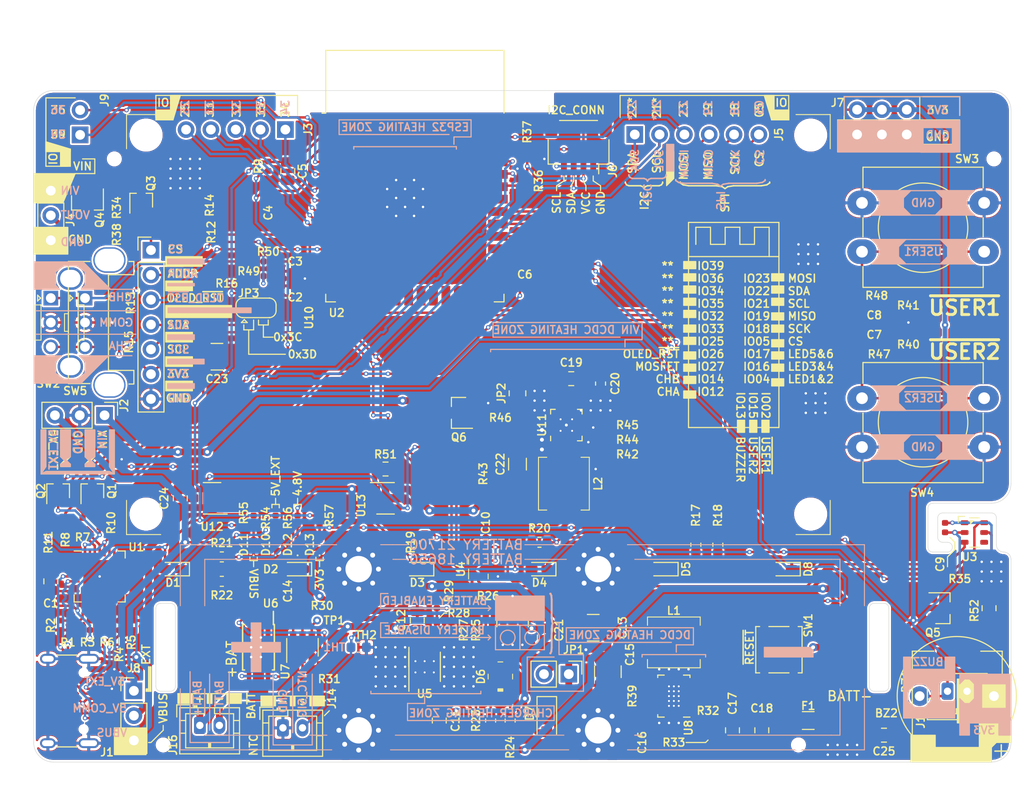
<source format=kicad_pcb>
(kicad_pcb (version 20171130) (host pcbnew "(5.1.6)-1")
  (layers (0 F.Cu signal) (31 B.Cu signal) (34 B.Paste user) (35 F.Paste user) (36 B.SilkS user) (37 F.SilkS user) (38 B.Mask user) (39 F.Mask user) (44 Edge.Cuts user))
  (net 0 "")
  (net 1 GND)
  (net 2 /5V_USB)
  (net 3 "Net-(D1-Pad1)")
  (net 4 /5V_EXT)
  (net 5 "Net-(R1-Pad2)")
  (net 6 "Net-(R3-Pad2)")
  (net 7 "Net-(R6-Pad1)")
  (net 8 "Net-(TP1-Pad1)")
  (net 9 "Net-(J1-PadB5)")
  (net 10 "Net-(J1-PadA8)")
  (net 11 "Net-(J1-PadA5)")
  (net 12 "Net-(J1-PadB8)")
  (net 13 "/USB + BACKUP/VBATT")
  (net 14 "Net-(BZ1-Pad2)")
  (net 15 +3V3)
  (net 16 /~BOOT~)
  (net 17 "Net-(C14-Pad1)")
  (net 18 "/USB + BACKUP/3V3_SYSTEM")
  (net 19 "Net-(D6-Pad1)")
  (net 20 "Net-(D6-Pad2)")
  (net 21 /D+)
  (net 22 /D-)
  (net 23 "Net-(L1-Pad1)")
  (net 24 "Net-(L1-Pad2)")
  (net 25 "Net-(Q1-Pad1)")
  (net 26 /~RTS)
  (net 27 /~RESET~)
  (net 28 "Net-(Q2-Pad1)")
  (net 29 /~DTR)
  (net 30 /RX0)
  (net 31 /RX)
  (net 32 /TX0)
  (net 33 /TX)
  (net 34 "/USB + BACKUP/FB")
  (net 35 "Net-(U1-Pad1)")
  (net 36 "Net-(U1-Pad2)")
  (net 37 "Net-(U1-Pad10)")
  (net 38 "Net-(U1-Pad12)")
  (net 39 "Net-(U1-Pad13)")
  (net 40 "Net-(U1-Pad14)")
  (net 41 "Net-(U1-Pad15)")
  (net 42 "Net-(U1-Pad16)")
  (net 43 "Net-(U1-Pad17)")
  (net 44 "Net-(U1-Pad18)")
  (net 45 "Net-(U1-Pad19)")
  (net 46 "Net-(U1-Pad20)")
  (net 47 "Net-(U1-Pad21)")
  (net 48 "Net-(U1-Pad22)")
  (net 49 "Net-(U1-Pad23)")
  (net 50 "Net-(U1-Pad27)")
  (net 51 /pin34)
  (net 52 /pin35)
  (net 53 /pin32)
  (net 54 /pin33)
  (net 55 /pin25)
  (net 56 "Net-(U2-Pad17)")
  (net 57 "Net-(U2-Pad18)")
  (net 58 "Net-(U2-Pad19)")
  (net 59 "Net-(U2-Pad20)")
  (net 60 "Net-(U2-Pad21)")
  (net 61 "Net-(U2-Pad22)")
  (net 62 "Net-(U2-Pad32)")
  (net 63 "Net-(U4-Pad3)")
  (net 64 "Net-(U5-Pad7)")
  (net 65 "Net-(U6-Pad4)")
  (net 66 "Net-(U6-Pad5)")
  (net 67 "Net-(U8-Pad14)")
  (net 68 "/USB + BACKUP/DCDC_IN")
  (net 69 "Net-(C14-Pad2)")
  (net 70 "Net-(C16-Pad1)")
  (net 71 "Net-(D2-Pad2)")
  (net 72 "Net-(D3-Pad1)")
  (net 73 "Net-(D4-Pad2)")
  (net 74 "Net-(D5-Pad1)")
  (net 75 "/USB + BACKUP/NTC")
  (net 76 "/USB + BACKUP/BATT_EN")
  (net 77 "/USB + BACKUP/ST_lLED2")
  (net 78 "/USB + BACKUP/ST_lLED1")
  (net 79 "/USB + BACKUP/IPROG")
  (net 80 "Net-(R28-Pad1)")
  (net 81 "Net-(R31-Pad2)")
  (net 82 "/USB + BACKUP/COM")
  (net 83 "/USB + BACKUP/B-")
  (net 84 "Net-(Q3-Pad1)")
  (net 85 "Net-(U9-Pad3)")
  (net 86 "Net-(Q3-Pad3)")
  (net 87 /CHA)
  (net 88 /CHB)
  (net 89 /~USER2~)
  (net 90 /~USER1~)
  (net 91 /CS)
  (net 92 /SCK)
  (net 93 /MISO)
  (net 94 /MOSI)
  (net 95 /Vin)
  (net 96 "Net-(J4-Pad2)")
  (net 97 /OLED_~RST~)
  (net 98 /SCL)
  (net 99 /SDA)
  (net 100 /BUZZ)
  (net 101 /MOSFET)
  (net 102 /LED3&4)
  (net 103 /LED1&2)
  (net 104 "Net-(U3-Pad6)")
  (net 105 "/USB + BACKUP/BATT_OUT")
  (net 106 /LED5&6)
  (net 107 "Net-(U3-Pad1)")
  (net 108 "Net-(R38-Pad1)")
  (net 109 /VIN)
  (net 110 "Net-(C20-Pad2)")
  (net 111 "/USB + BACKUP/VOUT")
  (net 112 "Net-(L2-Pad1)")
  (net 113 "Net-(R42-Pad1)")
  (net 114 "Net-(R44-Pad1)")
  (net 115 "Net-(JP2-Pad1)")
  (net 116 "/USB + BACKUP/5V_selector")
  (net 117 "Net-(U12-Pad3)")
  (net 118 "Net-(U13-Pad3)")
  (net 119 "/USB + BACKUP/4.8V")
  (net 120 /pin39)
  (net 121 /pin36)
  (net 122 "Net-(R40-Pad1)")
  (net 123 "Net-(R41-Pad1)")
  (net 124 /CHA')
  (net 125 /CHB')
  (net 126 /ADDR)
  (net 127 "Net-(JP3-Pad2)")
  (net 128 "Net-(Q5-Pad3)")
  (net 129 "Net-(D8-Pad2)")
  (net 130 "Net-(D10-Pad2)")
  (net 131 "Net-(D11-Pad2)")
  (net 132 "Net-(D12-Pad2)")
  (net 133 "Net-(D13-Pad2)")
  (module MountingHole:MountingHole_2.1mm (layer F.Cu) (at 136 77.25)
    (fp_text reference FID3 hide)
    (fp_text value Fiducial)
    (pad "" np_thru_hole circle (at 0 0) (size 1.152 1.152) (drill 1.152) (layers *.Cu *.Mask) (clearance 0.148))
  )
  (module MountingHole:MountingHole_2.1mm (layer F.Cu) (at 46 77.25)
    (fp_text reference FID4 hide)
    (fp_text value Fiducial)
    (pad "" np_thru_hole circle (at 0 0) (size 1.152 1.152) (drill 1.152) (layers *.Cu *.Mask) (clearance 0.148))
  )
  (module MountingHole:MountingHole_2.1mm (layer F.Cu) (at 116 137.25)
    (fp_text reference FID2 hide)
    (fp_text value Fiducial)
    (pad "" np_thru_hole circle (at 0 0) (size 1.152 1.152) (drill 1.152) (layers *.Cu *.Mask) (clearance 0.148))
  )
  (module MountingHole:MountingHole_2.1mm (layer F.Cu) (at 51 137.25)
    (fp_text reference FID1 hide)
    (fp_text value Fiducial)
    (pad "" np_thru_hole circle (at 0 0) (size 1.152 1.152) (drill 1.152) (layers *.Cu *.Mask) (clearance 0.148))
  )
  (module RF_Module:ESP32-WROOM-32 (layer F.Cu) (at 76.75 82.005)
    (fp_text reference U2 (at -8 11 180) (layer F.SilkS) (effects (font (size 0.8 0.8) (thickness 0.153))))
    (fp_text value ESP32_SOLO)
    (pad 39 thru_hole circle (at 0.835 -1.6725) (size 0.45 0.45) (drill 0.25) (layers *.Cu *.Mask) (net 1 GND))
    (pad 39 thru_hole circle (at 0.835 0.1625) (size 0.45 0.45) (drill 0.25) (layers *.Cu *.Mask) (net 1 GND))
    (pad 39 thru_hole circle (at -1 0.1625) (size 0.45 0.45) (drill 0.25) (layers *.Cu *.Mask) (net 1 GND))
    (pad 39 thru_hole circle (at -1 -1.6725) (size 0.45 0.45) (drill 0.25) (layers *.Cu *.Mask) (net 1 GND))
    (pad 39 thru_hole circle (at -2.835 -1.6725) (size 0.45 0.45) (drill 0.25) (layers *.Cu *.Mask) (net 1 GND))
    (pad 39 smd rect (at -1 -0.755) (size 5 5) (layers F.Cu F.Mask) (net 1 GND))
    (pad 1 smd rect (at -8.5 -8.255) (size 2 0.9) (layers F.Cu F.Paste F.Mask) (net 1 GND))
    (pad 2 smd rect (at -8.5 -6.985) (size 2 0.9) (layers F.Cu F.Paste F.Mask) (net 15 +3V3))
    (pad 3 smd rect (at -8.5 -5.715) (size 2 0.9) (layers F.Cu F.Paste F.Mask) (net 27 /~RESET~))
    (pad 4 smd rect (at -8.5 -4.445) (size 2 0.9) (layers F.Cu F.Paste F.Mask) (net 120 /pin39))
    (pad 5 smd rect (at -8.5 -3.175) (size 2 0.9) (layers F.Cu F.Paste F.Mask) (net 121 /pin36))
    (pad 6 smd rect (at -8.5 -1.905) (size 2 0.9) (layers F.Cu F.Paste F.Mask) (net 51 /pin34))
    (pad 7 smd rect (at -8.5 -0.635) (size 2 0.9) (layers F.Cu F.Paste F.Mask) (net 52 /pin35))
    (pad 8 smd rect (at -8.5 0.635) (size 2 0.9) (layers F.Cu F.Paste F.Mask) (net 53 /pin32))
    (pad 9 smd rect (at -8.5 1.905) (size 2 0.9) (layers F.Cu F.Paste F.Mask) (net 54 /pin33))
    (pad 10 smd rect (at -8.5 3.175) (size 2 0.9) (layers F.Cu F.Paste F.Mask) (net 55 /pin25))
    (pad 11 smd rect (at -8.5 4.445) (size 2 0.9) (layers F.Cu F.Paste F.Mask) (net 97 /OLED_~RST~))
    (pad 12 smd rect (at -8.5 5.715) (size 2 0.9) (layers F.Cu F.Paste F.Mask) (net 101 /MOSFET))
    (pad 13 smd rect (at -8.5 6.985) (size 2 0.9) (layers F.Cu F.Paste F.Mask) (net 88 /CHB))
    (pad 14 smd rect (at -8.5 8.255) (size 2 0.9) (layers F.Cu F.Paste F.Mask) (net 87 /CHA))
    (pad 15 smd rect (at -5.715 9.255 90) (size 2 0.9) (layers F.Cu F.Paste F.Mask) (net 1 GND))
    (pad 16 smd rect (at -4.445 9.255 90) (size 2 0.9) (layers F.Cu F.Paste F.Mask) (net 100 /BUZZ))
    (pad 17 smd rect (at -3.175 9.255 90) (size 2 0.9) (layers F.Cu F.Paste F.Mask) (net 56 "Net-(U2-Pad17)"))
    (pad 18 smd rect (at -1.905 9.255 90) (size 2 0.9) (layers F.Cu F.Paste F.Mask) (net 57 "Net-(U2-Pad18)"))
    (pad 19 smd rect (at -0.635 9.255 90) (size 2 0.9) (layers F.Cu F.Paste F.Mask) (net 58 "Net-(U2-Pad19)"))
    (pad 20 smd rect (at 0.635 9.255 90) (size 2 0.9) (layers F.Cu F.Paste F.Mask) (net 59 "Net-(U2-Pad20)"))
    (pad 21 smd rect (at 1.905 9.255 90) (size 2 0.9) (layers F.Cu F.Paste F.Mask) (net 60 "Net-(U2-Pad21)"))
    (pad 22 smd rect (at 3.175 9.255 90) (size 2 0.9) (layers F.Cu F.Paste F.Mask) (net 61 "Net-(U2-Pad22)"))
    (pad 23 smd rect (at 4.445 9.255 90) (size 2 0.9) (layers F.Cu F.Paste F.Mask) (net 89 /~USER2~))
    (pad 24 smd rect (at 5.715 9.255 90) (size 2 0.9) (layers F.Cu F.Paste F.Mask) (net 90 /~USER1~))
    (pad 25 smd rect (at 8.5 8.255) (size 2 0.9) (layers F.Cu F.Paste F.Mask) (net 16 /~BOOT~))
    (pad 26 smd rect (at 8.5 6.985) (size 2 0.9) (layers F.Cu F.Paste F.Mask) (net 103 /LED1&2))
    (pad 27 smd rect (at 8.5 5.715) (size 2 0.9) (layers F.Cu F.Paste F.Mask) (net 102 /LED3&4))
    (pad 28 smd rect (at 8.5 4.445) (size 2 0.9) (layers F.Cu F.Paste F.Mask) (net 106 /LED5&6))
    (pad 29 smd rect (at 8.5 3.175) (size 2 0.9) (layers F.Cu F.Paste F.Mask) (net 91 /CS))
    (pad 30 smd rect (at 8.5 1.905) (size 2 0.9) (layers F.Cu F.Paste F.Mask) (net 92 /SCK))
    (pad 31 smd rect (at 8.5 0.635) (size 2 0.9) (layers F.Cu F.Paste F.Mask) (net 93 /MISO))
    (pad 32 smd rect (at 8.5 -0.635) (size 2 0.9) (layers F.Cu F.Paste F.Mask) (net 62 "Net-(U2-Pad32)"))
    (pad 33 smd rect (at 8.5 -1.905) (size 2 0.9) (layers F.Cu F.Paste F.Mask) (net 98 /SCL))
    (pad 34 smd rect (at 8.5 -3.175) (size 2 0.9) (layers F.Cu F.Paste F.Mask) (net 30 /RX0))
    (pad 35 smd rect (at 8.5 -4.445) (size 2 0.9) (layers F.Cu F.Paste F.Mask) (net 32 /TX0))
    (pad 36 smd rect (at 8.5 -5.715) (size 2 0.9) (layers F.Cu F.Paste F.Mask) (net 99 /SDA))
    (pad 37 smd rect (at 8.5 -6.985) (size 2 0.9) (layers F.Cu F.Paste F.Mask) (net 94 /MOSI))
    (pad 38 smd rect (at 8.5 -8.255) (size 2 0.9) (layers F.Cu F.Paste F.Mask) (net 1 GND))
    (pad 39 smd rect (at -2.835 -2.59) (size 1.33 1.33) (layers F.Cu F.Paste) (net 1 GND))
    (pad 39 smd rect (at -1 -2.59) (size 1.33 1.33) (layers F.Cu F.Paste) (net 1 GND))
    (pad 39 smd rect (at 0.835 -2.59) (size 1.33 1.33) (layers F.Cu F.Paste) (net 1 GND))
    (pad 39 smd rect (at -2.835 -0.755) (size 1.33 1.33) (layers F.Cu F.Paste) (net 1 GND))
    (pad 39 smd rect (at -1 -0.755) (size 1.33 1.33) (layers F.Cu F.Paste) (net 1 GND))
    (pad 39 smd rect (at 0.835 -0.755) (size 1.33 1.33) (layers F.Cu F.Paste) (net 1 GND))
    (pad 39 smd rect (at -2.835 1.08) (size 1.33 1.33) (layers F.Cu F.Paste) (net 1 GND))
    (pad 39 smd rect (at -1 1.08) (size 1.33 1.33) (layers F.Cu F.Paste) (net 1 GND))
    (pad 39 smd rect (at 0.835 1.08) (size 1.33 1.33) (layers F.Cu F.Paste) (net 1 GND))
    (pad 39 thru_hole circle (at -1.9175 -2.59) (size 0.45 0.45) (drill 0.25) (layers *.Cu *.Mask) (net 1 GND))
    (pad 39 thru_hole circle (at -0.0825 -2.59) (size 0.45 0.45) (drill 0.25) (layers *.Cu *.Mask) (net 1 GND))
    (pad 39 thru_hole circle (at -0.0825 -0.755) (size 0.45 0.45) (drill 0.25) (layers *.Cu *.Mask) (net 1 GND))
    (pad 39 thru_hole circle (at -1.9175 -0.755) (size 0.45 0.45) (drill 0.25) (layers *.Cu *.Mask) (net 1 GND))
    (pad 39 thru_hole circle (at -1.9175 1.08) (size 0.45 0.45) (drill 0.25) (layers *.Cu *.Mask) (net 1 GND))
    (pad 39 thru_hole circle (at -0.0825 1.08) (size 0.45 0.45) (drill 0.25) (layers *.Cu *.Mask) (net 1 GND))
    (pad 39 thru_hole circle (at -2.835 0.1625) (size 0.45 0.45) (drill 0.25) (layers *.Cu *.Mask) (net 1 GND))
  )
  (module PSE_package:OLED (layer F.Cu) (at 49.75 94.21 270)
    (fp_text reference U10 (at -0.71 -16.17 90) (layer F.SilkS) (effects (font (size 0.8 0.8) (thickness 0.153))))
    (fp_text value OLED)
    (pad 7 thru_hole oval (at 7.62 0) (size 1.7 1.7) (drill 1) (layers *.Cu *.Mask) (net 1 GND))
    (pad 3 thru_hole oval (at -2.54 0) (size 1.7 1.7) (drill 1) (layers *.Cu *.Mask) (net 97 /OLED_~RST~))
    (pad 6 thru_hole oval (at 5.08 0) (size 1.7 1.7) (drill 1) (layers *.Cu *.Mask) (net 15 +3V3))
    (pad 5 thru_hole oval (at 2.54 0) (size 1.7 1.7) (drill 1) (layers *.Cu *.Mask) (net 98 /SCL))
    (pad 2 thru_hole oval (at -5.08 0) (size 1.7 1.7) (drill 1) (layers *.Cu *.Mask) (net 126 /ADDR))
    (pad 4 thru_hole oval (at 0 0) (size 1.7 1.7) (drill 1) (layers *.Cu *.Mask) (net 99 /SDA))
    (pad 1 thru_hole rect (at -7.62 0) (size 1.7 1.7) (drill 1) (layers *.Cu *.Mask) (net 108 "Net-(R38-Pad1)"))
    (pad "" np_thru_hole circle (at -19.4 0.5 270) (size 3 3) (drill 3) (layers *.Cu *.Mask))
    (pad "" np_thru_hole circle (at 19.4 0.5 270) (size 3 3) (drill 3) (layers *.Cu *.Mask))
    (pad "" np_thru_hole circle (at 19.4 -67.5 270) (size 3 3) (drill 3) (layers *.Cu *.Mask))
    (pad "" np_thru_hole circle (at -19.4 -67.5 270) (size 3 3) (drill 3) (layers *.Cu *.Mask))
  )
  (module PSE_package:BATT_18650_21700 (layer F.Cu) (at 87.75 127.25)
    (fp_text reference BT1 hide)
    (fp_text value Battery_Cell)
    (fp_text user "BATTERY 18650" (at -5.75 -9) (layer B.SilkS) (effects (justify mirror)))
    (fp_text user "BATTERY 21700" (at -5.75 -10.5) (layer B.SilkS) (effects (justify mirror)))
    (fp_text user BATT- (at 33.5 5 180) (layer F.SilkS))
    (fp_text user +BAT (at -29.75 1.25 270) (layer F.SilkS))
    (pad 1 smd roundrect (at -33 0) (size 4.5 8) (layers F.Cu F.Paste F.Mask) (roundrect_rratio 0.077) (net 13 "/USB + BACKUP/VBATT"))
    (pad 2 smd roundrect (at 33 0) (size 4.5 8) (layers F.Cu F.Paste F.Mask) (roundrect_rratio 0.077) (net 83 "/USB + BACKUP/B-"))
  )
  (module Connector_PinHeader_2.54mm:PinHeader_1x02_P2.54mm_Vertical (layer F.Cu) (at 42.5 74.79 180)
    (fp_text reference J9 (at -2.5 3.54 270) (layer F.SilkS) (effects (font (size 0.8 0.8) (thickness 0.153))))
    (fp_text value A0-1)
    (pad 1 thru_hole rect (at 0 0 180) (size 1.7 1.7) (drill 1) (layers *.Cu *.Mask) (net 120 /pin39))
    (pad 2 thru_hole oval (at 0 2.54 180) (size 1.7 1.7) (drill 1) (layers *.Cu *.Mask) (net 121 /pin36))
  )
  (module Connector_PinHeader_2.54mm:PinHeader_1x06_P2.54mm_Vertical (layer F.Cu) (at 99.25 74.75 90)
    (fp_text reference J5 (at 0 14.75 270) (layer F.SilkS) (effects (font (size 0.8 0.8) (thickness 0.153))))
    (fp_text value VSPI+I2C)
    (pad 6 thru_hole oval (at 0 12.7 90) (size 1.7 1.7) (drill 1) (layers *.Cu *.Mask) (net 91 /CS))
    (pad 5 thru_hole oval (at 0 10.16 90) (size 1.7 1.7) (drill 1) (layers *.Cu *.Mask) (net 92 /SCK))
    (pad 4 thru_hole oval (at 0 7.62 90) (size 1.7 1.7) (drill 1) (layers *.Cu *.Mask) (net 93 /MISO))
    (pad 3 thru_hole oval (at 0 5.08 90) (size 1.7 1.7) (drill 1) (layers *.Cu *.Mask) (net 94 /MOSI))
    (pad 2 thru_hole oval (at 0 2.54 90) (size 1.7 1.7) (drill 1) (layers *.Cu *.Mask) (net 98 /SCL))
    (pad 1 thru_hole rect (at 0 0 90) (size 1.7 1.7) (drill 1) (layers *.Cu *.Mask) (net 99 /SDA))
  )
  (module Connector_PinHeader_2.54mm:PinHeader_1x05_P2.54mm_Vertical (layer F.Cu) (at 63.5 74.25 270)
    (fp_text reference J3 (at 0 -2.33 270) (layer F.SilkS) (effects (font (size 0.8 0.8) (thickness 0.153))))
    (fp_text value I/O)
    (pad 1 thru_hole rect (at 0 0 270) (size 1.7 1.7) (drill 1) (layers *.Cu *.Mask) (net 51 /pin34))
    (pad 2 thru_hole oval (at 0 2.54 270) (size 1.7 1.7) (drill 1) (layers *.Cu *.Mask) (net 52 /pin35))
    (pad 3 thru_hole oval (at 0 5.08 270) (size 1.7 1.7) (drill 1) (layers *.Cu *.Mask) (net 53 /pin32))
    (pad 4 thru_hole oval (at 0 7.62 270) (size 1.7 1.7) (drill 1) (layers *.Cu *.Mask) (net 54 /pin33))
    (pad 5 thru_hole oval (at 0 10.16 270) (size 1.7 1.7) (drill 1) (layers *.Cu *.Mask) (net 55 /pin25))
  )
  (module Package_TO_SOT_SMD:SOT-323_SC-70 (layer F.Cu) (at 43.75 111.25 90)
    (fp_text reference Q1 (at 0 2 90) (layer F.SilkS) (effects (font (size 0.8 0.8) (thickness 0.153))))
    (fp_text value SS8050)
    (pad 3 smd rect (at 1 0) (size 0.45 0.7) (layers F.Cu F.Paste F.Mask) (net 27 /~RESET~))
    (pad 2 smd rect (at -1 0.65) (size 0.45 0.7) (layers F.Cu F.Paste F.Mask) (net 26 /~RTS))
    (pad 1 smd rect (at -1 -0.65) (size 0.45 0.7) (layers F.Cu F.Paste F.Mask) (net 25 "Net-(Q1-Pad1)"))
  )
  (module Connector_USB:USB_C_Receptacle_HRO_TYPE-C-31-M-12 (layer F.Cu) (at 40.25 132.75 270)
    (fp_text reference J1 (at 5.25 -5) (layer F.SilkS) (effects (font (size 0.8 0.8) (thickness 0.153))))
    (fp_text value USB_C_Receptacle_USB2.0)
    (pad B1 smd rect (at 3.25 -4.045 270) (size 0.6 1.45) (layers F.Cu F.Paste F.Mask) (net 1 GND))
    (pad A9 smd rect (at 2.45 -4.045 270) (size 0.6 1.45) (layers F.Cu F.Paste F.Mask) (net 2 /5V_USB))
    (pad B9 smd rect (at -2.45 -4.045 270) (size 0.6 1.45) (layers F.Cu F.Paste F.Mask) (net 2 /5V_USB))
    (pad B12 smd rect (at -3.25 -4.045 270) (size 0.6 1.45) (layers F.Cu F.Paste F.Mask) (net 1 GND))
    (pad A1 smd rect (at -3.25 -4.045 270) (size 0.6 1.45) (layers F.Cu F.Paste F.Mask) (net 1 GND))
    (pad A4 smd rect (at -2.45 -4.045 270) (size 0.6 1.45) (layers F.Cu F.Paste F.Mask) (net 2 /5V_USB))
    (pad B4 smd rect (at 2.45 -4.045 270) (size 0.6 1.45) (layers F.Cu F.Paste F.Mask) (net 2 /5V_USB))
    (pad A12 smd rect (at 3.25 -4.045 270) (size 0.6 1.45) (layers F.Cu F.Paste F.Mask) (net 1 GND))
    (pad B8 smd rect (at -1.75 -4.045 270) (size 0.3 1.45) (layers F.Cu F.Paste F.Mask) (net 12 "Net-(J1-PadB8)"))
    (pad A5 smd rect (at -1.25 -4.045 270) (size 0.3 1.45) (layers F.Cu F.Paste F.Mask) (net 11 "Net-(J1-PadA5)"))
    (pad B7 smd rect (at -0.75 -4.045 270) (size 0.3 1.45) (layers F.Cu F.Paste F.Mask) (net 22 /D-))
    (pad A7 smd rect (at 0.25 -4.045 270) (size 0.3 1.45) (layers F.Cu F.Paste F.Mask) (net 22 /D-))
    (pad B6 smd rect (at 0.75 -4.045 270) (size 0.3 1.45) (layers F.Cu F.Paste F.Mask) (net 21 /D+))
    (pad A8 smd rect (at 1.25 -4.045 270) (size 0.3 1.45) (layers F.Cu F.Paste F.Mask) (net 10 "Net-(J1-PadA8)"))
    (pad B5 smd rect (at 1.75 -4.045 270) (size 0.3 1.45) (layers F.Cu F.Paste F.Mask) (net 9 "Net-(J1-PadB5)"))
    (pad A6 smd rect (at -0.25 -4.045 270) (size 0.3 1.45) (layers F.Cu F.Paste F.Mask) (net 21 /D+))
    (pad S1 thru_hole oval (at 4.32 -3.13 270) (size 1 2.1) (drill oval 0.6 1.7) (layers *.Cu *.Mask) (net 1 GND))
    (pad S1 thru_hole oval (at -4.32 -3.13 270) (size 1 2.1) (drill oval 0.6 1.7) (layers *.Cu *.Mask) (net 1 GND))
    (pad "" np_thru_hole circle (at -2.89 -2.6 270) (size 0.65 0.65) (drill 0.65) (layers *.Cu *.Mask))
    (pad S1 thru_hole oval (at -4.32 1.05 270) (size 1 1.6) (drill oval 0.6 1.2) (layers *.Cu *.Mask) (net 1 GND))
    (pad "" np_thru_hole circle (at 2.89 -2.6 270) (size 0.65 0.65) (drill 0.65) (layers *.Cu *.Mask))
    (pad S1 thru_hole oval (at 4.32 1.05 270) (size 1 1.6) (drill oval 0.6 1.2) (layers *.Cu *.Mask) (net 1 GND))
  )
  (module PSE_package:RotaryEncoder_Alps_EC10E_HORIZONTAL (layer F.Cu) (at 39.5 94)
    (fp_text reference SW2 (at -0.25 6.25) (layer F.SilkS) (effects (font (size 0.8 0.8) (thickness 0.153))))
    (fp_text value Encoder_ALPS)
    (pad A thru_hole rect (at 0 -2.5) (size 1.5 1.5) (drill 1) (layers *.Cu *.Mask) (net 124 /CHA'))
    (pad C thru_hole circle (at 0 0) (size 1.5 1.5) (drill 1) (layers *.Cu *.Mask) (net 1 GND))
    (pad B thru_hole circle (at 0 2.5) (size 1.5 1.5) (drill 1) (layers *.Cu *.Mask) (net 125 /CHB'))
    (pad MP thru_hole oval (at 2 -4.5) (size 2.6 2.3) (drill oval 2.1 1.8) (layers *.Cu *.Mask))
    (pad MP thru_hole oval (at 2 4.5) (size 2.6 2.3) (drill oval 2.1 1.8) (layers *.Cu *.Mask))
  )
  (module Resistor_SMD:R_0402_1005Metric (layer F.Cu) (at 65.5 123.5 90)
    (fp_text reference R30 (at 0.5 1.75 180) (layer F.SilkS) (effects (font (size 0.8 0.8) (thickness 0.153))))
    (fp_text value 100)
    (pad 2 smd roundrect (at 0.485 0 90) (size 0.59 0.64) (layers F.Cu F.Paste F.Mask) (net 13 "/USB + BACKUP/VBATT"))
    (pad 1 smd roundrect (at -0.485 0 90) (size 0.59 0.64) (layers F.Cu F.Paste F.Mask) (net 69 "Net-(C14-Pad2)"))
  )
  (module Capacitor_SMD:C_0805_2012Metric (layer F.Cu) (at 77 124.5 90)
    (fp_text reference C12 (at 0 -1.65 90) (layer F.SilkS) (effects (font (size 0.8 0.8) (thickness 0.153))))
    (fp_text value 1uF)
    (pad 2 smd roundrect (at 0.9375 0 90) (size 0.975 1.4) (layers F.Cu F.Paste F.Mask) (net 1 GND))
    (pad 1 smd roundrect (at -0.9375 0 90) (size 0.975 1.4) (layers F.Cu F.Paste F.Mask) (net 13 "/USB + BACKUP/VBATT"))
  )
  (module Resistor_SMD:R_0402_1005Metric (layer F.Cu) (at 42 125 90)
    (fp_text reference R1 (at -1.75 -0.75 180) (layer F.SilkS) (effects (font (size 0.8 0.8) (thickness 0.153))))
    (fp_text value 22K)
    (pad 2 smd roundrect (at 0.485 0 90) (size 0.59 0.64) (layers F.Cu F.Paste F.Mask) (net 5 "Net-(R1-Pad2)"))
    (pad 1 smd roundrect (at -0.485 0 90) (size 0.59 0.64) (layers F.Cu F.Paste F.Mask) (net 2 /5V_USB))
  )
  (module Resistor_SMD:R_0402_1005Metric (layer F.Cu) (at 40.5 125 270)
    (fp_text reference R2 (at 0 1 90) (layer F.SilkS) (effects (font (size 0.8 0.8) (thickness 0.153))))
    (fp_text value 47K)
    (pad 2 smd roundrect (at 0.485 0 270) (size 0.59 0.64) (layers F.Cu F.Paste F.Mask) (net 1 GND))
    (pad 1 smd roundrect (at -0.485 0 270) (size 0.59 0.64) (layers F.Cu F.Paste F.Mask) (net 5 "Net-(R1-Pad2)"))
  )
  (module Resistor_SMD:R_0402_1005Metric (layer F.Cu) (at 45 125 270)
    (fp_text reference R6 (at 1.75 -0.25 180) (layer F.SilkS) (effects (font (size 0.8 0.8) (thickness 0.153))))
    (fp_text value 10K)
    (pad 2 smd roundrect (at 0.485 0 270) (size 0.59 0.64) (layers F.Cu F.Paste F.Mask) (net 1 GND))
    (pad 1 smd roundrect (at -0.485 0 270) (size 0.59 0.64) (layers F.Cu F.Paste F.Mask) (net 7 "Net-(R6-Pad1)"))
  )
  (module Resistor_SMD:R_0603_1608Metric (layer B.Cu) (at 71 127.25)
    (fp_text reference TH1 (at -2.5 0) (layer B.SilkS) (effects (font (size 0.8 0.8) (thickness 0.153)) (justify mirror)))
    (fp_text value NTC)
    (pad 2 smd roundrect (at 0.7875 0) (size 0.875 0.95) (layers B.Cu B.Paste B.Mask) (net 1 GND))
    (pad 1 smd roundrect (at -0.7875 0) (size 0.875 0.95) (layers B.Cu B.Paste B.Mask) (net 75 "/USB + BACKUP/NTC"))
  )
  (module Capacitor_SMD:C_0402_1005Metric (layer F.Cu) (at 61.75 81.015 270)
    (fp_text reference C4 (at 1.75 0 90) (layer F.SilkS) (effects (font (size 0.8 0.8) (thickness 0.153))))
    (fp_text value 100nF)
    (pad 2 smd roundrect (at 0.485 0 270) (size 0.59 0.64) (layers F.Cu F.Paste F.Mask) (net 1 GND))
    (pad 1 smd roundrect (at -0.485 0 270) (size 0.59 0.64) (layers F.Cu F.Paste F.Mask) (net 27 /~RESET~))
  )
  (module PSE_package:L_5.4x5.2x2.8mm (layer F.Cu) (at 103.25 126.75)
    (fp_text reference L1 (at 0 -3.25) (layer F.SilkS) (effects (font (size 0.8 0.8) (thickness 0.153))))
    (fp_text value 1.0uH@4.9mOhm)
    (pad 2 smd roundrect (at 2 0) (size 2 2.5) (layers F.Cu F.Paste F.Mask) (net 24 "Net-(L1-Pad2)"))
    (pad 1 smd roundrect (at -2 0) (size 2 2.5) (layers F.Cu F.Paste F.Mask) (net 23 "Net-(L1-Pad1)"))
  )
  (module Resistor_SMD:R_0402_1005Metric (layer F.Cu) (at 48 125 90)
    (fp_text reference R5 (at -1.75 -0.25 90) (layer F.SilkS) (effects (font (size 0.8 0.8) (thickness 0.153))))
    (fp_text value 100K)
    (pad 2 smd roundrect (at 0.485 0 90) (size 0.59 0.64) (layers F.Cu F.Paste F.Mask) (net 1 GND))
    (pad 1 smd roundrect (at -0.485 0 90) (size 0.59 0.64) (layers F.Cu F.Paste F.Mask) (net 11 "Net-(J1-PadA5)"))
  )
  (module Resistor_SMD:R_0402_1005Metric (layer F.Cu) (at 42.75 114.5 270)
    (fp_text reference R7 (at 1.5 0 180) (layer F.SilkS) (effects (font (size 0.8 0.8) (thickness 0.153))))
    (fp_text value 0)
    (pad 2 smd roundrect (at 0.485 0 270) (size 0.59 0.64) (layers F.Cu F.Paste F.Mask) (net 31 /RX))
    (pad 1 smd roundrect (at -0.485 0 270) (size 0.59 0.64) (layers F.Cu F.Paste F.Mask) (net 30 /RX0))
  )
  (module Fuse:Fuse_1206_3216Metric (layer F.Cu) (at 117 134.75 180)
    (fp_text reference F1 (at 0 1.5) (layer F.SilkS) (effects (font (size 0.8 0.8) (thickness 0.153))))
    (fp_text value 2A)
    (pad 2 smd roundrect (at 1.4 0 180) (size 1.25 1.75) (layers F.Cu F.Paste F.Mask) (roundrect_rratio 0.2) (net 18 "/USB + BACKUP/3V3_SYSTEM"))
    (pad 1 smd roundrect (at -1.4 0 180) (size 1.25 1.75) (layers F.Cu F.Paste F.Mask) (roundrect_rratio 0.2) (net 15 +3V3))
  )
  (module Resistor_SMD:R_0402_1005Metric (layer F.Cu) (at 41 114.5 270)
    (fp_text reference R8 (at 1.75 0 90) (layer F.SilkS) (effects (font (size 0.8 0.8) (thickness 0.153))))
    (fp_text value 0)
    (pad 2 smd roundrect (at 0.485 0 270) (size 0.59 0.64) (layers F.Cu F.Paste F.Mask) (net 33 /TX))
    (pad 1 smd roundrect (at -0.485 0 270) (size 0.59 0.64) (layers F.Cu F.Paste F.Mask) (net 32 /TX0))
  )
  (module Resistor_SMD:R_0402_1005Metric (layer F.Cu) (at 61.75 78 270)
    (fp_text reference R9 (at 0 1 90) (layer F.SilkS) (effects (font (size 0.8 0.8) (thickness 0.153))))
    (fp_text value 10K)
    (pad 2 smd roundrect (at 0.485 0 270) (size 0.59 0.64) (layers F.Cu F.Paste F.Mask) (net 27 /~RESET~))
    (pad 1 smd roundrect (at -0.485 0 270) (size 0.59 0.64) (layers F.Cu F.Paste F.Mask) (net 15 +3V3))
  )
  (module Resistor_SMD:R_0402_1005Metric (layer F.Cu) (at 44.5 114.5 270)
    (fp_text reference R10 (at 0 -1.17 90) (layer F.SilkS) (effects (font (size 0.8 0.8) (thickness 0.153))))
    (fp_text value 10K)
    (pad 2 smd roundrect (at 0.485 0 270) (size 0.59 0.64) (layers F.Cu F.Paste F.Mask) (net 29 /~DTR))
    (pad 1 smd roundrect (at -0.485 0 270) (size 0.59 0.64) (layers F.Cu F.Paste F.Mask) (net 25 "Net-(Q1-Pad1)"))
  )
  (module Resistor_SMD:R_0402_1005Metric (layer F.Cu) (at 39.25 114.5 270)
    (fp_text reference R11 (at 2 0 90) (layer F.SilkS) (effects (font (size 0.8 0.8) (thickness 0.153))))
    (fp_text value 10K)
    (pad 2 smd roundrect (at 0.485 0 270) (size 0.59 0.64) (layers F.Cu F.Paste F.Mask) (net 26 /~RTS))
    (pad 1 smd roundrect (at -0.485 0 270) (size 0.59 0.64) (layers F.Cu F.Paste F.Mask) (net 28 "Net-(Q2-Pad1)"))
  )
  (module Capacitor_SMD:C_0402_1005Metric (layer F.Cu) (at 88 90.25)
    (fp_text reference C6 (at 0 -1.17) (layer F.SilkS) (effects (font (size 0.8 0.8) (thickness 0.153))))
    (fp_text value 100nF)
    (pad 2 smd roundrect (at 0.485 0) (size 0.59 0.64) (layers F.Cu F.Paste F.Mask) (net 1 GND))
    (pad 1 smd roundrect (at -0.485 0) (size 0.59 0.64) (layers F.Cu F.Paste F.Mask) (net 16 /~BOOT~))
  )
  (module Capacitor_SMD:C_1210_3225Metric (layer F.Cu) (at 95 125.25 180)
    (fp_text reference C13 (at -3 0 270) (layer F.SilkS) (effects (font (size 0.8 0.8) (thickness 0.153))))
    (fp_text value 22uF)
    (pad 2 smd roundrect (at 1.4 0 180) (size 1.25 2.65) (layers F.Cu F.Paste F.Mask) (roundrect_rratio 0.2) (net 1 GND))
    (pad 1 smd roundrect (at -1.4 0 180) (size 1.25 2.65) (layers F.Cu F.Paste F.Mask) (roundrect_rratio 0.2) (net 68 "/USB + BACKUP/DCDC_IN"))
  )
  (module PSE_package:11-22_S0MD_LED_EVERLIGHT (layer F.Cu) (at 85.5 130.25 90)
    (fp_text reference D6 (at 0 -2 90) (layer F.SilkS) (effects (font (size 0.8 0.8) (thickness 0.153))))
    (fp_text value LED_DUAL_COLOR)
    (pad 3 smd roundrect (at 1.35 -0.925 90) (size 1.7 1.05) (layers F.Cu F.Paste F.Mask) (net 119 "/USB + BACKUP/4.8V"))
    (pad 4 smd roundrect (at 1.35 0.925 90) (size 1.7 1.05) (layers F.Cu F.Paste F.Mask) (net 119 "/USB + BACKUP/4.8V"))
    (pad 2 smd roundrect (at -1.35 -0.925 90) (size 1.7 1.05) (layers F.Cu F.Paste F.Mask) (net 20 "Net-(D6-Pad2)"))
    (pad 1 smd roundrect (at -1.35 0.925 90) (size 1.7 1.05) (layers F.Cu F.Paste F.Mask) (net 19 "Net-(D6-Pad1)"))
  )
  (module Package_TO_SOT_SMD:SOT-323_SC-70 (layer F.Cu) (at 40.25 111.25 90)
    (fp_text reference Q2 (at 0 -1.75 270) (layer F.SilkS) (effects (font (size 0.8 0.8) (thickness 0.153))))
    (fp_text value SS8050)
    (pad 3 smd rect (at 1 0) (size 0.45 0.7) (layers F.Cu F.Paste F.Mask) (net 29 /~DTR))
    (pad 2 smd rect (at -1 0.65) (size 0.45 0.7) (layers F.Cu F.Paste F.Mask) (net 16 /~BOOT~))
    (pad 1 smd rect (at -1 -0.65) (size 0.45 0.7) (layers F.Cu F.Paste F.Mask) (net 28 "Net-(Q2-Pad1)"))
  )
  (module Resistor_SMD:R_0402_1005Metric (layer F.Cu) (at 43.5 125 90)
    (fp_text reference R3 (at -1.75 -0.25 180) (layer F.SilkS) (effects (font (size 0.8 0.8) (thickness 0.153))))
    (fp_text value 2K)
    (pad 2 smd roundrect (at 0.485 0 90) (size 0.59 0.64) (layers F.Cu F.Paste F.Mask) (net 6 "Net-(R3-Pad2)"))
    (pad 1 smd roundrect (at -0.485 0 90) (size 0.59 0.64) (layers F.Cu F.Paste F.Mask) (net 15 +3V3))
  )
  (module Resistor_SMD:R_0402_1005Metric (layer F.Cu) (at 46.5 125.015 90)
    (fp_text reference R4 (at -2.985 0 90) (layer F.SilkS) (effects (font (size 0.8 0.8) (thickness 0.153))))
    (fp_text value 100K)
    (pad 2 smd roundrect (at 0.485 0 90) (size 0.59 0.64) (layers F.Cu F.Paste F.Mask) (net 1 GND))
    (pad 1 smd roundrect (at -0.485 0 90) (size 0.59 0.64) (layers F.Cu F.Paste F.Mask) (net 9 "Net-(J1-PadB5)"))
  )
  (module Resistor_SMD:R_0603_1608Metric (layer F.Cu) (at 84.5 134.75 270)
    (fp_text reference R23 (at 0 1.5 90) (layer F.SilkS) (effects (font (size 0.8 0.8) (thickness 0.153))))
    (fp_text value 240)
    (pad 2 smd roundrect (at 0.7875 0 270) (size 0.875 0.95) (layers F.Cu F.Paste F.Mask) (net 77 "/USB + BACKUP/ST_lLED2"))
    (pad 1 smd roundrect (at -0.7875 0 270) (size 0.875 0.95) (layers F.Cu F.Paste F.Mask) (net 20 "Net-(D6-Pad2)"))
  )
  (module Resistor_SMD:R_0603_1608Metric (layer F.Cu) (at 86.5 134.75 90)
    (fp_text reference R24 (at -2.75 0 90) (layer F.SilkS) (effects (font (size 0.8 0.8) (thickness 0.153))))
    (fp_text value 240)
    (pad 2 smd roundrect (at 0.7875 0 90) (size 0.875 0.95) (layers F.Cu F.Paste F.Mask) (net 19 "Net-(D6-Pad1)"))
    (pad 1 smd roundrect (at -0.7875 0 90) (size 0.875 0.95) (layers F.Cu F.Paste F.Mask) (net 78 "/USB + BACKUP/ST_lLED1"))
  )
  (module Resistor_SMD:R_0402_1005Metric (layer F.Cu) (at 84 126 90)
    (fp_text reference R25 (at 0.5 -1 90) (layer F.SilkS) (effects (font (size 0.8 0.8) (thickness 0.153))))
    (fp_text value 10K)
    (pad 2 smd roundrect (at 0.485 0 90) (size 0.59 0.64) (layers F.Cu F.Paste F.Mask) (net 76 "/USB + BACKUP/BATT_EN"))
    (pad 1 smd roundrect (at -0.485 0 90) (size 0.59 0.64) (layers F.Cu F.Paste F.Mask) (net 119 "/USB + BACKUP/4.8V"))
  )
  (module Resistor_SMD:R_0402_1005Metric (layer F.Cu) (at 84 123.5 90)
    (fp_text reference R26 (at 1.5 0.25) (layer F.SilkS) (effects (font (size 0.8 0.8) (thickness 0.153))))
    (fp_text value 100K)
    (pad 2 smd roundrect (at 0.485 0 90) (size 0.59 0.64) (layers F.Cu F.Paste F.Mask) (net 1 GND))
    (pad 1 smd roundrect (at -0.485 0 90) (size 0.59 0.64) (layers F.Cu F.Paste F.Mask) (net 76 "/USB + BACKUP/BATT_EN"))
  )
  (module Resistor_SMD:R_0402_1005Metric (layer F.Cu) (at 80.5 125.25 90)
    (fp_text reference R27 (at -0.25 1.25 90) (layer F.SilkS) (effects (font (size 0.8 0.8) (thickness 0.153))))
    (fp_text value 2K)
    (pad 2 smd roundrect (at 0.485 0 90) (size 0.59 0.64) (layers F.Cu F.Paste F.Mask) (net 1 GND))
    (pad 1 smd roundrect (at -0.485 0 90) (size 0.59 0.64) (layers F.Cu F.Paste F.Mask) (net 79 "/USB + BACKUP/IPROG"))
  )
  (module Resistor_SMD:R_0402_1005Metric (layer F.Cu) (at 79 125.25 90)
    (fp_text reference R28 (at 1.5 2.25 180) (layer F.SilkS) (effects (font (size 0.8 0.8) (thickness 0.153))))
    (fp_text value 240)
    (pad 2 smd roundrect (at 0.485 0 90) (size 0.59 0.64) (layers F.Cu F.Paste F.Mask) (net 75 "/USB + BACKUP/NTC"))
    (pad 1 smd roundrect (at -0.485 0 90) (size 0.59 0.64) (layers F.Cu F.Paste F.Mask) (net 80 "Net-(R28-Pad1)"))
  )
  (module Resistor_SMD:R_0402_1005Metric (layer F.Cu) (at 79 122.75 90)
    (fp_text reference R29 (at 1.25 1.25 90) (layer F.SilkS) (effects (font (size 0.8 0.8) (thickness 0.153))))
    (fp_text value 150K)
    (pad 2 smd roundrect (at 0.485 0 90) (size 0.59 0.64) (layers F.Cu F.Paste F.Mask) (net 1 GND))
    (pad 1 smd roundrect (at -0.485 0 90) (size 0.59 0.64) (layers F.Cu F.Paste F.Mask) (net 75 "/USB + BACKUP/NTC"))
  )
  (module Resistor_SMD:R_0402_1005Metric (layer F.Cu) (at 65.75 130.5 180)
    (fp_text reference R31 (at -2.25 0) (layer F.SilkS) (effects (font (size 0.8 0.8) (thickness 0.153))))
    (fp_text value 1K)
    (pad 2 smd roundrect (at 0.485 0 180) (size 0.59 0.64) (layers F.Cu F.Paste F.Mask) (net 81 "Net-(R31-Pad2)"))
    (pad 1 smd roundrect (at -0.485 0 180) (size 0.59 0.64) (layers F.Cu F.Paste F.Mask) (net 1 GND))
  )
  (module Resistor_SMD:R_0402_1005Metric (layer F.Cu) (at 106.75 134.75)
    (fp_text reference R32 (at 0 -1) (layer F.SilkS) (effects (font (size 0.8 0.8) (thickness 0.153))))
    (fp_text value 1M)
    (pad 2 smd roundrect (at 0.485 0) (size 0.59 0.64) (layers F.Cu F.Paste F.Mask) (net 18 "/USB + BACKUP/3V3_SYSTEM"))
    (pad 1 smd roundrect (at -0.485 0) (size 0.59 0.64) (layers F.Cu F.Paste F.Mask) (net 34 "/USB + BACKUP/FB"))
  )
  (module Resistor_SMD:R_0402_1005Metric (layer F.Cu) (at 106.75 136.25)
    (fp_text reference R33 (at -3.5 0.75) (layer F.SilkS) (effects (font (size 0.8 0.8) (thickness 0.153))))
    (fp_text value 180K)
    (pad 2 smd roundrect (at 0.485 0) (size 0.59 0.64) (layers F.Cu F.Paste F.Mask) (net 34 "/USB + BACKUP/FB"))
    (pad 1 smd roundrect (at -0.485 0) (size 0.59 0.64) (layers F.Cu F.Paste F.Mask) (net 1 GND))
  )
  (module Package_DFN_QFN:QFN-28-1EP_5x5mm_P0.5mm_EP3.35x3.35mm (layer F.Cu) (at 44.5 120)
    (fp_text reference U1 (at 3.75 -3) (layer F.SilkS) (effects (font (size 0.8 0.8) (thickness 0.153))))
    (fp_text value CP2102N-A01-GQFN28)
    (pad 28 smd roundrect (at -1.5 -2.45) (size 0.25 0.8) (layers F.Cu F.Paste F.Mask) (net 29 /~DTR))
    (pad 27 smd roundrect (at -1 -2.45) (size 0.25 0.8) (layers F.Cu F.Paste F.Mask) (net 50 "Net-(U1-Pad27)"))
    (pad 26 smd roundrect (at -0.5 -2.45) (size 0.25 0.8) (layers F.Cu F.Paste F.Mask) (net 33 /TX))
    (pad 25 smd roundrect (at 0 -2.45) (size 0.25 0.8) (layers F.Cu F.Paste F.Mask) (net 31 /RX))
    (pad 24 smd roundrect (at 0.5 -2.45) (size 0.25 0.8) (layers F.Cu F.Paste F.Mask) (net 26 /~RTS))
    (pad 23 smd roundrect (at 1 -2.45) (size 0.25 0.8) (layers F.Cu F.Paste F.Mask) (net 49 "Net-(U1-Pad23)"))
    (pad 22 smd roundrect (at 1.5 -2.45) (size 0.25 0.8) (layers F.Cu F.Paste F.Mask) (net 48 "Net-(U1-Pad22)"))
    (pad 21 smd roundrect (at 2.45 -1.5) (size 0.8 0.25) (layers F.Cu F.Paste F.Mask) (net 47 "Net-(U1-Pad21)"))
    (pad 20 smd roundrect (at 2.45 -1) (size 0.8 0.25) (layers F.Cu F.Paste F.Mask) (net 46 "Net-(U1-Pad20)"))
    (pad 19 smd roundrect (at 2.45 -0.5) (size 0.8 0.25) (layers F.Cu F.Paste F.Mask) (net 45 "Net-(U1-Pad19)"))
    (pad 18 smd roundrect (at 2.45 0) (size 0.8 0.25) (layers F.Cu F.Paste F.Mask) (net 44 "Net-(U1-Pad18)"))
    (pad 17 smd roundrect (at 2.45 0.5) (size 0.8 0.25) (layers F.Cu F.Paste F.Mask) (net 43 "Net-(U1-Pad17)"))
    (pad 16 smd roundrect (at 2.45 1) (size 0.8 0.25) (layers F.Cu F.Paste F.Mask) (net 42 "Net-(U1-Pad16)"))
    (pad 15 smd roundrect (at 2.45 1.5) (size 0.8 0.25) (layers F.Cu F.Paste F.Mask) (net 41 "Net-(U1-Pad15)"))
    (pad 14 smd roundrect (at 1.5 2.45) (size 0.25 0.8) (layers F.Cu F.Paste F.Mask) (net 40 "Net-(U1-Pad14)"))
    (pad 13 smd roundrect (at 1 2.45) (size 0.25 0.8) (layers F.Cu F.Paste F.Mask) (net 39 "Net-(U1-Pad13)"))
    (pad 12 smd roundrect (at 0.5 2.45) (size 0.25 0.8) (layers F.Cu F.Paste F.Mask) (net 38 "Net-(U1-Pad12)"))
    (pad 11 smd roundrect (at 0 2.45) (size 0.25 0.8) (layers F.Cu F.Paste F.Mask) (net 7 "Net-(R6-Pad1)"))
    (pad 10 smd roundrect (at -0.5 2.45) (size 0.25 0.8) (layers F.Cu F.Paste F.Mask) (net 37 "Net-(U1-Pad10)"))
    (pad 9 smd roundrect (at -1 2.45) (size 0.25 0.8) (layers F.Cu F.Paste F.Mask) (net 6 "Net-(R3-Pad2)"))
    (pad 8 smd roundrect (at -1.5 2.45) (size 0.25 0.8) (layers F.Cu F.Paste F.Mask) (net 5 "Net-(R1-Pad2)"))
    (pad 7 smd roundrect (at -2.45 1.5) (size 0.8 0.25) (layers F.Cu F.Paste F.Mask) (net 15 +3V3))
    (pad 6 smd roundrect (at -2.45 1) (size 0.8 0.25) (layers F.Cu F.Paste F.Mask) (net 15 +3V3))
    (pad 5 smd roundrect (at -2.45 0.5) (size 0.8 0.25) (layers F.Cu F.Paste F.Mask) (net 22 /D-))
    (pad 4 smd roundrect (at -2.45 0) (size 0.8 0.25) (layers F.Cu F.Paste F.Mask) (net 21 /D+))
    (pad 3 smd roundrect (at -2.45 -0.5) (size 0.8 0.25) (layers F.Cu F.Paste F.Mask) (net 1 GND))
    (pad 2 smd roundrect (at -2.45 -1) (size 0.8 0.25) (layers F.Cu F.Paste F.Mask) (net 36 "Net-(U1-Pad2)"))
    (pad 1 smd roundrect (at -2.45 -1.5) (size 0.8 0.25) (layers F.Cu F.Paste F.Mask) (net 35 "Net-(U1-Pad1)"))
    (pad 29 smd roundrect (at 0 0) (size 3.35 3.35) (layers F.Cu F.Mask) (roundrect_rratio 0.074627) (net 1 GND))
  )
  (module Package_DFN_QFN:DFN-10-1EP_3x3mm_P0.5mm_EP1.65x2.38mm_ThermalVias (layer F.Cu) (at 77.75 129.25 90)
    (fp_text reference U5 (at -2.75 0 180) (layer F.SilkS) (effects (font (size 0.8 0.8) (thickness 0.153))))
    (fp_text value MCP73833)
    (pad 11 smd rect (at 0 0 90) (size 1.65 2.38) (layers B.Cu) (net 1 GND))
    (pad 11 thru_hole circle (at 0.575 0.94 90) (size 0.5 0.5) (drill 0.2) (layers *.Cu) (net 1 GND))
    (pad 11 thru_hole circle (at -0.575 0.94 90) (size 0.5 0.5) (drill 0.2) (layers *.Cu) (net 1 GND))
    (pad 11 thru_hole circle (at 0.575 0 90) (size 0.5 0.5) (drill 0.2) (layers *.Cu) (net 1 GND))
    (pad 11 thru_hole circle (at -0.575 0 90) (size 0.5 0.5) (drill 0.2) (layers *.Cu) (net 1 GND))
    (pad 11 thru_hole circle (at 0.575 -0.94 90) (size 0.5 0.5) (drill 0.2) (layers *.Cu) (net 1 GND))
    (pad 11 thru_hole circle (at -0.575 -0.94 90) (size 0.5 0.5) (drill 0.2) (layers *.Cu) (net 1 GND))
    (pad 11 smd rect (at 0 0 90) (size 1.65 2.38) (layers F.Cu F.Mask) (net 1 GND))
    (pad 10 smd roundrect (at 1.45 -1 90) (size 0.85 0.25) (layers F.Cu F.Paste F.Mask) (net 13 "/USB + BACKUP/VBATT"))
    (pad 9 smd roundrect (at 1.45 -0.5 90) (size 0.85 0.25) (layers F.Cu F.Paste F.Mask) (net 13 "/USB + BACKUP/VBATT"))
    (pad 8 smd roundrect (at 1.45 0 90) (size 0.85 0.25) (layers F.Cu F.Paste F.Mask) (net 80 "Net-(R28-Pad1)"))
    (pad 7 smd roundrect (at 1.45 0.5 90) (size 0.85 0.25) (layers F.Cu F.Paste F.Mask) (net 64 "Net-(U5-Pad7)"))
    (pad 6 smd roundrect (at 1.45 1 90) (size 0.85 0.25) (layers F.Cu F.Paste F.Mask) (net 79 "/USB + BACKUP/IPROG"))
    (pad 5 smd roundrect (at -1.45 1 90) (size 0.85 0.25) (layers F.Cu F.Paste F.Mask) (net 1 GND))
    (pad 4 smd roundrect (at -1.45 0.5 90) (size 0.85 0.25) (layers F.Cu F.Paste F.Mask) (net 77 "/USB + BACKUP/ST_lLED2"))
    (pad 3 smd roundrect (at -1.45 0 90) (size 0.85 0.25) (layers F.Cu F.Paste F.Mask) (net 78 "/USB + BACKUP/ST_lLED1"))
    (pad 2 smd roundrect (at -1.45 -0.5 90) (size 0.85 0.25) (layers F.Cu F.Paste F.Mask) (net 119 "/USB + BACKUP/4.8V"))
    (pad 1 smd roundrect (at -1.45 -1 90) (size 0.85 0.25) (layers F.Cu F.Paste F.Mask) (net 119 "/USB + BACKUP/4.8V"))
  )
  (module Package_SO:TSSOP-8_4.4x3mm_P0.65mm (layer F.Cu) (at 60.75 127.25 270)
    (fp_text reference U6 (at -4.5 -1.25 180) (layer F.SilkS) (effects (font (size 0.8 0.8) (thickness 0.153))))
    (fp_text value 8205A)
    (pad 8 smd rect (at 2.95 -0.975 270) (size 1.45 0.45) (layers F.Cu F.Paste F.Mask) (net 82 "/USB + BACKUP/COM"))
    (pad 7 smd rect (at 2.95 -0.325 270) (size 1.45 0.45) (layers F.Cu F.Paste F.Mask) (net 83 "/USB + BACKUP/B-"))
    (pad 6 smd rect (at 2.95 0.325 270) (size 1.45 0.45) (layers F.Cu F.Paste F.Mask) (net 83 "/USB + BACKUP/B-"))
    (pad 5 smd rect (at 2.95 0.975 270) (size 1.45 0.45) (layers F.Cu F.Paste F.Mask) (net 66 "Net-(U6-Pad5)"))
    (pad 4 smd rect (at -2.95 0.975 270) (size 1.45 0.45) (layers F.Cu F.Paste F.Mask) (net 65 "Net-(U6-Pad4)"))
    (pad 3 smd rect (at -2.95 0.325 270) (size 1.45 0.45) (layers F.Cu F.Paste F.Mask) (net 1 GND))
    (pad 2 smd rect (at -2.95 -0.325 270) (size 1.45 0.45) (layers F.Cu F.Paste F.Mask) (net 1 GND))
    (pad 1 smd rect (at -2.95 -0.975 270) (size 1.45 0.45) (layers F.Cu F.Paste F.Mask) (net 82 "/USB + BACKUP/COM"))
  )
  (module Package_TO_SOT_SMD:SOT-23-6 (layer F.Cu) (at 65.25 127.25 90)
    (fp_text reference U7 (at -2.5 -1.75 90) (layer F.SilkS) (effects (font (size 0.8 0.8) (thickness 0.153))))
    (fp_text value DW01A)
    (pad 5 smd rect (at 1.1 0 90) (size 1.06 0.65) (layers F.Cu F.Paste F.Mask) (net 69 "Net-(C14-Pad2)"))
    (pad 6 smd rect (at 1.1 -0.95 90) (size 1.06 0.65) (layers F.Cu F.Paste F.Mask) (net 17 "Net-(C14-Pad1)"))
    (pad 4 smd rect (at 1.1 0.95 90) (size 1.06 0.65) (layers F.Cu F.Paste F.Mask) (net 8 "Net-(TP1-Pad1)"))
    (pad 3 smd rect (at -1.1 0.95 90) (size 1.06 0.65) (layers F.Cu F.Paste F.Mask) (net 65 "Net-(U6-Pad4)"))
    (pad 2 smd rect (at -1.1 0 90) (size 1.06 0.65) (layers F.Cu F.Paste F.Mask) (net 81 "Net-(R31-Pad2)"))
    (pad 1 smd rect (at -1.1 -0.95 90) (size 1.06 0.65) (layers F.Cu F.Paste F.Mask) (net 66 "Net-(U6-Pad5)"))
  )
  (module PSE_package:Texas_S-PWSON-N14_ThermalVias (layer F.Cu) (at 103.25 132.25 180)
    (fp_text reference U8 (at -1.5 -3.25 90) (layer F.SilkS) (effects (font (size 0.8 0.8) (thickness 0.153))))
    (fp_text value TPS63020DSJR)
    (pad 15 thru_hole circle (at -0.5 1 180) (size 0.45 0.45) (drill 0.2) (layers *.Cu) (net 1 GND))
    (pad 15 thru_hole circle (at -0.5 0.5 180) (size 0.45 0.45) (drill 0.2) (layers *.Cu) (net 1 GND))
    (pad 15 thru_hole circle (at 0 0.5 180) (size 0.45 0.45) (drill 0.2) (layers *.Cu) (net 1 GND))
    (pad 15 thru_hole circle (at 0 1 180) (size 0.45 0.45) (drill 0.2) (layers *.Cu) (net 1 GND))
    (pad 15 thru_hole circle (at 0.5 1 180) (size 0.45 0.45) (drill 0.2) (layers *.Cu) (net 1 GND))
    (pad 15 thru_hole circle (at 0.5 0.5 180) (size 0.45 0.45) (drill 0.2) (layers *.Cu) (net 1 GND))
    (pad 15 thru_hole circle (at 0.5 0 180) (size 0.45 0.45) (drill 0.2) (layers *.Cu) (net 1 GND))
    (pad 15 thru_hole circle (at 0.5 -1 180) (size 0.45 0.45) (drill 0.2) (layers *.Cu) (net 1 GND))
    (pad 15 thru_hole circle (at 0.5 -0.5 180) (size 0.45 0.45) (drill 0.2) (layers *.Cu) (net 1 GND))
    (pad 15 thru_hole circle (at 0 -0.5 180) (size 0.45 0.45) (drill 0.2) (layers *.Cu) (net 1 GND))
    (pad 15 thru_hole circle (at 0 -1 180) (size 0.45 0.45) (drill 0.2) (layers *.Cu) (net 1 GND))
    (pad 15 thru_hole circle (at -0.5 -1 180) (size 0.45 0.45) (drill 0.2) (layers *.Cu) (net 1 GND))
    (pad 15 thru_hole circle (at -0.5 -0.5 180) (size 0.45 0.45) (drill 0.2) (layers *.Cu) (net 1 GND))
    (pad 15 thru_hole circle (at -0.5 0 180) (size 0.45 0.45) (drill 0.2) (layers *.Cu) (net 1 GND))
    (pad 15 thru_hole circle (at 0 0 180) (size 0.45 0.45) (drill 0.2) (layers *.Cu) (net 1 GND))
    (pad 15 smd rect (at -0.23 -1.8125 180) (size 0.2 0.775) (layers F.Cu F.Mask) (net 1 GND))
    (pad 15 smd rect (at 0.69 -1.8125 180) (size 0.2 0.775) (layers F.Cu F.Mask) (net 1 GND))
    (pad 15 smd rect (at 0.23 -1.8125 180) (size 0.2 0.775) (layers F.Cu F.Mask) (net 1 GND))
    (pad 15 smd rect (at -0.69 1.8125 180) (size 0.2 0.775) (layers F.Cu F.Mask) (net 1 GND))
    (pad 15 smd rect (at 0.69 1.8125 180) (size 0.2 0.775) (layers F.Cu F.Mask) (net 1 GND))
    (pad 15 smd rect (at 0.23 1.8125 180) (size 0.2 0.775) (layers F.Cu F.Mask) (net 1 GND))
    (pad 15 smd rect (at -0.23 1.8125 180) (size 0.2 0.775) (layers F.Cu F.Mask) (net 1 GND))
    (pad 14 smd oval (at 1.5 -1.5 180) (size 0.6 0.24) (layers F.Cu F.Paste F.Mask) (net 67 "Net-(U8-Pad14)"))
    (pad 13 smd oval (at 1.5 -1 180) (size 0.6 0.24) (layers F.Cu F.Paste F.Mask) (net 1 GND))
    (pad 12 smd oval (at 1.5 -0.5 180) (size 0.6 0.24) (layers F.Cu F.Paste F.Mask) (net 70 "Net-(C16-Pad1)"))
    (pad 11 smd oval (at 1.5 0 180) (size 0.6 0.24) (layers F.Cu F.Paste F.Mask) (net 68 "/USB + BACKUP/DCDC_IN"))
    (pad 10 smd oval (at 1.5 0.5 180) (size 0.6 0.24) (layers F.Cu F.Paste F.Mask) (net 68 "/USB + BACKUP/DCDC_IN"))
    (pad 9 smd oval (at 1.5 1 180) (size 0.6 0.24) (layers F.Cu F.Paste F.Mask) (net 23 "Net-(L1-Pad1)"))
    (pad 5 smd oval (at -1.475 0.5) (size 0.6 0.24) (layers F.Cu F.Paste F.Mask) (net 18 "/USB + BACKUP/3V3_SYSTEM"))
    (pad 3 smd oval (at -1.475 -0.5) (size 0.6 0.24) (layers F.Cu F.Paste F.Mask) (net 34 "/USB + BACKUP/FB"))
    (pad 4 smd oval (at -1.475 0) (size 0.6 0.24) (layers F.Cu F.Paste F.Mask) (net 18 "/USB + BACKUP/3V3_SYSTEM"))
    (pad 1 smd oval (at -1.475 -1.5) (size 0.6 0.24) (layers F.Cu F.Paste F.Mask) (net 70 "Net-(C16-Pad1)"))
    (pad 2 smd oval (at -1.475 -1) (size 0.6 0.24) (layers F.Cu F.Paste F.Mask) (net 1 GND))
    (pad 6 smd oval (at -1.475 1) (size 0.6 0.24) (layers F.Cu F.Paste F.Mask) (net 24 "Net-(L1-Pad2)"))
    (pad 7 smd oval (at -1.475 1.5) (size 0.6 0.24) (layers F.Cu F.Paste F.Mask) (net 24 "Net-(L1-Pad2)"))
    (pad 15 smd rect (at -0.001 0 180) (size 2.3 3.2) (layers B.Cu) (net 1 GND))
    (pad 15 smd rect (at 0 0 180) (size 1.58 2.85) (layers F.Cu F.Mask) (net 1 GND))
    (pad 8 smd oval (at 1.475 1.5 180) (size 0.6 0.24) (layers F.Cu F.Paste F.Mask) (net 23 "Net-(L1-Pad1)"))
    (pad 15 smd rect (at -0.69 -1.8125 180) (size 0.2 0.775) (layers F.Cu F.Mask) (net 1 GND))
  )
  (module Capacitor_SMD:C_0805_2012Metric (layer F.Cu) (at 79.25 134.75 270)
    (fp_text reference C11 (at 0 -1.65 90) (layer F.SilkS) (effects (font (size 0.8 0.8) (thickness 0.153))))
    (fp_text value 1uF)
    (pad 2 smd roundrect (at 0.9375 0 270) (size 0.975 1.4) (layers F.Cu F.Paste F.Mask) (net 1 GND))
    (pad 1 smd roundrect (at -0.9375 0 270) (size 0.975 1.4) (layers F.Cu F.Paste F.Mask) (net 119 "/USB + BACKUP/4.8V"))
  )
  (module Capacitor_SMD:C_0402_1005Metric (layer F.Cu) (at 63.75 123.765 90)
    (fp_text reference C14 (at 2.265 0 90) (layer F.SilkS) (effects (font (size 0.8 0.8) (thickness 0.153))))
    (fp_text value 10nF)
    (pad 2 smd roundrect (at 0.485 0 90) (size 0.59 0.64) (layers F.Cu F.Paste F.Mask) (net 69 "Net-(C14-Pad2)"))
    (pad 1 smd roundrect (at -0.485 0 90) (size 0.59 0.64) (layers F.Cu F.Paste F.Mask) (net 17 "Net-(C14-Pad1)"))
  )
  (module Capacitor_SMD:C_1210_3225Metric (layer F.Cu) (at 96.5 129.75 270)
    (fp_text reference C15 (at -1.75 -2.25 90) (layer F.SilkS) (effects (font (size 0.8 0.8) (thickness 0.153))))
    (fp_text value 10uF)
    (pad 2 smd roundrect (at 1.4 0 270) (size 1.25 2.65) (layers F.Cu F.Paste F.Mask) (roundrect_rratio 0.2) (net 1 GND))
    (pad 1 smd roundrect (at -1.4 0 270) (size 1.25 2.65) (layers F.Cu F.Paste F.Mask) (roundrect_rratio 0.2) (net 68 "/USB + BACKUP/DCDC_IN"))
  )
  (module Capacitor_SMD:C_0402_1005Metric (layer F.Cu) (at 100 134.75 270)
    (fp_text reference C16 (at 2.25 0 90) (layer F.SilkS) (effects (font (size 0.8 0.8) (thickness 0.153))))
    (fp_text value 100nF)
    (pad 2 smd roundrect (at 0.485 0 270) (size 0.59 0.64) (layers F.Cu F.Paste F.Mask) (net 1 GND))
    (pad 1 smd roundrect (at -0.485 0 270) (size 0.59 0.64) (layers F.Cu F.Paste F.Mask) (net 70 "Net-(C16-Pad1)"))
  )
  (module Capacitor_SMD:C_0805_2012Metric (layer F.Cu) (at 109.25 135.75 270)
    (fp_text reference C17 (at -2.75 0 90) (layer F.SilkS) (effects (font (size 0.8 0.8) (thickness 0.153))))
    (fp_text value 22uF)
    (pad 2 smd roundrect (at 0.9375 0 270) (size 0.975 1.4) (layers F.Cu F.Paste F.Mask) (net 1 GND))
    (pad 1 smd roundrect (at -0.9375 0 270) (size 0.975 1.4) (layers F.Cu F.Paste F.Mask) (net 18 "/USB + BACKUP/3V3_SYSTEM"))
  )
  (module Capacitor_SMD:C_0805_2012Metric (layer F.Cu) (at 112.25 135.75 270)
    (fp_text reference C18 (at -2.25 0 180) (layer F.SilkS) (effects (font (size 0.8 0.8) (thickness 0.153))))
    (fp_text value 22uF)
    (pad 2 smd roundrect (at 0.9375 0 270) (size 0.975 1.4) (layers F.Cu F.Paste F.Mask) (net 1 GND))
    (pad 1 smd roundrect (at -0.9375 0 270) (size 0.975 1.4) (layers F.Cu F.Paste F.Mask) (net 18 "/USB + BACKUP/3V3_SYSTEM"))
  )
  (module Connector_JST:JST_PH_B2B-PH-K_1x02_P2.00mm_Vertical (layer F.Cu) (at 63.25 135.5)
    (fp_text reference J14 (at 5 -3 90) (layer F.SilkS) (effects (font (size 0.8 0.8) (thickness 0.153))))
    (fp_text value NTC)
    (pad 2 thru_hole oval (at 2 0) (size 1.2 1.75) (drill 0.75) (layers *.Cu *.Mask) (net 75 "/USB + BACKUP/NTC"))
    (pad 1 thru_hole roundrect (at 0 0) (size 1.2 1.75) (drill 0.75) (layers *.Cu *.Mask) (roundrect_rratio 0.208333) (net 1 GND))
  )
  (module Connector_JST:JST_PH_B2B-PH-K_1x02_P2.00mm_Vertical (layer F.Cu) (at 54.75 135.25)
    (fp_text reference J16 (at -2.75 2 270) (layer F.SilkS) (effects (font (size 0.8 0.8) (thickness 0.153))))
    (fp_text value BATT)
    (pad 1 thru_hole roundrect (at 0 0) (size 1.2 1.75) (drill 0.75) (layers *.Cu *.Mask) (roundrect_rratio 0.208333) (net 13 "/USB + BACKUP/VBATT"))
    (pad 2 thru_hole oval (at 2 0) (size 1.2 1.75) (drill 0.75) (layers *.Cu *.Mask) (net 83 "/USB + BACKUP/B-"))
  )
  (module Resistor_SMD:R_0402_1005Metric (layer F.Cu) (at 88.25 79.5 270)
    (fp_text reference R36 (at 0 -1.17 90) (layer F.SilkS) (effects (font (size 0.8 0.8) (thickness 0.153))))
    (fp_text value 4K7)
    (pad 2 smd roundrect (at 0.485 0 270) (size 0.59 0.64) (layers F.Cu F.Paste F.Mask) (net 98 /SCL))
    (pad 1 smd roundrect (at -0.485 0 270) (size 0.59 0.64) (layers F.Cu F.Paste F.Mask) (net 15 +3V3))
  )
  (module Resistor_SMD:R_0402_1005Metric (layer F.Cu) (at 88.25 76.75 90)
    (fp_text reference R37 (at 2.25 0 90) (layer F.SilkS) (effects (font (size 0.8 0.8) (thickness 0.153))))
    (fp_text value 4K7)
    (pad 2 smd roundrect (at 0.485 0 90) (size 0.59 0.64) (layers F.Cu F.Paste F.Mask) (net 99 /SDA))
    (pad 1 smd roundrect (at -0.485 0 90) (size 0.59 0.64) (layers F.Cu F.Paste F.Mask) (net 15 +3V3))
  )
  (module Capacitor_SMD:C_0805_2012Metric (layer F.Cu) (at 90 126.25 270)
    (fp_text reference C21 (at -0.75 -1.5 90) (layer F.SilkS) (effects (font (size 0.8 0.8) (thickness 0.153))))
    (fp_text value 1uF)
    (pad 2 smd roundrect (at 0.9375 0 270) (size 0.975 1.4) (layers F.Cu F.Paste F.Mask) (net 1 GND))
    (pad 1 smd roundrect (at -0.9375 0 270) (size 0.975 1.4) (layers F.Cu F.Paste F.Mask) (net 13 "/USB + BACKUP/VBATT"))
  )
  (module Package_TO_SOT_SMD:SOT-23-5 (layer F.Cu) (at 86.75 124.25 270)
    (fp_text reference U9 (at -1 -2.25 90) (layer F.SilkS) (effects (font (size 0.8 0.8) (thickness 0.153))))
    (fp_text value AP22802B)
    (pad 5 smd rect (at 1.1 -0.95 270) (size 1.06 0.65) (layers F.Cu F.Paste F.Mask) (net 13 "/USB + BACKUP/VBATT"))
    (pad 4 smd rect (at 1.1 0.95 270) (size 1.06 0.65) (layers F.Cu F.Paste F.Mask) (net 76 "/USB + BACKUP/BATT_EN"))
    (pad 3 smd rect (at -1.1 0.95 270) (size 1.06 0.65) (layers F.Cu F.Paste F.Mask) (net 85 "Net-(U9-Pad3)"))
    (pad 2 smd rect (at -1.1 0 270) (size 1.06 0.65) (layers F.Cu F.Paste F.Mask) (net 1 GND))
    (pad 1 smd rect (at -1.1 -0.95 270) (size 1.06 0.65) (layers F.Cu F.Paste F.Mask) (net 105 "/USB + BACKUP/BATT_OUT"))
  )
  (module PSE_package:SW_SPST_4.5mmx4.5mm (layer F.Cu) (at 114 127.5 90)
    (fp_text reference SW1 (at 2.5 3 90) (layer F.SilkS) (effects (font (size 0.8 0.8) (thickness 0.153))))
    (fp_text value ~RESET~ (at 0.25 -3 270) (layer F.SilkS) (effects (font (size 0.8 0.8) (thickness 0.153))))
    (pad 1 smd rect (at -3.25 -1.5 90) (size 1.4 1.1) (layers F.Cu F.Paste F.Mask) (net 1 GND))
    (pad 1 smd rect (at 3.25 -1.5 90) (size 1.4 1.1) (layers F.Cu F.Paste F.Mask) (net 1 GND))
    (pad 2 smd rect (at -3.25 1.5 90) (size 1.4 1.1) (layers F.Cu F.Paste F.Mask) (net 27 /~RESET~))
    (pad 2 smd rect (at 3.25 1.5 90) (size 1.4 1.1) (layers F.Cu F.Paste F.Mask) (net 27 /~RESET~))
  )
  (module Resistor_SMD:R_0402_1005Metric (layer F.Cu) (at 47.25 84.75 90)
    (fp_text reference R38 (at -0.25 -1 90) (layer F.SilkS) (effects (font (size 0.8 0.8) (thickness 0.153))))
    (fp_text value 10K)
    (pad 2 smd roundrect (at 0.485 0 90) (size 0.59 0.64) (layers F.Cu F.Paste F.Mask) (net 1 GND))
    (pad 1 smd roundrect (at -0.485 0 90) (size 0.59 0.64) (layers F.Cu F.Paste F.Mask) (net 108 "Net-(R38-Pad1)"))
  )
  (module Diode_SMD:D_SOD-123F (layer F.Cu) (at 90.25 134.5 270)
    (fp_text reference D7 (at -0.5 1.75 270) (layer F.SilkS) (effects (font (size 0.8 0.8) (thickness 0.153))))
    (fp_text value D)
    (pad 2 smd rect (at 1.4 0 270) (size 1.1 1.1) (layers F.Cu F.Paste F.Mask) (net 119 "/USB + BACKUP/4.8V"))
    (pad 1 smd rect (at -1.4 0 270) (size 1.1 1.1) (layers F.Cu F.Paste F.Mask) (net 68 "/USB + BACKUP/DCDC_IN"))
  )
  (module Resistor_SMD:R_0402_1005Metric (layer F.Cu) (at 100 132.5 90)
    (fp_text reference R39 (at 0.25 -1 90) (layer F.SilkS) (effects (font (size 0.8 0.8) (thickness 0.153))))
    (fp_text value 1M)
    (pad 2 smd roundrect (at 0.485 0 90) (size 0.59 0.64) (layers F.Cu F.Paste F.Mask) (net 68 "/USB + BACKUP/DCDC_IN"))
    (pad 1 smd roundrect (at -0.485 0 90) (size 0.59 0.64) (layers F.Cu F.Paste F.Mask) (net 70 "Net-(C16-Pad1)"))
  )
  (module Capacitor_SMD:C_0402_1005Metric (layer F.Cu) (at 64.5 90.25 180)
    (fp_text reference C2 (at 0 -1.17) (layer F.SilkS) (effects (font (size 0.8 0.8) (thickness 0.153))))
    (fp_text value 100nF)
    (pad 2 smd roundrect (at 0.485 0 180) (size 0.59 0.64) (layers F.Cu F.Paste F.Mask) (net 1 GND))
    (pad 1 smd roundrect (at -0.485 0 180) (size 0.59 0.64) (layers F.Cu F.Paste F.Mask) (net 87 /CHA))
  )
  (module Capacitor_SMD:C_0402_1005Metric (layer F.Cu) (at 64.5 88.75 180)
    (fp_text reference C3 (at 0 1) (layer F.SilkS) (effects (font (size 0.8 0.8) (thickness 0.153))))
    (fp_text value 100nF)
    (pad 2 smd roundrect (at 0.485 0 180) (size 0.59 0.64) (layers F.Cu F.Paste F.Mask) (net 1 GND))
    (pad 1 smd roundrect (at -0.485 0 180) (size 0.59 0.64) (layers F.Cu F.Paste F.Mask) (net 88 /CHB))
  )
  (module Capacitor_SMD:C_0402_1005Metric (layer F.Cu) (at 122 95.25)
    (fp_text reference C7 (at 1.75 0) (layer F.SilkS) (effects (font (size 0.8 0.8) (thickness 0.153))))
    (fp_text value 100nF)
    (pad 2 smd roundrect (at 0.485 0) (size 0.59 0.64) (layers F.Cu F.Paste F.Mask) (net 1 GND))
    (pad 1 smd roundrect (at -0.485 0) (size 0.59 0.64) (layers F.Cu F.Paste F.Mask) (net 89 /~USER2~))
  )
  (module Capacitor_SMD:C_0402_1005Metric (layer F.Cu) (at 122 93.25)
    (fp_text reference C8 (at 1.75 0) (layer F.SilkS) (effects (font (size 0.8 0.8) (thickness 0.153))))
    (fp_text value 100nF)
    (pad 2 smd roundrect (at 0.485 0) (size 0.59 0.64) (layers F.Cu F.Paste F.Mask) (net 1 GND))
    (pad 1 smd roundrect (at -0.485 0) (size 0.59 0.64) (layers F.Cu F.Paste F.Mask) (net 90 /~USER1~))
  )
  (module Capacitor_SMD:C_0402_1005Metric (layer F.Cu) (at 131 115 90)
    (fp_text reference C9 (at -3.75 -0.5 90) (layer F.SilkS) (effects (font (size 0.8 0.8) (thickness 0.153))))
    (fp_text value 100nF)
    (pad 2 smd roundrect (at 0.485 0 90) (size 0.59 0.64) (layers F.Cu F.Paste F.Mask) (net 1 GND))
    (pad 1 smd roundrect (at -0.485 0 90) (size 0.59 0.64) (layers F.Cu F.Paste F.Mask) (net 15 +3V3))
  )
  (module Capacitor_SMD:C_0402_1005Metric (layer F.Cu) (at 84 116.5 90)
    (fp_text reference C10 (at 2 0 90) (layer F.SilkS) (effects (font (size 0.8 0.8) (thickness 0.153))))
    (fp_text value 100nF)
    (pad 2 smd roundrect (at 0.485 0 90) (size 0.59 0.64) (layers F.Cu F.Paste F.Mask) (net 1 GND))
    (pad 1 smd roundrect (at -0.485 0 90) (size 0.59 0.64) (layers F.Cu F.Paste F.Mask) (net 15 +3V3))
  )
  (module LED_SMD:LED_0603_1608Metric_Castellated (layer F.Cu) (at 77 119.25 180)
    (fp_text reference D3 (at 0 -1.38) (layer F.SilkS) (effects (font (size 0.8 0.8) (thickness 0.153))))
    (fp_text value LED)
    (pad 2 smd roundrect (at 0.8125 0 180) (size 1.225 0.85) (layers F.Cu F.Paste F.Mask) (net 15 +3V3))
    (pad 1 smd roundrect (at -0.8125 0 180) (size 1.225 0.85) (layers F.Cu F.Paste F.Mask) (net 72 "Net-(D3-Pad1)"))
  )
  (module LED_SMD:LED_0603_1608Metric_Castellated (layer F.Cu) (at 89.5 119.25 180)
    (fp_text reference D4 (at 0 -1.38) (layer F.SilkS) (effects (font (size 0.8 0.8) (thickness 0.153))))
    (fp_text value LED)
    (pad 2 smd roundrect (at 0.8125 0 180) (size 1.225 0.85) (layers F.Cu F.Paste F.Mask) (net 73 "Net-(D4-Pad2)"))
    (pad 1 smd roundrect (at -0.8125 0 180) (size 1.225 0.85) (layers F.Cu F.Paste F.Mask) (net 1 GND))
  )
  (module Package_TO_SOT_SMD:SOT-323_SC-70 (layer F.Cu) (at 48.75 81.5 90)
    (fp_text reference Q3 (at 1.75 1 90) (layer F.SilkS) (effects (font (size 0.8 0.8) (thickness 0.153))))
    (fp_text value LMBT3904WT1G)
    (pad 3 smd rect (at 1 0) (size 0.45 0.7) (layers F.Cu F.Paste F.Mask) (net 86 "Net-(Q3-Pad3)"))
    (pad 2 smd rect (at -1 0.65) (size 0.45 0.7) (layers F.Cu F.Paste F.Mask) (net 1 GND))
    (pad 1 smd rect (at -1 -0.65) (size 0.45 0.7) (layers F.Cu F.Paste F.Mask) (net 84 "Net-(Q3-Pad1)"))
  )
  (module PSE_package:SOT-23F (layer F.Cu) (at 43.25 81.5 270)
    (fp_text reference Q4 (at 2 -1.25 90) (layer F.SilkS) (effects (font (size 0.8 0.8) (thickness 0.153))))
    (fp_text value SSM3J332R)
    (pad 1 smd rect (at -1 -0.95 270) (size 1.22 0.8) (layers F.Cu F.Paste F.Mask) (net 86 "Net-(Q3-Pad3)"))
    (pad 2 smd rect (at -1 0.95 270) (size 1.22 0.8) (layers F.Cu F.Paste F.Mask) (net 95 /Vin))
    (pad 3 smd rect (at 1 0 270) (size 1.22 0.8) (layers F.Cu F.Paste F.Mask) (net 96 "Net-(J4-Pad2)"))
  )
  (module Package_TO_SOT_SMD:SOT-23 (layer F.Cu) (at 130.75 123.25)
    (fp_text reference Q5 (at -1 2.5) (layer F.SilkS) (effects (font (size 0.8 0.8) (thickness 0.153))))
    (fp_text value SK2302)
    (pad 3 smd rect (at 1 0) (size 0.9 0.8) (layers F.Cu F.Paste F.Mask) (net 128 "Net-(Q5-Pad3)"))
    (pad 2 smd rect (at -1 0.95) (size 0.9 0.8) (layers F.Cu F.Paste F.Mask) (net 1 GND))
    (pad 1 smd rect (at -1 -0.95) (size 0.9 0.8) (layers F.Cu F.Paste F.Mask) (net 100 /BUZZ))
  )
  (module Resistor_SMD:R_0402_1005Metric (layer F.Cu) (at 54.75 84.75 270)
    (fp_text reference R12 (at 0 -1.17 90) (layer F.SilkS) (effects (font (size 0.8 0.8) (thickness 0.153))))
    (fp_text value 1K)
    (pad 2 smd roundrect (at 0.485 0 270) (size 0.59 0.64) (layers F.Cu F.Paste F.Mask) (net 101 /MOSFET))
    (pad 1 smd roundrect (at -0.485 0 270) (size 0.59 0.64) (layers F.Cu F.Paste F.Mask) (net 84 "Net-(Q3-Pad1)"))
  )
  (module Resistor_SMD:R_0402_1005Metric (layer F.Cu) (at 46.5 92 270)
    (fp_text reference R13 (at 0 -1.17 90) (layer F.SilkS) (effects (font (size 0.8 0.8) (thickness 0.153))))
    (fp_text value 1K)
    (pad 2 smd roundrect (at 0.485 0 270) (size 0.59 0.64) (layers F.Cu F.Paste F.Mask) (net 15 +3V3))
    (pad 1 smd roundrect (at -0.485 0 270) (size 0.59 0.64) (layers F.Cu F.Paste F.Mask) (net 124 /CHA'))
  )
  (module Resistor_SMD:R_0402_1005Metric (layer F.Cu) (at 54.75 82 90)
    (fp_text reference R14 (at 0 1 90) (layer F.SilkS) (effects (font (size 0.8 0.8) (thickness 0.153))))
    (fp_text value 100K)
    (pad 2 smd roundrect (at 0.485 0 90) (size 0.59 0.64) (layers F.Cu F.Paste F.Mask) (net 1 GND))
    (pad 1 smd roundrect (at -0.485 0 90) (size 0.59 0.64) (layers F.Cu F.Paste F.Mask) (net 84 "Net-(Q3-Pad1)"))
  )
  (module Resistor_SMD:R_0402_1005Metric (layer F.Cu) (at 46.5 96 90)
    (fp_text reference R15 (at 0 1 90) (layer F.SilkS) (effects (font (size 0.8 0.8) (thickness 0.153))))
    (fp_text value 1K)
    (pad 2 smd roundrect (at 0.485 0 90) (size 0.59 0.64) (layers F.Cu F.Paste F.Mask) (net 15 +3V3))
    (pad 1 smd roundrect (at -0.485 0 90) (size 0.59 0.64) (layers F.Cu F.Paste F.Mask) (net 125 /CHB'))
  )
  (module Resistor_SMD:R_0402_1005Metric (layer F.Cu) (at 46.25 80 270)
    (fp_text reference R34 (at 2.25 0 270) (layer F.SilkS) (effects (font (size 0.8 0.8) (thickness 0.153))))
    (fp_text value 100K)
    (pad 2 smd roundrect (at 0.485 0 270) (size 0.59 0.64) (layers F.Cu F.Paste F.Mask) (net 86 "Net-(Q3-Pad3)"))
    (pad 1 smd roundrect (at -0.485 0 270) (size 0.59 0.64) (layers F.Cu F.Paste F.Mask) (net 95 /Vin))
  )
  (module Resistor_SMD:R_0402_1005Metric (layer F.Cu) (at 130.25 120.25)
    (fp_text reference R35 (at 2.25 0) (layer F.SilkS) (effects (font (size 0.8 0.8) (thickness 0.153))))
    (fp_text value 10K)
    (pad 2 smd roundrect (at 0.485 0) (size 0.59 0.64) (layers F.Cu F.Paste F.Mask) (net 1 GND))
    (pad 1 smd roundrect (at -0.485 0) (size 0.59 0.64) (layers F.Cu F.Paste F.Mask) (net 100 /BUZZ))
  )
  (module Resistor_SMD:R_0402_1005Metric (layer F.Cu) (at 127.25 97.25)
    (fp_text reference R40 (at 0 -1) (layer F.SilkS) (effects (font (size 0.8 0.8) (thickness 0.153))))
    (fp_text value 1K)
    (pad 2 smd roundrect (at 0.485 0) (size 0.59 0.64) (layers F.Cu F.Paste F.Mask) (net 15 +3V3))
    (pad 1 smd roundrect (at -0.485 0) (size 0.59 0.64) (layers F.Cu F.Paste F.Mask) (net 122 "Net-(R40-Pad1)"))
  )
  (module Resistor_SMD:R_0402_1005Metric (layer F.Cu) (at 127.25 91.25)
    (fp_text reference R41 (at 0 1) (layer F.SilkS) (effects (font (size 0.8 0.8) (thickness 0.153))))
    (fp_text value 1K)
    (pad 2 smd roundrect (at 0.485 0) (size 0.59 0.64) (layers F.Cu F.Paste F.Mask) (net 15 +3V3))
    (pad 1 smd roundrect (at -0.485 0) (size 0.59 0.64) (layers F.Cu F.Paste F.Mask) (net 123 "Net-(R41-Pad1)"))
  )
  (module PSE_package:VEML6030_PACKAGE (layer F.Cu) (at 83.25 119.25 90)
    (fp_text reference U4 (at 0 -1.800001 90) (layer F.SilkS) (effects (font (size 0.8 0.8) (thickness 0.153))))
    (fp_text value VEML6030)
    (pad 6 smd roundrect (at 0.875 0.65 90) (size 0.55 0.3) (layers F.Cu F.Paste F.Mask) (roundrect_rratio 0.1) (net 15 +3V3))
    (pad 5 smd roundrect (at 0.875 0 90) (size 0.55 0.3) (layers F.Cu F.Paste F.Mask) (roundrect_rratio 0.1) (net 98 /SCL))
    (pad 4 smd roundrect (at 0.875 -0.65 90) (size 0.55 0.3) (layers F.Cu F.Paste F.Mask) (roundrect_rratio 0.1) (net 1 GND))
    (pad 3 smd roundrect (at -0.875 0.65 90) (size 0.55 0.3) (layers F.Cu F.Paste F.Mask) (roundrect_rratio 0.1) (net 63 "Net-(U4-Pad3)"))
    (pad 2 smd roundrect (at -0.875 0 90) (size 0.55 0.3) (layers F.Cu F.Paste F.Mask) (roundrect_rratio 0.1) (net 99 /SDA))
    (pad 1 smd roundrect (at -0.875 -0.65 90) (size 0.55 0.3) (layers F.Cu F.Paste F.Mask) (roundrect_rratio 0.1) (net 1 GND))
  )
  (module Capacitor_SMD:C_0805_2012Metric (layer F.Cu) (at 39.5 120.5 90)
    (fp_text reference C1 (at -2.25 0 180) (layer F.SilkS) (effects (font (size 0.8 0.8) (thickness 0.153))))
    (fp_text value 1uF)
    (pad 2 smd roundrect (at 0.9375 0 90) (size 0.975 1.4) (layers F.Cu F.Paste F.Mask) (net 1 GND))
    (pad 1 smd roundrect (at -0.9375 0 90) (size 0.975 1.4) (layers F.Cu F.Paste F.Mask) (net 15 +3V3))
  )
  (module Capacitor_SMD:C_0805_2012Metric (layer F.Cu) (at 63.75 78.5 270)
    (fp_text reference C5 (at 0 -1.5 270) (layer F.SilkS) (effects (font (size 0.8 0.8) (thickness 0.153))))
    (fp_text value 1uF)
    (pad 2 smd roundrect (at 0.9375 0 270) (size 0.975 1.4) (layers F.Cu F.Paste F.Mask) (net 1 GND))
    (pad 1 smd roundrect (at -0.9375 0 270) (size 0.975 1.4) (layers F.Cu F.Paste F.Mask) (net 15 +3V3))
  )
  (module PSE_package:12x12mm_THT_OMRON_B3F (layer F.Cu) (at 128.75 84.25)
    (fp_text reference SW3 (at 4.5 -7) (layer F.SilkS) (effects (font (size 0.8 0.8) (thickness 0.153))))
    (fp_text value ~USER1~)
    (pad 2 thru_hole oval (at -6.25 2.5) (size 3 2.5) (drill 1.2) (layers *.Cu *.Mask) (net 123 "Net-(R41-Pad1)"))
    (pad 1 thru_hole oval (at -6.25 -2.5) (size 3 2.5) (drill 1.2) (layers *.Cu *.Mask) (net 1 GND))
    (pad 2 thru_hole oval (at 6.25 2.5) (size 3 2.5) (drill 1.2) (layers *.Cu *.Mask) (net 123 "Net-(R41-Pad1)"))
    (pad 1 thru_hole oval (at 6.25 -2.5) (size 3 2.5) (drill 1.2) (layers *.Cu *.Mask) (net 1 GND))
  )
  (module PSE_package:12x12mm_THT_OMRON_B3F (layer F.Cu) (at 128.75 104.25 180)
    (fp_text reference SW4 (at 0.1 -7.16) (layer F.SilkS) (effects (font (size 0.8 0.8) (thickness 0.153))))
    (fp_text value ~USER2~)
    (pad 1 thru_hole oval (at 6.25 -2.5 180) (size 3 2.5) (drill 1.2) (layers *.Cu *.Mask) (net 1 GND))
    (pad 2 thru_hole oval (at 6.25 2.5 180) (size 3 2.5) (drill 1.2) (layers *.Cu *.Mask) (net 122 "Net-(R40-Pad1)"))
    (pad 1 thru_hole oval (at -6.25 -2.5 180) (size 3 2.5) (drill 1.2) (layers *.Cu *.Mask) (net 1 GND))
    (pad 2 thru_hole oval (at -6.25 2.5 180) (size 3 2.5) (drill 1.2) (layers *.Cu *.Mask) (net 122 "Net-(R40-Pad1)"))
  )
  (module LED_SMD:LED_0603_1608Metric_Castellated (layer F.Cu) (at 52 119.25 180)
    (fp_text reference D1 (at 0 -1.38) (layer F.SilkS) (effects (font (size 0.8 0.8) (thickness 0.153))))
    (fp_text value LED)
    (pad 2 smd roundrect (at 0.8125 0 180) (size 1.225 0.85) (layers F.Cu F.Paste F.Mask) (net 15 +3V3))
    (pad 1 smd roundrect (at -0.8125 0 180) (size 1.225 0.85) (layers F.Cu F.Paste F.Mask) (net 3 "Net-(D1-Pad1)"))
  )
  (module LED_SMD:LED_0603_1608Metric_Castellated (layer F.Cu) (at 64.5 119.25 180)
    (fp_text reference D2 (at 2.5 0) (layer F.SilkS) (effects (font (size 0.8 0.8) (thickness 0.153))))
    (fp_text value LED)
    (pad 2 smd roundrect (at 0.8125 0 180) (size 1.225 0.85) (layers F.Cu F.Paste F.Mask) (net 71 "Net-(D2-Pad2)"))
    (pad 1 smd roundrect (at -0.8125 0 180) (size 1.225 0.85) (layers F.Cu F.Paste F.Mask) (net 1 GND))
  )
  (module LED_SMD:LED_0603_1608Metric_Castellated (layer F.Cu) (at 102 119.25 180)
    (fp_text reference D5 (at -2.5 0 90) (layer F.SilkS) (effects (font (size 0.8 0.8) (thickness 0.153))))
    (fp_text value LED)
    (pad 2 smd roundrect (at 0.8125 0 180) (size 1.225 0.85) (layers F.Cu F.Paste F.Mask) (net 15 +3V3))
    (pad 1 smd roundrect (at -0.8125 0 180) (size 1.225 0.85) (layers F.Cu F.Paste F.Mask) (net 74 "Net-(D5-Pad1)"))
  )
  (module LED_SMD:LED_0603_1608Metric_Castellated (layer F.Cu) (at 114.5 119.25 180)
    (fp_text reference D8 (at -2.5 0 90) (layer F.SilkS) (effects (font (size 0.8 0.8) (thickness 0.153))))
    (fp_text value LED)
    (pad 2 smd roundrect (at 0.8125 0 180) (size 1.225 0.85) (layers F.Cu F.Paste F.Mask) (net 129 "Net-(D8-Pad2)"))
    (pad 1 smd roundrect (at -0.8125 0 180) (size 1.225 0.85) (layers F.Cu F.Paste F.Mask) (net 1 GND))
  )
  (module PSE_package:AHT20_package (layer F.Cu) (at 134 115.5)
    (fp_text reference U3 (at -0.5 2.5) (layer F.SilkS) (effects (font (size 0.8 0.8) (thickness 0.153))))
    (fp_text value AHT20)
    (pad 6 smd roundrect (at 1 1) (size 0.8 0.5) (layers F.Cu F.Paste F.Mask) (net 104 "Net-(U3-Pad6)"))
    (pad 5 smd roundrect (at 1 0) (size 0.8 0.5) (layers F.Cu F.Paste F.Mask) (net 1 GND))
    (pad 4 smd roundrect (at 1 -1) (size 0.8 0.5) (layers F.Cu F.Paste F.Mask) (net 99 /SDA))
    (pad 3 smd roundrect (at -1 1) (size 0.8 0.5) (layers F.Cu F.Paste F.Mask) (net 98 /SCL))
    (pad 2 smd roundrect (at -1 0) (size 0.8 0.5) (layers F.Cu F.Paste F.Mask) (net 15 +3V3))
    (pad 1 smd roundrect (at -1 -1) (size 0.8 0.5) (layers F.Cu F.Paste F.Mask) (net 107 "Net-(U3-Pad1)"))
  )
  (module Buzzer_Beeper:Buzzer_CUI_CPT-9019S-SMT (layer F.Cu) (at 132.25 132.25 90)
    (fp_text reference BZ1 (at 1.5 -5.25 90) (layer F.SilkS) (effects (font (size 0.8 0.8) (thickness 0.153))))
    (fp_text value Buzzer)
    (pad 2 smd rect (at 4 0 90) (size 2 4.2) (layers F.Cu F.Paste F.Mask) (net 14 "Net-(BZ1-Pad2)"))
    (pad 1 smd rect (at -4 0 90) (size 2 4.2) (layers F.Cu F.Paste F.Mask) (net 15 +3V3))
  )
  (module Connector_PinHeader_2.54mm:PinHeader_1x03_P2.54mm_Vertical (layer F.Cu) (at 39.5 80.5)
    (fp_text reference J4 (at 2 3 90) (layer F.SilkS) (effects (font (size 0.8 0.8) (thickness 0.153))))
    (fp_text value MOSFET)
    (pad 1 thru_hole rect (at 0 0) (size 1.7 1.7) (drill 1) (layers *.Cu *.Mask) (net 95 /Vin))
    (pad 2 thru_hole oval (at 0 2.54) (size 1.7 1.7) (drill 1) (layers *.Cu *.Mask) (net 96 "Net-(J4-Pad2)"))
    (pad 3 thru_hole oval (at 0 5.08) (size 1.7 1.7) (drill 1) (layers *.Cu *.Mask) (net 1 GND))
  )
  (module Connector_PinHeader_2.54mm:PinHeader_2x03_P2.54mm_Vertical (layer F.Cu) (at 122 74.75 90)
    (fp_text reference J7 (at 3.25 -2 180) (layer F.SilkS) (effects (font (size 0.8 0.8) (thickness 0.153))))
    (fp_text value VOUT)
    (pad 1 thru_hole rect (at 0 0 90) (size 1.7 1.7) (drill 1) (layers *.Cu *.Mask) (net 1 GND))
    (pad 2 thru_hole oval (at 2.54 0 90) (size 1.7 1.7) (drill 1) (layers *.Cu *.Mask) (net 15 +3V3))
    (pad 3 thru_hole oval (at 0 2.54 90) (size 1.7 1.7) (drill 1) (layers *.Cu *.Mask) (net 1 GND))
    (pad 4 thru_hole oval (at 2.54 2.54 90) (size 1.7 1.7) (drill 1) (layers *.Cu *.Mask) (net 15 +3V3))
    (pad 5 thru_hole oval (at 0 5.08 90) (size 1.7 1.7) (drill 1) (layers *.Cu *.Mask) (net 1 GND))
    (pad 6 thru_hole oval (at 2.54 5.08 90) (size 1.7 1.7) (drill 1) (layers *.Cu *.Mask) (net 15 +3V3))
  )
  (module Resistor_SMD:R_0603_1608Metric (layer F.Cu) (at 71 127.25)
    (fp_text reference TH2 (at 0.75 -1.25) (layer F.SilkS) (effects (font (size 0.8 0.8) (thickness 0.153))))
    (fp_text value NTC)
    (pad 1 smd roundrect (at -0.7875 0) (size 0.875 0.95) (layers F.Cu F.Paste F.Mask) (net 75 "/USB + BACKUP/NTC"))
    (pad 2 smd roundrect (at 0.7875 0) (size 0.875 0.95) (layers F.Cu F.Paste F.Mask) (net 1 GND))
  )
  (module PSE_package:TestPoint_Pad_D0.8mm (layer F.Cu) (at 66.75 124.5)
    (fp_text reference TP1 (at 1.75 0) (layer F.SilkS) (effects (font (size 0.8 0.8) (thickness 0.153))))
    (fp_text value TestPoint)
    (pad 1 thru_hole circle (at 0 0) (size 0.8 0.8) (drill 0.4) (layers *.Cu *.Mask) (net 8 "Net-(TP1-Pad1)"))
  )
  (module MountingHole:MountingHole_2.7mm_M2.5_Pad_Via (layer F.Cu) (at 71 119.25)
    (fp_text reference H1 hide)
    (fp_text value BATT_SCREW)
    (pad 1 thru_hole circle (at 0 0) (size 5.4 5.4) (drill 2.7) (layers *.Cu *.Mask) (net 1 GND))
    (pad 1 thru_hole circle (at 2.025 0) (size 0.8 0.8) (drill 0.5) (layers *.Cu *.Mask) (net 1 GND))
    (pad 1 thru_hole circle (at 1.431891 1.431891) (size 0.8 0.8) (drill 0.5) (layers *.Cu *.Mask) (net 1 GND))
    (pad 1 thru_hole circle (at 0 2.025) (size 0.8 0.8) (drill 0.5) (layers *.Cu *.Mask) (net 1 GND))
    (pad 1 thru_hole circle (at -1.431891 1.431891) (size 0.8 0.8) (drill 0.5) (layers *.Cu *.Mask) (net 1 GND))
    (pad 1 thru_hole circle (at -2.025 0) (size 0.8 0.8) (drill 0.5) (layers *.Cu *.Mask) (net 1 GND))
    (pad 1 thru_hole circle (at -1.431891 -1.431891) (size 0.8 0.8) (drill 0.5) (layers *.Cu *.Mask) (net 1 GND))
    (pad 1 thru_hole circle (at 0 -2.025) (size 0.8 0.8) (drill 0.5) (layers *.Cu *.Mask) (net 1 GND))
    (pad 1 thru_hole circle (at 1.431891 -1.431891) (size 0.8 0.8) (drill 0.5) (layers *.Cu *.Mask) (net 1 GND))
  )
  (module MountingHole:MountingHole_2.7mm_M2.5_Pad_Via (layer F.Cu) (at 71 135.75)
    (fp_text reference H2 hide)
    (fp_text value BATT_SCREW)
    (pad 1 thru_hole circle (at 1.431891 -1.431891) (size 0.8 0.8) (drill 0.5) (layers *.Cu *.Mask) (net 1 GND))
    (pad 1 thru_hole circle (at 0 -2.025) (size 0.8 0.8) (drill 0.5) (layers *.Cu *.Mask) (net 1 GND))
    (pad 1 thru_hole circle (at -1.431891 -1.431891) (size 0.8 0.8) (drill 0.5) (layers *.Cu *.Mask) (net 1 GND))
    (pad 1 thru_hole circle (at -2.025 0) (size 0.8 0.8) (drill 0.5) (layers *.Cu *.Mask) (net 1 GND))
    (pad 1 thru_hole circle (at -1.431891 1.431891) (size 0.8 0.8) (drill 0.5) (layers *.Cu *.Mask) (net 1 GND))
    (pad 1 thru_hole circle (at 0 2.025) (size 0.8 0.8) (drill 0.5) (layers *.Cu *.Mask) (net 1 GND))
    (pad 1 thru_hole circle (at 1.431891 1.431891) (size 0.8 0.8) (drill 0.5) (layers *.Cu *.Mask) (net 1 GND))
    (pad 1 thru_hole circle (at 2.025 0) (size 0.8 0.8) (drill 0.5) (layers *.Cu *.Mask) (net 1 GND))
    (pad 1 thru_hole circle (at 0 0) (size 5.4 5.4) (drill 2.7) (layers *.Cu *.Mask) (net 1 GND))
  )
  (module MountingHole:MountingHole_2.7mm_M2.5_Pad_Via (layer F.Cu) (at 95.5 119.25)
    (fp_text reference H3 hide)
    (fp_text value BATT_SCREW)
    (pad 1 thru_hole circle (at 0 0) (size 5.4 5.4) (drill 2.7) (layers *.Cu *.Mask) (net 1 GND))
    (pad 1 thru_hole circle (at 2.025 0) (size 0.8 0.8) (drill 0.5) (layers *.Cu *.Mask) (net 1 GND))
    (pad 1 thru_hole circle (at 1.431891 1.431891) (size 0.8 0.8) (drill 0.5) (layers *.Cu *.Mask) (net 1 GND))
    (pad 1 thru_hole circle (at 0 2.025) (size 0.8 0.8) (drill 0.5) (layers *.Cu *.Mask) (net 1 GND))
    (pad 1 thru_hole circle (at -1.431891 1.431891) (size 0.8 0.8) (drill 0.5) (layers *.Cu *.Mask) (net 1 GND))
    (pad 1 thru_hole circle (at -2.025 0) (size 0.8 0.8) (drill 0.5) (layers *.Cu *.Mask) (net 1 GND))
    (pad 1 thru_hole circle (at -1.431891 -1.431891) (size 0.8 0.8) (drill 0.5) (layers *.Cu *.Mask) (net 1 GND))
    (pad 1 thru_hole circle (at 0 -2.025) (size 0.8 0.8) (drill 0.5) (layers *.Cu *.Mask) (net 1 GND))
    (pad 1 thru_hole circle (at 1.431891 -1.431891) (size 0.8 0.8) (drill 0.5) (layers *.Cu *.Mask) (net 1 GND))
  )
  (module MountingHole:MountingHole_2.7mm_M2.5_Pad_Via (layer F.Cu) (at 95.5 135.75)
    (fp_text reference H4 hide)
    (fp_text value BATT_SCREW)
    (pad 1 thru_hole circle (at 1.431891 -1.431891) (size 0.8 0.8) (drill 0.5) (layers *.Cu *.Mask) (net 1 GND))
    (pad 1 thru_hole circle (at 0 -2.025) (size 0.8 0.8) (drill 0.5) (layers *.Cu *.Mask) (net 1 GND))
    (pad 1 thru_hole circle (at -1.431891 -1.431891) (size 0.8 0.8) (drill 0.5) (layers *.Cu *.Mask) (net 1 GND))
    (pad 1 thru_hole circle (at -2.025 0) (size 0.8 0.8) (drill 0.5) (layers *.Cu *.Mask) (net 1 GND))
    (pad 1 thru_hole circle (at -1.431891 1.431891) (size 0.8 0.8) (drill 0.5) (layers *.Cu *.Mask) (net 1 GND))
    (pad 1 thru_hole circle (at 0 2.025) (size 0.8 0.8) (drill 0.5) (layers *.Cu *.Mask) (net 1 GND))
    (pad 1 thru_hole circle (at 1.431891 1.431891) (size 0.8 0.8) (drill 0.5) (layers *.Cu *.Mask) (net 1 GND))
    (pad 1 thru_hole circle (at 2.025 0) (size 0.8 0.8) (drill 0.5) (layers *.Cu *.Mask) (net 1 GND))
    (pad 1 thru_hole circle (at 0 0) (size 5.4 5.4) (drill 2.7) (layers *.Cu *.Mask) (net 1 GND))
  )
  (module Connector_JST:JST_SH_SM04B-SRSS-TB_1x04-1MP_P1.00mm_Horizontal (layer F.Cu) (at 93.5 76 180)
    (fp_text reference J6 (at -3.5 -2.5 90) (layer F.SilkS) (effects (font (size 0.8 0.8) (thickness 0.153))))
    (fp_text value STEMMA_QWIIC)
    (pad 1 smd roundrect (at -1.5 -2 180) (size 0.6 1.55) (layers F.Cu F.Paste F.Mask) (net 1 GND))
    (pad 2 smd roundrect (at -0.5 -2 180) (size 0.6 1.55) (layers F.Cu F.Paste F.Mask) (net 15 +3V3))
    (pad 3 smd roundrect (at 0.5 -2 180) (size 0.6 1.55) (layers F.Cu F.Paste F.Mask) (net 99 /SDA))
    (pad 4 smd roundrect (at 1.5 -2 180) (size 0.6 1.55) (layers F.Cu F.Paste F.Mask) (net 98 /SCL))
    (pad MP smd roundrect (at -2.8 1.875 180) (size 1.2 1.8) (layers F.Cu F.Paste F.Mask) (roundrect_rratio 0.208333))
    (pad MP smd roundrect (at 2.8 1.875 180) (size 1.2 1.8) (layers F.Cu F.Paste F.Mask) (roundrect_rratio 0.208333))
  )
  (module Connector_PinHeader_2.54mm:PinHeader_1x03_P2.54mm_Vertical (layer F.Cu) (at 45 103.5 270)
    (fp_text reference J2 (at -1 -2 90) (layer F.SilkS) (effects (font (size 0.8 0.8) (thickness 0.153))))
    (fp_text value EXT_VCC)
    (pad 1 thru_hole rect (at 0 0 270) (size 1.7 1.7) (drill 1) (layers *.Cu *.Mask) (net 109 /VIN))
    (pad 2 thru_hole oval (at 0 2.54 270) (size 1.7 1.7) (drill 1) (layers *.Cu *.Mask) (net 1 GND))
    (pad 3 thru_hole oval (at 0 5.08 270) (size 1.7 1.7) (drill 1) (layers *.Cu *.Mask) (net 4 /5V_EXT))
  )
  (module Capacitor_SMD:C_0805_2012Metric (layer F.Cu) (at 92.75 99.75)
    (fp_text reference C19 (at 0 -1.65) (layer F.SilkS) (effects (font (size 0.8 0.8) (thickness 0.153))))
    (fp_text value 10uF)
    (pad 1 smd roundrect (at -0.9375 0) (size 0.975 1.4) (layers F.Cu F.Paste F.Mask) (net 109 /VIN))
    (pad 2 smd roundrect (at 0.9375 0) (size 0.975 1.4) (layers F.Cu F.Paste F.Mask) (net 1 GND))
  )
  (module Capacitor_SMD:C_0603_1608Metric (layer F.Cu) (at 95.75 100.25 270)
    (fp_text reference C20 (at 0 -1.5 90) (layer F.SilkS) (effects (font (size 0.8 0.8) (thickness 0.153))))
    (fp_text value 680pF)
    (pad 1 smd roundrect (at -0.7875 0 270) (size 0.875 0.95) (layers F.Cu F.Paste F.Mask) (net 1 GND))
    (pad 2 smd roundrect (at 0.7875 0 270) (size 0.875 0.95) (layers F.Cu F.Paste F.Mask) (net 110 "Net-(C20-Pad2)"))
  )
  (module Capacitor_SMD:C_1206_3216Metric (layer F.Cu) (at 87.25 108.5 270)
    (fp_text reference C22 (at 0 1.75 90) (layer F.SilkS) (effects (font (size 0.8 0.8) (thickness 0.153))))
    (fp_text value 22uF)
    (pad 1 smd roundrect (at -1.4 0 270) (size 1.25 1.75) (layers F.Cu F.Paste F.Mask) (roundrect_rratio 0.2) (net 1 GND))
    (pad 2 smd roundrect (at 1.4 0 270) (size 1.25 1.75) (layers F.Cu F.Paste F.Mask) (roundrect_rratio 0.2) (net 111 "/USB + BACKUP/VOUT"))
  )
  (module Resistor_SMD:R_0402_1005Metric (layer F.Cu) (at 96.25 107.5)
    (fp_text reference R42 (at 2.25 0) (layer F.SilkS) (effects (font (size 0.8 0.8) (thickness 0.153))))
    (fp_text value 100K)
    (pad 1 smd roundrect (at -0.485 0) (size 0.59 0.64) (layers F.Cu F.Paste F.Mask) (net 113 "Net-(R42-Pad1)"))
    (pad 2 smd roundrect (at 0.485 0) (size 0.59 0.64) (layers F.Cu F.Paste F.Mask) (net 111 "/USB + BACKUP/VOUT"))
  )
  (module Resistor_SMD:R_0402_1005Metric (layer F.Cu) (at 96.25 106)
    (fp_text reference R44 (at 2.25 0) (layer F.SilkS) (effects (font (size 0.8 0.8) (thickness 0.153))))
    (fp_text value 430K)
    (pad 1 smd roundrect (at -0.485 0) (size 0.59 0.64) (layers F.Cu F.Paste F.Mask) (net 114 "Net-(R44-Pad1)"))
    (pad 2 smd roundrect (at 0.485 0) (size 0.59 0.64) (layers F.Cu F.Paste F.Mask) (net 111 "/USB + BACKUP/VOUT"))
  )
  (module Resistor_SMD:R_0402_1005Metric (layer F.Cu) (at 96.25 104.5)
    (fp_text reference R45 (at 2.25 0) (layer F.SilkS) (effects (font (size 0.8 0.8) (thickness 0.153))))
    (fp_text value 82K)
    (pad 1 smd roundrect (at -0.485 0) (size 0.59 0.64) (layers F.Cu F.Paste F.Mask) (net 1 GND))
    (pad 2 smd roundrect (at 0.485 0) (size 0.59 0.64) (layers F.Cu F.Paste F.Mask) (net 114 "Net-(R44-Pad1)"))
  )
  (module Package_DFN_QFN:VQFN-16-1EP_3x3mm_P0.5mm_EP1.68x1.68mm_ThermalVias (layer F.Cu) (at 92.25 104.5 90)
    (fp_text reference U11 (at 0 -2.5 90) (layer F.SilkS) (effects (font (size 0.8 0.8) (thickness 0.153))))
    (fp_text value TLV62130)
    (pad 17 smd roundrect (at 0 0 90) (size 1.68 1.68) (layers F.Cu F.Mask) (roundrect_rratio 0.14881) (net 1 GND))
    (pad 17 thru_hole circle (at -0.59 -0.59 90) (size 0.5 0.5) (drill 0.2) (layers *.Cu) (net 1 GND))
    (pad 17 thru_hole circle (at 0.59 -0.59 90) (size 0.5 0.5) (drill 0.2) (layers *.Cu) (net 1 GND))
    (pad 17 thru_hole circle (at -0.59 0.59 90) (size 0.5 0.5) (drill 0.2) (layers *.Cu) (net 1 GND))
    (pad 17 thru_hole circle (at 0.59 0.59 90) (size 0.5 0.5) (drill 0.2) (layers *.Cu) (net 1 GND))
    (pad 17 smd roundrect (at 0 0 90) (size 1.68 1.68) (layers B.Cu) (roundrect_rratio 0.14881) (net 1 GND))
    (pad 1 smd roundrect (at -1.4625 -0.75 90) (size 0.825 0.25) (layers F.Cu F.Paste F.Mask) (net 112 "Net-(L2-Pad1)"))
    (pad 2 smd roundrect (at -1.4625 -0.25 90) (size 0.825 0.25) (layers F.Cu F.Paste F.Mask) (net 112 "Net-(L2-Pad1)"))
    (pad 3 smd roundrect (at -1.4625 0.25 90) (size 0.825 0.25) (layers F.Cu F.Paste F.Mask) (net 112 "Net-(L2-Pad1)"))
    (pad 4 smd roundrect (at -1.4625 0.75 90) (size 0.825 0.25) (layers F.Cu F.Paste F.Mask) (net 113 "Net-(R42-Pad1)"))
    (pad 5 smd roundrect (at -0.75 1.4625 90) (size 0.25 0.825) (layers F.Cu F.Paste F.Mask) (net 114 "Net-(R44-Pad1)"))
    (pad 6 smd roundrect (at -0.25 1.4625 90) (size 0.25 0.825) (layers F.Cu F.Paste F.Mask) (net 1 GND))
    (pad 7 smd roundrect (at 0.25 1.4625 90) (size 0.25 0.825) (layers F.Cu F.Paste F.Mask) (net 111 "/USB + BACKUP/VOUT"))
    (pad 8 smd roundrect (at 0.75 1.4625 90) (size 0.25 0.825) (layers F.Cu F.Paste F.Mask) (net 1 GND))
    (pad 9 smd roundrect (at 1.4625 0.75 90) (size 0.825 0.25) (layers F.Cu F.Paste F.Mask) (net 110 "Net-(C20-Pad2)"))
    (pad 10 smd roundrect (at 1.4625 0.25 90) (size 0.825 0.25) (layers F.Cu F.Paste F.Mask) (net 109 /VIN))
    (pad 11 smd roundrect (at 1.4625 -0.25 90) (size 0.825 0.25) (layers F.Cu F.Paste F.Mask) (net 109 /VIN))
    (pad 12 smd roundrect (at 1.4625 -0.75 90) (size 0.825 0.25) (layers F.Cu F.Paste F.Mask) (net 109 /VIN))
    (pad 13 smd roundrect (at 0.75 -1.4625 90) (size 0.25 0.825) (layers F.Cu F.Paste F.Mask) (net 115 "Net-(JP2-Pad1)"))
    (pad 14 smd roundrect (at 0.25 -1.4625 90) (size 0.25 0.825) (layers F.Cu F.Paste F.Mask) (net 111 "/USB + BACKUP/VOUT"))
    (pad 15 smd roundrect (at -0.25 -1.4625 90) (size 0.25 0.825) (layers F.Cu F.Paste F.Mask) (net 1 GND))
    (pad 16 smd roundrect (at -0.75 -1.4625 90) (size 0.25 0.825) (layers F.Cu F.Paste F.Mask) (net 1 GND))
  )
  (module Resistor_SMD:R_0402_1005Metric (layer F.Cu) (at 87.75 103.75)
    (fp_text reference R46 (at -2.25 0) (layer F.SilkS) (effects (font (size 0.8 0.8) (thickness 0.153))))
    (fp_text value 10K)
    (pad 1 smd roundrect (at -0.485 0) (size 0.59 0.64) (layers F.Cu F.Paste F.Mask) (net 1 GND))
    (pad 2 smd roundrect (at 0.485 0) (size 0.59 0.64) (layers F.Cu F.Paste F.Mask) (net 115 "Net-(JP2-Pad1)"))
  )
  (module PSE_package:L_5.4x5.2x2.8mm (layer F.Cu) (at 92 110.5 270)
    (fp_text reference L2 (at 0 -3.5 90) (layer F.SilkS) (effects (font (size 0.8 0.8) (thickness 0.153))))
    (fp_text value 2.2uH)
    (pad 1 smd roundrect (at -2 0 270) (size 2 2.5) (layers F.Cu F.Paste F.Mask) (net 112 "Net-(L2-Pad1)"))
    (pad 2 smd roundrect (at 2 0 270) (size 2 2.5) (layers F.Cu F.Paste F.Mask) (net 111 "/USB + BACKUP/VOUT"))
  )
  (module PSE_package:PEC12R (layer F.Cu) (at 43 94)
    (fp_text reference SW5 (at -1 7) (layer F.SilkS) (effects (font (size 0.8 0.8) (thickness 0.153))))
    (fp_text value ENCODER_BOURNS)
    (pad MP thru_hole oval (at 2.5 -6.4 270) (size 2.6 3.3) (drill oval 2.3 3) (layers *.Cu *.Mask))
    (pad A thru_hole rect (at 0 -2.5) (size 1.5 1.5) (drill 1) (layers *.Cu *.Mask) (net 124 /CHA'))
    (pad C thru_hole circle (at 0 0) (size 1.5 1.5) (drill 1) (layers *.Cu *.Mask) (net 1 GND))
    (pad B thru_hole circle (at 0 2.5) (size 1.5 1.5) (drill 1) (layers *.Cu *.Mask) (net 125 /CHB'))
    (pad MP thru_hole oval (at 2.5 6.4 270) (size 2.6 3.3) (drill oval 2.3 3) (layers *.Cu *.Mask))
  )
  (module Capacitor_SMD:C_1210_3225Metric (layer F.Cu) (at 56.5 97.5 180)
    (fp_text reference C23 (at 0 -2.28) (layer F.SilkS) (effects (font (size 0.8 0.8) (thickness 0.153))))
    (fp_text value 22uF)
    (pad 1 smd roundrect (at -1.4 0 180) (size 1.25 2.65) (layers F.Cu F.Paste F.Mask) (roundrect_rratio 0.2) (net 1 GND))
    (pad 2 smd roundrect (at 1.4 0 180) (size 1.25 2.65) (layers F.Cu F.Paste F.Mask) (roundrect_rratio 0.2) (net 15 +3V3))
  )
  (module PSE_package:JUMPER_0805_2012Metric (layer F.Cu) (at 87.25 101.25 90)
    (fp_text reference JP2 (at 0 -1.65 90) (layer F.SilkS) (effects (font (size 0.8 0.8) (thickness 0.153))))
    (fp_text value EN)
    (pad 1 smd custom (at -1 0 90) (size 0.5 0.5) (layers F.Cu F.Paste F.Mask) (net 115 "Net-(JP2-Pad1)") (options (clearance outline) (anchor circle)) (primitives (gr_poly (pts (xy -0.225 -0.5) (xy 0.75 -0.5) (xy 0.3 0) (xy 0.75 0.5) (xy 0.325 0.5) (xy -0.225 0.5)) (width 0.4))))
    (pad 2 smd custom (at 1 0 90) (size 0.5 0.5) (layers F.Cu F.Paste F.Mask) (net 109 /VIN) (options (clearance outline) (anchor circle)) (primitives (gr_poly (pts (xy 0.225 0.5) (xy -0.35 0.5) (xy -0.9 0) (xy -0.35 -0.5) (xy 0.225 -0.5)) (width 0.4))))
  )
  (module Connector_PinHeader_2.54mm:PinHeader_1x03_P2.54mm_Vertical (layer F.Cu) (at 48 131.71)
    (fp_text reference J8 (at 0 -2.33) (layer F.SilkS) (effects (font (size 0.8 0.8) (thickness 0.153))))
    (fp_text value 5V_CH)
    (pad 1 thru_hole rect (at 0 0) (size 1.7 1.7) (drill 1) (layers *.Cu *.Mask) (net 4 /5V_EXT))
    (pad 2 thru_hole oval (at 0 2.54) (size 1.7 1.7) (drill 1) (layers *.Cu *.Mask) (net 116 "/USB + BACKUP/5V_selector"))
    (pad 3 thru_hole oval (at 0 5.08) (size 1.7 1.7) (drill 1) (layers *.Cu *.Mask) (net 2 /5V_USB))
  )
  (module Package_TO_SOT_SMD:SOT-23 (layer F.Cu) (at 81.25 103.25 180)
    (fp_text reference Q6 (at 0 -2.5) (layer F.SilkS) (effects (font (size 0.8 0.8) (thickness 0.153))))
    (fp_text value BSS84)
    (pad 1 smd rect (at -1 -0.95 180) (size 0.9 0.8) (layers F.Cu F.Paste F.Mask) (net 116 "/USB + BACKUP/5V_selector"))
    (pad 2 smd rect (at -1 0.95 180) (size 0.9 0.8) (layers F.Cu F.Paste F.Mask) (net 109 /VIN))
    (pad 3 smd rect (at 1 0 180) (size 0.9 0.8) (layers F.Cu F.Paste F.Mask) (net 115 "Net-(JP2-Pad1)"))
  )
  (module Resistor_SMD:R_0402_1005Metric (layer F.Cu) (at 83.75 107.25 270)
    (fp_text reference R43 (at 2.25 0 90) (layer F.SilkS) (effects (font (size 0.8 0.8) (thickness 0.153))))
    (fp_text value 1M)
    (pad 1 smd roundrect (at -0.485 0 270) (size 0.59 0.64) (layers F.Cu F.Paste F.Mask) (net 116 "/USB + BACKUP/5V_selector"))
    (pad 2 smd roundrect (at 0.485 0 270) (size 0.59 0.64) (layers F.Cu F.Paste F.Mask) (net 1 GND))
  )
  (module Capacitor_SMD:C_0805_2012Metric (layer F.Cu) (at 52.75 112 90)
    (fp_text reference C24 (at 0 -1.65 90) (layer F.SilkS) (effects (font (size 0.8 0.8) (thickness 0.153))))
    (fp_text value 1uF)
    (pad 1 smd roundrect (at -0.9375 0 90) (size 0.975 1.4) (layers F.Cu F.Paste F.Mask) (net 116 "/USB + BACKUP/5V_selector"))
    (pad 2 smd roundrect (at 0.9375 0 90) (size 0.975 1.4) (layers F.Cu F.Paste F.Mask) (net 1 GND))
  )
  (module Package_TO_SOT_SMD:SOT-23-5 (layer F.Cu) (at 56 112 180)
    (fp_text reference U12 (at 0 -2.9) (layer F.SilkS) (effects (font (size 0.8 0.8) (thickness 0.153))))
    (fp_text value AP22802A)
    (pad 5 smd rect (at 1.1 -0.95 180) (size 1.06 0.65) (layers F.Cu F.Paste F.Mask) (net 116 "/USB + BACKUP/5V_selector"))
    (pad 4 smd rect (at 1.1 0.95 180) (size 1.06 0.65) (layers F.Cu F.Paste F.Mask) (net 116 "/USB + BACKUP/5V_selector"))
    (pad 3 smd rect (at -1.1 0.95 180) (size 1.06 0.65) (layers F.Cu F.Paste F.Mask) (net 117 "Net-(U12-Pad3)"))
    (pad 2 smd rect (at -1.1 0 180) (size 1.06 0.65) (layers F.Cu F.Paste F.Mask) (net 1 GND))
    (pad 1 smd rect (at -1.1 -0.95 180) (size 1.06 0.65) (layers F.Cu F.Paste F.Mask) (net 119 "/USB + BACKUP/4.8V"))
  )
  (module Package_TO_SOT_SMD:SOT-23-5 (layer F.Cu) (at 73.75 112)
    (fp_text reference U13 (at -2.5 0.75 90) (layer F.SilkS) (effects (font (size 0.8 0.8) (thickness 0.153))))
    (fp_text value AP22802B)
    (pad 1 smd rect (at -1.1 -0.95) (size 1.06 0.65) (layers F.Cu F.Paste F.Mask) (net 119 "/USB + BACKUP/4.8V"))
    (pad 2 smd rect (at -1.1 0) (size 1.06 0.65) (layers F.Cu F.Paste F.Mask) (net 1 GND))
    (pad 3 smd rect (at -1.1 0.95) (size 1.06 0.65) (layers F.Cu F.Paste F.Mask) (net 118 "Net-(U13-Pad3)"))
    (pad 4 smd rect (at 1.1 0.95) (size 1.06 0.65) (layers F.Cu F.Paste F.Mask) (net 116 "/USB + BACKUP/5V_selector"))
    (pad 5 smd rect (at 1.1 -0.95) (size 1.06 0.65) (layers F.Cu F.Paste F.Mask) (net 111 "/USB + BACKUP/VOUT"))
  )
  (module Connector_PinHeader_2.54mm:PinHeader_1x02_P2.54mm_Vertical (layer F.Cu) (at 92.5 130 270)
    (fp_text reference JP1 (at -2.5 -0.5 180) (layer F.SilkS) (effects (font (size 0.8 0.8) (thickness 0.153))))
    (fp_text value BATT_EN)
    (pad 1 thru_hole rect (at 0 0 270) (size 1.7 1.7) (drill 1) (layers *.Cu *.Mask) (net 68 "/USB + BACKUP/DCDC_IN"))
    (pad 2 thru_hole oval (at 0 2.54 270) (size 1.7 1.7) (drill 1) (layers *.Cu *.Mask) (net 105 "/USB + BACKUP/BATT_OUT"))
  )
  (module Resistor_SMD:R_0603_1608Metric (layer F.Cu) (at 105.5 116.75 90)
    (fp_text reference R17 (at 3 0 90) (layer F.SilkS) (effects (font (size 0.8 0.8) (thickness 0.153))))
    (fp_text value 130)
    (pad 2 smd roundrect (at 0.7875 0 90) (size 0.875 0.95) (layers F.Cu F.Paste F.Mask) (net 106 /LED5&6))
    (pad 1 smd roundrect (at -0.7875 0 90) (size 0.875 0.95) (layers F.Cu F.Paste F.Mask) (net 74 "Net-(D5-Pad1)"))
  )
  (module Resistor_SMD:R_0603_1608Metric (layer F.Cu) (at 107.75 116.75 90)
    (fp_text reference R18 (at 3 0 90) (layer F.SilkS) (effects (font (size 0.8 0.8) (thickness 0.153))))
    (fp_text value 130)
    (pad 2 smd roundrect (at 0.7875 0 90) (size 0.875 0.95) (layers F.Cu F.Paste F.Mask) (net 106 /LED5&6))
    (pad 1 smd roundrect (at -0.7875 0 90) (size 0.875 0.95) (layers F.Cu F.Paste F.Mask) (net 129 "Net-(D8-Pad2)"))
  )
  (module Resistor_SMD:R_0603_1608Metric (layer F.Cu) (at 77.75 116.5 90)
    (fp_text reference R19 (at 0 -1.43 90) (layer F.SilkS) (effects (font (size 0.8 0.8) (thickness 0.153))))
    (fp_text value 130)
    (pad 1 smd roundrect (at -0.7875 0 90) (size 0.875 0.95) (layers F.Cu F.Paste F.Mask) (net 72 "Net-(D3-Pad1)"))
    (pad 2 smd roundrect (at 0.7875 0 90) (size 0.875 0.95) (layers F.Cu F.Paste F.Mask) (net 102 /LED3&4))
  )
  (module Resistor_SMD:R_0603_1608Metric (layer F.Cu) (at 89.5 116.5)
    (fp_text reference R20 (at 0 -1.43) (layer F.SilkS) (effects (font (size 0.8 0.8) (thickness 0.153))))
    (fp_text value 130)
    (pad 1 smd roundrect (at -0.7875 0) (size 0.875 0.95) (layers F.Cu F.Paste F.Mask) (net 73 "Net-(D4-Pad2)"))
    (pad 2 smd roundrect (at 0.7875 0) (size 0.875 0.95) (layers F.Cu F.Paste F.Mask) (net 102 /LED3&4))
  )
  (module Resistor_SMD:R_0603_1608Metric (layer F.Cu) (at 57 118)
    (fp_text reference R21 (at 0 -1.43) (layer F.SilkS) (effects (font (size 0.8 0.8) (thickness 0.153))))
    (fp_text value 130)
    (pad 1 smd roundrect (at -0.7875 0) (size 0.875 0.95) (layers F.Cu F.Paste F.Mask) (net 3 "Net-(D1-Pad1)"))
    (pad 2 smd roundrect (at 0.7875 0) (size 0.875 0.95) (layers F.Cu F.Paste F.Mask) (net 103 /LED1&2))
  )
  (module Resistor_SMD:R_0603_1608Metric (layer F.Cu) (at 57 120.5 180)
    (fp_text reference R22 (at 0 -1.43) (layer F.SilkS) (effects (font (size 0.8 0.8) (thickness 0.153))))
    (fp_text value 130)
    (pad 2 smd roundrect (at 0.7875 0 180) (size 0.875 0.95) (layers F.Cu F.Paste F.Mask) (net 103 /LED1&2))
    (pad 1 smd roundrect (at -0.7875 0 180) (size 0.875 0.95) (layers F.Cu F.Paste F.Mask) (net 71 "Net-(D2-Pad2)"))
  )
  (module Resistor_SMD:R_0402_1005Metric (layer F.Cu) (at 122 97.25)
    (fp_text reference R47 (at 2.25 0 180) (layer F.SilkS) (effects (font (size 0.8 0.8) (thickness 0.153))))
    (fp_text value 47K)
    (pad 2 smd roundrect (at 0.485 0) (size 0.59 0.64) (layers F.Cu F.Paste F.Mask) (net 122 "Net-(R40-Pad1)"))
    (pad 1 smd roundrect (at -0.485 0) (size 0.59 0.64) (layers F.Cu F.Paste F.Mask) (net 89 /~USER2~))
  )
  (module Resistor_SMD:R_0402_1005Metric (layer F.Cu) (at 122 91.25)
    (fp_text reference R48 (at 2 0) (layer F.SilkS) (effects (font (size 0.8 0.8) (thickness 0.153))))
    (fp_text value 47K)
    (pad 1 smd roundrect (at -0.485 0) (size 0.59 0.64) (layers F.Cu F.Paste F.Mask) (net 90 /~USER1~))
    (pad 2 smd roundrect (at 0.485 0) (size 0.59 0.64) (layers F.Cu F.Paste F.Mask) (net 123 "Net-(R41-Pad1)"))
  )
  (module Buzzer_Beeper:Buzzer_12x9.5RM7.6 (layer F.Cu) (at 136 132.25 180)
    (fp_text reference BZ2 (at 11 -1.75) (layer F.SilkS) (effects (font (size 0.8 0.8) (thickness 0.153))))
    (fp_text value Buzzer)
    (fp_text user + (at 0 -1.5) (layer F.SilkS))
    (pad 1 thru_hole rect (at 0 0 180) (size 2 2) (drill 1) (layers *.Cu *.Mask) (net 15 +3V3))
    (pad 2 thru_hole circle (at 7.6 0 180) (size 2 2) (drill 1) (layers *.Cu *.Mask) (net 14 "Net-(BZ1-Pad2)"))
  )
  (module Capacitor_SMD:C_0805_2012Metric (layer F.Cu) (at 124.75 136.25 180)
    (fp_text reference C25 (at 0 -1.65) (layer F.SilkS) (effects (font (size 0.8 0.8) (thickness 0.153))))
    (fp_text value 1uF)
    (pad 1 smd roundrect (at -0.9375 0 180) (size 0.975 1.4) (layers F.Cu F.Paste F.Mask) (net 15 +3V3))
    (pad 2 smd roundrect (at 0.9375 0 180) (size 0.975 1.4) (layers F.Cu F.Paste F.Mask) (net 1 GND))
  )
  (module Resistor_SMD:R_0402_1005Metric (layer F.Cu) (at 61.75 89.25)
    (fp_text reference R49 (at -2 -0.5) (layer F.SilkS) (effects (font (size 0.8 0.8) (thickness 0.153))))
    (fp_text value 47K)
    (pad 1 smd roundrect (at -0.485 0) (size 0.59 0.64) (layers F.Cu F.Paste F.Mask) (net 124 /CHA'))
    (pad 2 smd roundrect (at 0.485 0) (size 0.59 0.64) (layers F.Cu F.Paste F.Mask) (net 87 /CHA))
  )
  (module Resistor_SMD:R_0402_1005Metric (layer F.Cu) (at 61.75 87.75)
    (fp_text reference R50 (at 0 -1) (layer F.SilkS) (effects (font (size 0.8 0.8) (thickness 0.153))))
    (fp_text value 47K)
    (pad 2 smd roundrect (at 0.485 0) (size 0.59 0.64) (layers F.Cu F.Paste F.Mask) (net 88 /CHB))
    (pad 1 smd roundrect (at -0.485 0) (size 0.59 0.64) (layers F.Cu F.Paste F.Mask) (net 125 /CHB'))
  )
  (module Resistor_SMD:R_0402_1005Metric (layer F.Cu) (at 55.455001 90)
    (fp_text reference R16 (at 2.044999 0) (layer F.SilkS) (effects (font (size 0.8 0.8) (thickness 0.153))))
    (fp_text value 100K)
    (pad 2 smd roundrect (at 0.485 0) (size 0.59 0.64) (layers F.Cu F.Paste F.Mask) (net 127 "Net-(JP3-Pad2)"))
    (pad 1 smd roundrect (at -0.485 0) (size 0.59 0.64) (layers F.Cu F.Paste F.Mask) (net 126 /ADDR))
  )
  (module Jumper:SolderJumper-3_P1.3mm_Open_RoundedPad1.0x1.5mm (layer F.Cu) (at 60.5 92.5)
    (fp_text reference JP3 (at -0.75 -1.5) (layer F.SilkS) (effects (font (size 0.8 0.8) (thickness 0.153))))
    (fp_text value SolderJumper_3_Open)
    (pad 1 smd custom (at -1.3 0) (size 1 0.5) (layers F.Cu F.Mask) (net 15 +3V3) (options (clearance outline) (anchor rect)) (primitives (gr_circle (center 0 0.25) (end 0.5 0.25) (width 0)) (gr_circle (center 0 -0.25) (end 0.5 -0.25) (width 0)) (gr_poly (pts (xy 0.55 -0.75) (xy 0 -0.75) (xy 0 0.75) (xy 0.55 0.75)) (width 0))))
    (pad 3 smd custom (at 1.3 0) (size 1 0.5) (layers F.Cu F.Mask) (net 1 GND) (options (clearance outline) (anchor rect)) (primitives (gr_circle (center 0 0.25) (end 0.5 0.25) (width 0)) (gr_circle (center 0 -0.25) (end 0.5 -0.25) (width 0)) (gr_poly (pts (xy -0.55 -0.75) (xy 0 -0.75) (xy 0 0.75) (xy -0.55 0.75)) (width 0))))
    (pad 2 smd rect (at 0 0) (size 1 1.5) (layers F.Cu F.Mask) (net 127 "Net-(JP3-Pad2)"))
  )
  (module Resistor_SMD:R_0805_2012Metric (layer F.Cu) (at 73.75 109 180)
    (fp_text reference R51 (at 0 1.5) (layer F.SilkS) (effects (font (size 0.8 0.8) (thickness 0.153))))
    (fp_text value 0)
    (pad 1 smd roundrect (at -0.9375 0 180) (size 0.975 1.4) (layers F.Cu F.Paste F.Mask) (net 111 "/USB + BACKUP/VOUT"))
    (pad 2 smd roundrect (at 0.9375 0 180) (size 0.975 1.4) (layers F.Cu F.Paste F.Mask) (net 119 "/USB + BACKUP/4.8V"))
  )
  (module Connector_JST:JST_PH_B2B-PH-K_1x02_P2.00mm_Vertical (layer F.Cu) (at 131.25 131.75)
    (fp_text reference J10 (at -2.75 2.75 90) (layer F.SilkS) (effects (font (size 0.8 0.8) (thickness 0.153))))
    (fp_text value SPEAKER)
    (pad 2 thru_hole oval (at 2 0) (size 1.2 1.75) (drill 0.75) (layers *.Cu *.Mask) (net 15 +3V3))
    (pad 1 thru_hole roundrect (at 0 0) (size 1.2 1.75) (drill 0.75) (layers *.Cu *.Mask) (roundrect_rratio 0.208333) (net 14 "Net-(BZ1-Pad2)"))
  )
  (module Resistor_SMD:R_0805_2012Metric (layer F.Cu) (at 135.5 123.25 90)
    (fp_text reference R52 (at -0.25 -1.5 90) (layer F.SilkS) (effects (font (size 0.8 0.8) (thickness 0.153))))
    (fp_text value 0)
    (pad 2 smd roundrect (at 0.9375 0 90) (size 0.975 1.4) (layers F.Cu F.Paste F.Mask) (net 128 "Net-(Q5-Pad3)"))
    (pad 1 smd roundrect (at -0.9375 0 90) (size 0.975 1.4) (layers F.Cu F.Paste F.Mask) (net 14 "Net-(BZ1-Pad2)"))
  )
  (module Resistor_SMD:R_0402_1005Metric (layer F.Cu) (at 62.5 114.25 90)
    (fp_text reference R54 (at 0.25 -1 90) (layer F.SilkS) (effects (font (size 0.8 0.8) (thickness 0.153))))
    (fp_text value 620)
    (pad 1 smd roundrect (at -0.485 0 90) (size 0.59 0.64) (layers F.Cu F.Paste F.Mask) (net 130 "Net-(D10-Pad2)"))
    (pad 2 smd roundrect (at 0.485 0 90) (size 0.59 0.64) (layers F.Cu F.Paste F.Mask) (net 4 /5V_EXT))
  )
  (module Resistor_SMD:R_0402_1005Metric (layer F.Cu) (at 60.25 114.25 90)
    (fp_text reference R55 (at 0.75 -1 90) (layer F.SilkS) (effects (font (size 0.8 0.8) (thickness 0.153))))
    (fp_text value 620)
    (pad 2 smd roundrect (at 0.485 0 90) (size 0.59 0.64) (layers F.Cu F.Paste F.Mask) (net 2 /5V_USB))
    (pad 1 smd roundrect (at -0.485 0 90) (size 0.59 0.64) (layers F.Cu F.Paste F.Mask) (net 131 "Net-(D11-Pad2)"))
  )
  (module Resistor_SMD:R_0402_1005Metric (layer F.Cu) (at 64.75 114.25 90)
    (fp_text reference R56 (at 0.25 -1 90) (layer F.SilkS) (effects (font (size 0.8 0.8) (thickness 0.153))))
    (fp_text value 620)
    (pad 1 smd roundrect (at -0.485 0 90) (size 0.59 0.64) (layers F.Cu F.Paste F.Mask) (net 132 "Net-(D12-Pad2)"))
    (pad 2 smd roundrect (at 0.485 0 90) (size 0.59 0.64) (layers F.Cu F.Paste F.Mask) (net 119 "/USB + BACKUP/4.8V"))
  )
  (module Resistor_SMD:R_0402_1005Metric (layer F.Cu) (at 67 114.25 90)
    (fp_text reference R57 (at 0.5 1 90) (layer F.SilkS) (effects (font (size 0.8 0.8) (thickness 0.153))))
    (fp_text value 270)
    (pad 2 smd roundrect (at 0.485 0 90) (size 0.59 0.64) (layers F.Cu F.Paste F.Mask) (net 15 +3V3))
    (pad 1 smd roundrect (at -0.485 0 90) (size 0.59 0.64) (layers F.Cu F.Paste F.Mask) (net 133 "Net-(D13-Pad2)"))
  )
  (module LED_SMD:LED_0402_1005Metric (layer F.Cu) (at 62.5 116.75 90)
    (fp_text reference D10 (at 0 -1 90) (layer F.SilkS) (effects (font (size 0.8 0.8) (thickness 0.153))))
    (fp_text value LED)
    (pad 2 smd roundrect (at 0.485 0 90) (size 0.59 0.64) (layers F.Cu F.Paste F.Mask) (net 130 "Net-(D10-Pad2)"))
    (pad 1 smd roundrect (at -0.485 0 90) (size 0.59 0.64) (layers F.Cu F.Paste F.Mask) (net 1 GND))
  )
  (module LED_SMD:LED_0402_1005Metric (layer F.Cu) (at 60.25 116.75 90)
    (fp_text reference D11 (at 0 -1 90) (layer F.SilkS) (effects (font (size 0.8 0.8) (thickness 0.153))))
    (fp_text value LED)
    (pad 1 smd roundrect (at -0.485 0 90) (size 0.59 0.64) (layers F.Cu F.Paste F.Mask) (net 1 GND))
    (pad 2 smd roundrect (at 0.485 0 90) (size 0.59 0.64) (layers F.Cu F.Paste F.Mask) (net 131 "Net-(D11-Pad2)"))
  )
  (module LED_SMD:LED_0402_1005Metric (layer F.Cu) (at 64.75 116.75 90)
    (fp_text reference D12 (at 0 -1 90) (layer F.SilkS) (effects (font (size 0.8 0.8) (thickness 0.153))))
    (fp_text value LED)
    (pad 2 smd roundrect (at 0.485 0 90) (size 0.59 0.64) (layers F.Cu F.Paste F.Mask) (net 132 "Net-(D12-Pad2)"))
    (pad 1 smd roundrect (at -0.485 0 90) (size 0.59 0.64) (layers F.Cu F.Paste F.Mask) (net 1 GND))
  )
  (module LED_SMD:LED_0402_1005Metric (layer F.Cu) (at 67 116.75 90)
    (fp_text reference D13 (at 0 -1 90) (layer F.SilkS) (effects (font (size 0.8 0.8) (thickness 0.153))))
    (fp_text value LED)
    (pad 2 smd roundrect (at 0.485 0 90) (size 0.59 0.64) (layers F.Cu F.Paste F.Mask) (net 133 "Net-(D13-Pad2)"))
    (pad 1 smd roundrect (at -0.485 0 90) (size 0.59 0.64) (layers F.Cu F.Paste F.Mask) (net 1 GND))
  )
  (gr_line (start 39 99) (end 39 99.5) (layer F.SilkS) (width 0.12))
  (gr_text "ESP32 HEATING ZONE" (at 75.75 74) (layer B.SilkS) (effects (font (size 0.8 0.8) (thickness 0.153)) (justify mirror)))
  (gr_line (start 69 74.75) (end 80.25 74.75) (layer B.SilkS) (width 0.12))
  (gr_line (start 80.75 75) (end 82.5 75) (layer B.SilkS) (width 0.12))
  (gr_line (start 70.5 76) (end 81 76) (layer B.SilkS) (width 0.12))
  (gr_line (start 69 73.25) (end 69 74.75) (layer B.SilkS) (width 0.12))
  (gr_line (start 81 76) (end 81 76.25) (layer B.SilkS) (width 0.12))
  (gr_line (start 70.5 76) (end 70.5 76.25) (layer B.SilkS) (width 0.12))
  (gr_line (start 82.5 73.25) (end 69 73.25) (layer B.SilkS) (width 0.12))
  (gr_line (start 82.5 75) (end 82.5 73.25) (layer B.SilkS) (width 0.12))
  (gr_line (start 80.75 75.75) (end 80.75 75) (layer B.SilkS) (width 0.12))
  (gr_line (start 91.5 124.75) (end 91.25 124.75) (layer B.SilkS) (width 0.12))
  (gr_line (start 91.5 128) (end 91.5 124.75) (layer B.SilkS) (width 0.12))
  (gr_line (start 91.5 128) (end 94 128) (layer B.SilkS) (width 0.12))
  (gr_text "DCDC HEATING ZONE" (at 98.75 126) (layer B.SilkS) (effects (font (size 0.8 0.8) (thickness 0.153)) (justify mirror)))
  (gr_line (start 92.25 126.75) (end 103 126.75) (layer B.SilkS) (width 0.12))
  (gr_line (start 103.5 127) (end 105.25 127) (layer B.SilkS) (width 0.12))
  (gr_line (start 100 128) (end 106.5 128) (layer B.SilkS) (width 0.12))
  (gr_line (start 92.25 125.25) (end 92.25 126.75) (layer B.SilkS) (width 0.12))
  (gr_line (start 106.5 128) (end 106.5 128.25) (layer B.SilkS) (width 0.12))
  (gr_line (start 100 128) (end 100 128.25) (layer B.SilkS) (width 0.12))
  (gr_line (start 105.25 125.25) (end 92.25 125.25) (layer B.SilkS) (width 0.12))
  (gr_line (start 105.25 127) (end 105.25 125.25) (layer B.SilkS) (width 0.12))
  (gr_line (start 103.5 127.75) (end 103.5 127) (layer B.SilkS) (width 0.12))
  (gr_line (start 94 131.75) (end 94 128) (layer B.SilkS) (width 0.12))
  (gr_line (start 88.25 131.75) (end 94 131.75) (layer B.SilkS) (width 0.12))
  (gr_line (start 88.25 128.25) (end 88.25 131.75) (layer B.SilkS) (width 0.12))
  (gr_line (start 91 128.25) (end 88.25 128.25) (layer B.SilkS) (width 0.12))
  (gr_line (start 84.5 126.25) (end 73.25 126.25) (layer B.SilkS) (width 0.12))
  (gr_line (start 73.25 124.75) (end 73.25 126.25) (layer B.SilkS) (width 0.12))
  (gr_line (start 73.25 124.75) (end 74 124.75) (layer B.SilkS) (width 0.12))
  (gr_line (start 84.5 126.25) (end 84.25 126) (layer B.SilkS) (width 0.12))
  (gr_line (start 84.25 126.5) (end 84.5 126.25) (layer B.SilkS) (width 0.12))
  (gr_line (start 84.25 123.5) (end 84.5 123.25) (layer B.SilkS) (width 0.12))
  (gr_line (start 84.5 123.25) (end 84.25 123) (layer B.SilkS) (width 0.12))
  (gr_line (start 84.5 123.25) (end 73.25 123.25) (layer B.SilkS) (width 0.12))
  (gr_line (start 73.25 121.75) (end 74 121.75) (layer B.SilkS) (width 0.12))
  (gr_line (start 73.25 121.75) (end 73.25 123.25) (layer B.SilkS) (width 0.12))
  (gr_line (start 100 136.25) (end 99.25 136.25) (layer B.SilkS) (width 0.12))
  (gr_text "VIN DCDC HEATING ZONE" (at 92.25 94.75) (layer B.SilkS) (effects (font (size 0.8 0.8) (thickness 0.153)) (justify mirror)))
  (gr_line (start 84.5 96.75) (end 100 96.75) (layer B.SilkS) (width 0.12))
  (gr_line (start 84.75 95.5) (end 97.75 95.5) (layer B.SilkS) (width 0.12))
  (gr_line (start 98.25 95.75) (end 100 95.75) (layer B.SilkS) (width 0.12))
  (gr_line (start 100 94) (end 84.75 94) (layer B.SilkS) (width 0.12))
  (gr_line (start 100 95.75) (end 100 94) (layer B.SilkS) (width 0.12))
  (gr_line (start 84.75 94) (end 84.75 95.5) (layer B.SilkS) (width 0.12))
  (gr_line (start 100 96.75) (end 100 97) (layer B.SilkS) (width 0.12))
  (gr_line (start 98.25 96.5) (end 98.25 95.75) (layer B.SilkS) (width 0.12))
  (gr_line (start 84.5 96.75) (end 84.5 97) (layer B.SilkS) (width 0.12))
  (gr_line (start 91 133.25) (end 78 133.25) (layer B.SilkS) (width 0.12))
  (gr_line (start 91 134.75) (end 91 133.25) (layer B.SilkS) (width 0.12))
  (gr_line (start 76 134.75) (end 91 134.75) (layer B.SilkS) (width 0.12))
  (gr_line (start 76 133) (end 76 134.75) (layer B.SilkS) (width 0.12))
  (gr_line (start 77.75 133) (end 76 133) (layer B.SilkS) (width 0.12))
  (gr_line (start 83.5 132) (end 83.5 131.75) (layer B.SilkS) (width 0.12))
  (gr_line (start 72.25 132) (end 72.25 131.75) (layer B.SilkS) (width 0.12))
  (gr_line (start 83.5 132) (end 72.25 132) (layer B.SilkS) (width 0.12))
  (gr_text "CHARGER HEATING ZONE" (at 83.5 134) (layer B.SilkS) (effects (font (size 0.8 0.8) (thickness 0.153)) (justify mirror)))
  (gr_line (start 77.75 132.25) (end 77.75 133) (layer B.SilkS) (width 0.12))
  (gr_text "BATTERY DISABLE" (at 84 125.5) (layer B.SilkS) (effects (font (size 0.8 0.8) (thickness 0.153)) (justify left mirror)))
  (gr_text "BATTERY ENABLED" (at 84.25 122.5) (layer B.SilkS) (effects (font (size 0.8 0.8) (thickness 0.153)) (justify left mirror)))
  (gr_text { (at 90.75 124.5) (layer B.SilkS) (effects (font (size 4 0.8) (thickness 0.2)) (justify mirror)))
  (gr_circle (center 88.75 126.25) (end 88.75 127) (layer B.SilkS) (width 0.12))
  (gr_circle (center 86.25 126.25) (end 86.25 127) (layer B.SilkS) (width 0.12))
  (gr_line (start 87.5 125) (end 87.5 127.5) (layer B.SilkS) (width 0.12))
  (gr_line (start 90 125) (end 85 125) (layer B.SilkS) (width 0.12))
  (gr_line (start 85 127.5) (end 90 127.5) (layer B.SilkS) (width 0.12))
  (gr_line (start 85 125) (end 85 127.5) (layer B.SilkS) (width 0.12))
  (gr_line (start 90 127.5) (end 90 125) (layer B.SilkS) (width 0.12))
  (gr_poly (pts (xy 85 122) (xy 90 122) (xy 90 124.5) (xy 85 124.5)) (layer B.SilkS) (width 0.1))
  (gr_text BUZZ (at 129.25 128.75) (layer B.SilkS) (effects (font (size 0.8 0.8) (thickness 0.153)) (justify mirror)))
  (gr_poly (pts (xy 126.75 128.25) (xy 127.5 128.25) (xy 127.5 129.5) (xy 131 129.5) (xy 131 128.25) (xy 132 128.25) (xy 132 130.85) (xy 131.8 130.65) (xy 130.7 130.65) (xy 130.4 130.95) (xy 130.4 132.55) (xy 130.7 132.85) (xy 128.95 133.4) (xy 129.6 132.7) (xy 129.6 131.7) (xy 128.95 131.05) (xy 127.9 131.05) (xy 127.2 131.75) (xy 127.2 132.8) (xy 127.9 133.4) (xy 128.95 133.4) (xy 130.3 132.8) (xy 130.8 132.8) (xy 131.85 132.8) (xy 132 132.65) (xy 132 134.5) (xy 126.75 134.5)) (layer B.SilkS) (width 0.1))
  (gr_poly (pts (xy 137.75 136.25) (xy 136.5 136.25) (xy 136.5 135) (xy 133.5 135) (xy 133.5 136.25) (xy 132.5 136.25) (xy 132.5 132.5) (xy 133 133) (xy 133.5 133) (xy 134 132.5) (xy 134 131) (xy 134.75 131) (xy 134.75 133.5) (xy 137.25 133.5) (xy 137.25 131) (xy 135 131) (xy 134 131) (xy 133.5 130.5) (xy 133 130.5) (xy 132.5 131) (xy 132.5 130) (xy 137.75 130)) (layer B.SilkS) (width 0.1))
  (gr_text 3V3 (at 135 135.75) (layer B.SilkS) (effects (font (size 0.8 0.8) (thickness 0.153)) (justify mirror)))
  (gr_text ~USER2~ (at 128.75 101.75) (layer B.SilkS) (effects (font (size 0.8 0.8) (thickness 0.153)) (justify mirror)))
  (gr_line (start 123.5 103) (end 134 103) (layer B.SilkS) (width 0.12))
  (gr_line (start 123.5 100.5) (end 134 100.5) (layer B.SilkS) (width 0.12))
  (gr_poly (pts (xy 130.5 103) (xy 131.25 102.25) (xy 131.25 101.25) (xy 130.5 100.5) (xy 134 100.5) (xy 133.5 101) (xy 133.25 101.5) (xy 133.25 102) (xy 133.5 102.5) (xy 134 103)) (layer B.SilkS) (width 0.1))
  (gr_poly (pts (xy 127 100.5) (xy 126.25 101.25) (xy 126.25 102.25) (xy 127 103) (xy 123.5 103) (xy 124 102.5) (xy 124.25 102) (xy 124.25 101.5) (xy 124 101) (xy 123.5 100.5)) (layer B.SilkS) (width 0.1))
  (gr_poly (pts (xy 130.5 88) (xy 131.25 87.25) (xy 131.25 86.25) (xy 130.5 85.5) (xy 134 85.5) (xy 133.5 86) (xy 133.25 86.5) (xy 133.25 87) (xy 133.5 87.5) (xy 134 88)) (layer B.SilkS) (width 0.1))
  (gr_text ~USER1~ (at 128.75 86.75) (layer B.SilkS) (effects (font (size 0.8 0.8) (thickness 0.153)) (justify mirror)))
  (gr_line (start 123.5 88) (end 134 88) (layer B.SilkS) (width 0.12))
  (gr_poly (pts (xy 127 85.5) (xy 126.25 86.25) (xy 126.25 87.25) (xy 127 88) (xy 123.5 88) (xy 124 87.5) (xy 124.25 87) (xy 124.25 86.5) (xy 124 86) (xy 123.5 85.5)) (layer B.SilkS) (width 0.1))
  (gr_line (start 123.5 85.5) (end 134 85.5) (layer B.SilkS) (width 0.12))
  (gr_text GND (at 128.75 81.75) (layer B.SilkS) (effects (font (size 0.8 0.8) (thickness 0.153)) (justify mirror)))
  (gr_poly (pts (xy 130 83) (xy 130.75 82.25) (xy 130.75 81.25) (xy 130 80.5) (xy 134 80.5) (xy 133.5 81) (xy 133.25 81.5) (xy 133.25 82) (xy 133.5 82.5) (xy 134 83)) (layer B.SilkS) (width 0.1))
  (gr_poly (pts (xy 127.5 80.5) (xy 126.75 81.25) (xy 126.75 82.25) (xy 127.5 83) (xy 123.5 83) (xy 124 82.5) (xy 124.25 82) (xy 124.25 81.5) (xy 124 81) (xy 123.5 80.5)) (layer B.SilkS) (width 0.1))
  (gr_line (start 123.5 83) (end 134 83) (layer B.SilkS) (width 0.12))
  (gr_line (start 123.5 80.5) (end 134 80.5) (layer B.SilkS) (width 0.12))
  (gr_poly (pts (xy 130 108) (xy 130.75 107.25) (xy 130.75 106.25) (xy 130 105.5) (xy 134 105.5) (xy 133.5 106) (xy 133.25 106.5) (xy 133.25 107) (xy 133.5 107.5) (xy 134 108)) (layer B.SilkS) (width 0.1))
  (gr_poly (pts (xy 127.5 105.5) (xy 126.75 106.25) (xy 126.75 107.25) (xy 127.5 108) (xy 123.5 108) (xy 124 107.5) (xy 124.25 107) (xy 124.25 106.5) (xy 124 106) (xy 123.5 105.5)) (layer B.SilkS) (width 0.1))
  (gr_text GND (at 128.75 106.75) (layer B.SilkS) (effects (font (size 0.8 0.8) (thickness 0.153)) (justify mirror)))
  (gr_line (start 123.5 108) (end 134 108) (layer B.SilkS) (width 0.12))
  (gr_line (start 123.5 105.5) (end 134 105.5) (layer B.SilkS) (width 0.12))
  (gr_line (start 106.5 137) (end 106.75 136.75) (layer F.SilkS) (width 0.12))
  (gr_line (start 104.5 137) (end 106.5 137) (layer F.SilkS) (width 0.12))
  (gr_text 3V3 (at 67 120.311905 90) (layer F.SilkS) (effects (font (size 0.8 0.8) (thickness 0.153))))
  (gr_line (start 66.625 118.375) (end 66.625 118.025) (layer F.SilkS) (width 0.12))
  (gr_line (start 67.375 118.025) (end 67.375 118.375) (layer F.SilkS) (width 0.12))
  (gr_line (start 67 119) (end 67 118.375) (layer F.SilkS) (width 0.12))
  (gr_line (start 67.375 118.375) (end 66.625 118.375) (layer F.SilkS) (width 0.12))
  (gr_text 4.8V (at 64.75 110.497619 90) (layer F.SilkS) (effects (font (size 0.8 0.8) (thickness 0.153))))
  (gr_line (start 64.375 112.975) (end 64.375 112.625) (layer F.SilkS) (width 0.12))
  (gr_line (start 64.75 112) (end 64.75 112.625) (layer F.SilkS) (width 0.12))
  (gr_line (start 64.375 112.625) (end 65.125 112.625) (layer F.SilkS) (width 0.12))
  (gr_line (start 65.125 112.625) (end 65.125 112.975) (layer F.SilkS) (width 0.12))
  (gr_text 5V_EXT (at 62.5 109.716667 90) (layer F.SilkS) (effects (font (size 0.8 0.8) (thickness 0.153))))
  (gr_line (start 62.5 112) (end 62.5 112.625) (layer F.SilkS) (width 0.12))
  (gr_line (start 62.875 112.625) (end 62.875 112.975) (layer F.SilkS) (width 0.12))
  (gr_line (start 62.125 112.625) (end 62.875 112.625) (layer F.SilkS) (width 0.12))
  (gr_line (start 62.125 112.975) (end 62.125 112.625) (layer F.SilkS) (width 0.12))
  (gr_text VBUS (at 60.25 120.75 270) (layer F.SilkS) (effects (font (size 0.8 0.8) (thickness 0.153))))
  (gr_line (start 60.25 119) (end 60.25 118.375) (layer F.SilkS) (width 0.12))
  (gr_line (start 59.875 118.375) (end 59.875 118.025) (layer F.SilkS) (width 0.12))
  (gr_line (start 60.625 118.375) (end 59.875 118.375) (layer F.SilkS) (width 0.12))
  (gr_line (start 60.625 118.025) (end 60.625 118.375) (layer F.SilkS) (width 0.12))
  (gr_line (start 120.675 70.875) (end 120.675 72.8) (layer B.SilkS) (width 0.12))
  (gr_line (start 128.725 70.875) (end 132.5 70.875) (layer F.SilkS) (width 0.12))
  (gr_line (start 132.5 70.875) (end 132.5 72.8) (layer F.SilkS) (width 0.12))
  (gr_line (start 132.5 70.875) (end 132.5 72.8) (layer B.SilkS) (width 0.12))
  (gr_line (start 120.675 70.875) (end 132.5 70.875) (layer B.SilkS) (width 0.12))
  (gr_poly (pts (xy 128.75 73.3) (xy 120 73.3) (xy 120 76.55) (xy 128.75 76.55)) (layer B.SilkS) (width 0.1))
  (gr_line (start 128.5 76.55) (end 132 76.55) (layer B.SilkS) (width 0.12))
  (gr_poly (pts (xy 132.5 73.3) (xy 128.75 73.3) (xy 128.75 74.05) (xy 131.75 74.05) (xy 131.75 75.8) (xy 128.75 75.8) (xy 128.75 76.55) (xy 132.5 76.55)) (layer B.SilkS) (width 0.1))
  (gr_text GND (at 130.25 74.8) (layer B.SilkS) (effects (font (size 0.8 0.8) (thickness 0.153)) (justify mirror)))
  (gr_text 3V3 (at 130.25 72.25) (layer B.SilkS) (effects (font (size 0.8 0.8) (thickness 0.153)) (justify mirror)))
  (gr_poly (pts (xy 40 98) (xy 40 99.2) (xy 40.8 99.8) (xy 42.2 99.8) (xy 43 99.2) (xy 43 98) (xy 42.4 97.4) (xy 45.4 97.4) (xy 42.6 100.2) (xy 37.8 100.2) (xy 37.8 97.4) (xy 40.6 97.4)) (layer B.SilkS) (width 0.1))
  (gr_poly (pts (xy 45.6 90.6) (xy 42.6 90.6) (xy 43 90.2) (xy 43 88.8) (xy 42.2 88.2) (xy 40.8 88.2) (xy 40 88.8) (xy 40 90.2) (xy 40.4 90.6) (xy 37.8 90.6) (xy 37.8 87.8) (xy 42.8 87.8)) (layer B.SilkS) (width 0.1))
  (gr_line (start 45.4 97.4) (end 47.8 97.4) (layer B.SilkS) (width 0.12))
  (gr_line (start 45.6 90.6) (end 48.2 90.6) (layer B.SilkS) (width 0.12))
  (gr_line (start 37.8 100.2) (end 42.6 100.2) (layer B.SilkS) (width 0.12))
  (gr_line (start 42.6 100.2) (end 45.4 97.4) (layer B.SilkS) (width 0.12))
  (gr_line (start 42.8 87.8) (end 45.6 90.6) (layer B.SilkS) (width 0.12))
  (gr_line (start 37.8 87.8) (end 42.8 87.8) (layer B.SilkS) (width 0.12))
  (gr_line (start 38 92.8) (end 48.2 92.8) (layer B.SilkS) (width 0.12))
  (gr_line (start 38 95.2) (end 48.2 95.2) (layer B.SilkS) (width 0.12))
  (gr_text GND (at 63.25 132.75 90) (layer B.SilkS) (effects (font (size 0.8 0.8) (thickness 0.153)) (justify mirror)))
  (gr_text NTC_SIG (at 65.25 132 90) (layer B.SilkS) (effects (font (size 0.8 0.8) (thickness 0.153)) (justify mirror)))
  (gr_line (start 66.25 137.25) (end 66.25 130) (layer B.SilkS) (width 0.12))
  (gr_line (start 62.25 130) (end 62.25 137.25) (layer B.SilkS) (width 0.12))
  (gr_line (start 62.25 137.25) (end 66.25 137.25) (layer B.SilkS) (width 0.12))
  (gr_line (start 64.25 136) (end 64.25 130.25) (layer B.SilkS) (width 0.12))
  (gr_line (start 55.75 135.75) (end 55.75 130) (layer B.SilkS) (width 0.12))
  (gr_line (start 53.75 129.75) (end 53.75 137) (layer B.SilkS) (width 0.12))
  (gr_line (start 57.75 137) (end 57.75 129.75) (layer B.SilkS) (width 0.12))
  (gr_line (start 53.75 137) (end 57.75 137) (layer B.SilkS) (width 0.12))
  (gr_text BATT- (at 56.75 132.5 90) (layer B.SilkS) (effects (font (size 0.8 0.8) (thickness 0.153)) (justify mirror)))
  (gr_text BATT+ (at 54.5 132.5 90) (layer B.SilkS) (effects (font (size 0.8 0.8) (thickness 0.153)) (justify mirror)))
  (gr_poly (pts (xy 49.75 131.75) (xy 49.25 131.75) (xy 49.25 131.5) (xy 49.5 131.5) (xy 49.5 129.25) (xy 49.75 129.25)) (layer F.SilkS) (width 0.1))
  (gr_line (start 49.5 131.75) (end 49.5 129.25) (layer F.SilkS) (width 0.12))
  (gr_text VBUS (at 51 133.5 90) (layer F.SilkS) (effects (font (size 0.8 0.8) (thickness 0.153))))
  (gr_line (start 51 135.75) (end 51 135.25) (layer F.SilkS) (width 0.12))
  (gr_line (start 49.75 137) (end 51 135.75) (layer F.SilkS) (width 0.12))
  (gr_line (start 49.5 137) (end 49.75 137) (layer F.SilkS) (width 0.12))
  (gr_line (start 46.5 126.25) (end 46.5 127) (layer F.SilkS) (width 0.12))
  (gr_line (start 49.75 131.75) (end 49.75 129.25) (layer F.SilkS) (width 0.12))
  (gr_line (start 49.25 131.75) (end 49.75 131.75) (layer F.SilkS) (width 0.12))
  (gr_text EXT (at 49.25 128 90) (layer F.SilkS) (effects (font (size 0.8 0.8) (thickness 0.153))))
  (gr_text VBUS (at 45.75 136) (layer B.SilkS) (effects (font (size 0.8 0.8) (thickness 0.153)) (justify mirror)))
  (gr_text 5V_EXT (at 45 130.75) (layer B.SilkS) (effects (font (size 0.8 0.8) (thickness 0.153)) (justify mirror)))
  (gr_text 5V_COMM (at 44.5 133.5) (layer B.SilkS) (effects (font (size 0.8 0.8) (thickness 0.153)) (justify mirror)))
  (gr_poly (pts (xy 49.25 135.5) (xy 49.25 138.25) (xy 46 138.25) (xy 46 135.5)) (layer F.SilkS) (width 0.1))
  (gr_poly (pts (xy 137.75 137) (xy 136.25 137) (xy 135.75 137.5) (xy 135.75 139) (xy 127.5 139) (xy 127.5 136.25) (xy 130 136.25) (xy 130 137.5) (xy 134.5 137.5) (xy 134.5 135) (xy 132.25 135) (xy 132.25 130.5) (xy 137.75 130.5)) (layer F.SilkS) (width 0.1))
  (gr_text + (at 136.75 137.75) (layer F.SilkS) (effects (font (size 1.7 1.7))))
  (gr_line (start 74.8 118.25) (end 74.5 118.25) (layer B.SilkS) (width 0.1))
  (gr_line (start 74.5 116.75) (end 73.25 116.75) (layer B.SilkS) (width 0.1))
  (gr_line (start 57.5 136.25) (end 55.25 136.25) (layer B.SilkS) (width 0.12))
  (gr_line (start 55.25 131.5) (end 55.25 134) (layer B.SilkS) (width 0.12))
  (gr_line (start 89.2 118.25) (end 92.25 118.25) (layer B.SilkS) (width 0.1))
  (gr_line (start 89.5 116.75) (end 93 116.75) (layer B.SilkS) (width 0.1))
  (gr_line (start 119.35 118.25) (end 99.25 118.25) (layer B.SilkS) (width 0.1))
  (gr_line (start 119.35 116.75) (end 98.5 116.75) (layer B.SilkS) (width 0.1))
  (gr_line (start 119.35 136.25) (end 108.75 136.25) (layer B.SilkS) (width 0.1))
  (gr_line (start 119.35 137.75) (end 98.5 137.75) (layer B.SilkS) (width 0.1))
  (gr_line (start 74.75 136.25) (end 92 136.25) (layer B.SilkS) (width 0.1))
  (gr_line (start 92.5 137.75) (end 74.25 137.75) (layer B.SilkS) (width 0.1))
  (gr_line (start 67.75 136.25) (end 66 136.25) (layer B.SilkS) (width 0.1))
  (gr_line (start 56.15 137.75) (end 68.25 137.75) (layer B.SilkS) (width 0.1))
  (gr_line (start 57.5 136.25) (end 62.25 136.25) (layer B.SilkS) (width 0.1))
  (gr_line (start 56.15 116.75) (end 68.75 116.75) (layer B.SilkS) (width 0.1))
  (gr_line (start 56.15 118.25) (end 67.5 118.25) (layer B.SilkS) (width 0.1))
  (gr_line (start 60.75 94.25) (end 60.75 93.75) (layer F.SilkS) (width 0.12))
  (gr_text 0x3C (at 63.75 95.5) (layer F.SilkS) (effects (font (size 0.8 0.8) (thickness 0.153))))
  (gr_text 0x3D (at 65.25 97.25) (layer F.SilkS) (effects (font (size 0.8 0.8) (thickness 0.153))))
  (gr_line (start 61.25 95.5) (end 62.25 95.5) (layer F.SilkS) (width 0.12))
  (gr_line (start 61.25 94.25) (end 61.25 95.5) (layer F.SilkS) (width 0.12))
  (gr_line (start 61.75 94.25) (end 61.75 93.75) (layer F.SilkS) (width 0.12))
  (gr_line (start 60.75 94.25) (end 61.75 94.25) (layer F.SilkS) (width 0.12))
  (gr_line (start 59.75 97.25) (end 63.5 97.25) (layer F.SilkS) (width 0.12))
  (gr_line (start 59.75 94.75) (end 59.75 97.25) (layer F.SilkS) (width 0.12))
  (gr_line (start 59.25 94.75) (end 59.25 94.25) (layer F.SilkS) (width 0.12))
  (gr_line (start 60.25 94.75) (end 59.25 94.75) (layer F.SilkS) (width 0.12))
  (gr_line (start 60.25 93.75) (end 60.25 94.75) (layer F.SilkS) (width 0.12))
  (gr_poly (pts (xy 105.5 88.5) (xy 104.25 88.5) (xy 104.25 87.75) (xy 105.5 87.75)) (layer F.SilkS) (width 0.1))
  (gr_poly (pts (xy 105.5 89.75) (xy 104.25 89.75) (xy 104.25 89) (xy 105.5 89)) (layer F.SilkS) (width 0.1))
  (gr_text 36 (at 40.25 72.25) (layer B.SilkS) (effects (font (size 0.8 0.8) (thickness 0.153)) (justify mirror)))
  (gr_text 39 (at 40.25 74.75) (layer B.SilkS) (effects (font (size 0.8 0.8) (thickness 0.153)) (justify mirror)))
  (gr_text 34 (at 63.5 72 90) (layer B.SilkS) (effects (font (size 0.8 0.8) (thickness 0.153)) (justify mirror)))
  (gr_text 35 (at 61 72 90) (layer B.SilkS) (effects (font (size 0.8 0.8) (thickness 0.153)) (justify mirror)))
  (gr_text 32 (at 58.5 72 90) (layer B.SilkS) (effects (font (size 0.8 0.8) (thickness 0.153)) (justify mirror)))
  (gr_text 25 (at 53.25 72 90) (layer B.SilkS) (effects (font (size 0.8 0.8) (thickness 0.153)) (justify mirror)))
  (gr_text 33 (at 55.75 72 90) (layer B.SilkS) (effects (font (size 0.8 0.8) (thickness 0.153)) (justify mirror)))
  (gr_line (start 39 71) (end 42 71) (layer F.SilkS) (width 0.12))
  (gr_line (start 39 78) (end 39 71) (layer F.SilkS) (width 0.12))
  (gr_text IO (at 39.75 77.25 90) (layer F.SilkS) (effects (font (size 0.8 0.8) (thickness 0.153))))
  (gr_poly (pts (xy 41.5 76.5) (xy 41.5 76.25) (xy 39 75.5) (xy 39 76.5)) (layer F.SilkS) (width 0.12))
  (gr_line (start 41.25 78) (end 39 78) (layer F.SilkS) (width 0.12))
  (gr_poly (pts (xy 41.5 76.25) (xy 41.5 78) (xy 40.5 78) (xy 40.5 76.25)) (layer F.SilkS) (width 0.12))
  (gr_line (start 44 77.25) (end 42.75 77.25) (layer F.SilkS) (width 0.12))
  (gr_line (start 44 78.75) (end 44 77.25) (layer F.SilkS) (width 0.12))
  (gr_line (start 42 78.75) (end 44 78.75) (layer F.SilkS) (width 0.12))
  (gr_poly (pts (xy 40.75 81.75) (xy 37.75 81.75) (xy 37.75 78.75) (xy 40.75 78.75) (xy 42 78.75)) (layer F.SilkS) (width 0.1))
  (gr_text IO (at 51 71.5) (layer F.SilkS) (effects (font (size 0.8 0.8) (thickness 0.153))))
  (gr_text 39 (at 40.25 74.75) (layer F.SilkS) (effects (font (size 0.8 0.8) (thickness 0.153))))
  (gr_text 36 (at 40.25 72.25) (layer F.SilkS) (effects (font (size 0.8 0.8) (thickness 0.153))))
  (gr_line (start 67.5 134.25) (end 68 133.75) (layer F.SilkS) (width 0.12))
  (gr_poly (pts (xy 46 109.5) (xy 45.5 109.25) (xy 42.75 109.25) (xy 39 109.25) (xy 38.5 109.5)) (layer B.SilkS) (width 0.1))
  (gr_poly (pts (xy 46 109.5) (xy 46 109.25) (xy 46 105) (xy 45.5 105) (xy 45.5 108.75)) (layer B.SilkS) (width 0.1))
  (gr_poly (pts (xy 38.5 109.5) (xy 38.5 105) (xy 39 105) (xy 39 108.75)) (layer B.SilkS) (width 0.1))
  (gr_poly (pts (xy 44 108.75) (xy 44 108.5) (xy 43.5 108) (xy 44 107.75) (xy 44 105) (xy 43 105) (xy 43 107.75) (xy 43.5 108.25) (xy 43 108.5) (xy 43 108.75)) (layer B.SilkS) (width 0.1))
  (gr_text 5V_EXT (at 39.75 107 90) (layer B.SilkS) (effects (font (size 0.8 0.8) (thickness 0.153)) (justify mirror)))
  (gr_text GND (at 42.25 106.25 90) (layer B.SilkS) (effects (font (size 0.8 0.8) (thickness 0.153)) (justify mirror)))
  (gr_text VIN (at 44.75 106 90) (layer B.SilkS) (effects (font (size 0.8 0.8) (thickness 0.153)) (justify mirror)))
  (gr_poly (pts (xy 41.5 108.75) (xy 41.5 108.5) (xy 41 108) (xy 41.5 107.75) (xy 41.5 105) (xy 40.5 105) (xy 40.5 107.75) (xy 41 108.25) (xy 40.5 108.5) (xy 40.5 108.75)) (layer B.SilkS) (width 0.1))
  (gr_text VIN (at 44.75 106 270) (layer F.SilkS) (effects (font (size 0.8 0.8) (thickness 0.153))))
  (gr_poly (pts (xy 43 108.75) (xy 43 108.5) (xy 43.5 108) (xy 43 107.75) (xy 43 105) (xy 44 105) (xy 44 107.75) (xy 43.5 108.25) (xy 44 108.5) (xy 44 108.75)) (layer F.SilkS) (width 0.1))
  (gr_poly (pts (xy 41.25 87) (xy 37.75 87) (xy 37.75 84.25) (xy 41.25 84.25)) (layer F.SilkS) (width 0.1))
  (gr_text GND (at 42.5 85.5) (layer F.SilkS) (effects (font (size 0.8 0.8) (thickness 0.153))))
  (gr_text VIN (at 42.75 78) (layer F.SilkS) (effects (font (size 0.8 0.8) (thickness 0.153))))
  (gr_text VOUT (at 42 83) (layer B.SilkS) (effects (font (size 0.8 0.8) (thickness 0.153)) (justify mirror)))
  (gr_text GND (at 41.733333 85.75) (layer B.SilkS) (effects (font (size 0.8 0.8) (thickness 0.153)) (justify mirror)))
  (gr_text VIN (at 41.466667 80.5) (layer B.SilkS) (effects (font (size 0.8 0.8) (thickness 0.153)) (justify mirror)))
  (gr_text COMM (at 46.2 94) (layer B.SilkS) (effects (font (size 0.8 0.8) (thickness 0.153)) (justify mirror)))
  (gr_text CHA (at 46.6 96.4) (layer B.SilkS) (effects (font (size 0.8 0.8) (thickness 0.153)) (justify mirror)))
  (gr_text CHB (at 46.6 91.4) (layer B.SilkS) (effects (font (size 0.8 0.8) (thickness 0.153)) (justify mirror)))
  (gr_poly (pts (xy 51.442548 95.75) (xy 54.192548 95.75) (xy 54.192548 95.25) (xy 51.442548 95.25)) (layer B.SilkS) (width 0.1))
  (gr_poly (pts (xy 51.5 93) (xy 60 93) (xy 60 92.5) (xy 51.5 92.5)) (layer B.SilkS) (width 0.1))
  (gr_poly (pts (xy 51.442548 90.25) (xy 54.192548 90.25) (xy 54.192548 90) (xy 51.442548 90)) (layer B.SilkS) (width 0.1))
  (gr_poly (pts (xy 51.442548 88) (xy 55.192548 88) (xy 55.192548 87.5) (xy 51.442548 87.5)) (layer B.SilkS) (width 0.1))
  (gr_poly (pts (xy 51.442548 100.75) (xy 54.192548 100.75) (xy 54.192548 100.25) (xy 51.442548 100.25)) (layer B.SilkS) (width 0.1))
  (gr_poly (pts (xy 51.442548 98.25) (xy 55.192548 98.25) (xy 55.192548 97.75) (xy 51.442548 97.75)) (layer B.SilkS) (width 0.1))
  (gr_text OLED_~RST~ (at 54.364285 91.5) (layer B.SilkS) (effects (font (size 0.8 0.8) (thickness 0.153)) (justify mirror)))
  (gr_text SDA (at 52.592857 94.25) (layer B.SilkS) (effects (font (size 0.8 0.8) (thickness 0.153)) (justify mirror)))
  (gr_text 3V3 (at 52.573809 99.25) (layer B.SilkS) (effects (font (size 0.8 0.8) (thickness 0.153)) (justify mirror)))
  (gr_text SCL (at 52.573809 96.75) (layer B.SilkS) (effects (font (size 0.8 0.8) (thickness 0.153)) (justify mirror)))
  (gr_text ADDR (at 53 89) (layer B.SilkS) (effects (font (size 0.8 0.8) (thickness 0.153)) (justify mirror)))
  (gr_text CS (at 52.25 86.5) (layer B.SilkS) (effects (font (size 0.8 0.8) (thickness 0.153)) (justify mirror)))
  (gr_text GND (at 52.688095 101.75) (layer B.SilkS) (effects (font (size 0.8 0.8) (thickness 0.153)) (justify mirror)))
  (gr_poly (pts (xy 132.5 76.5) (xy 128.75 76.5) (xy 128.75 75.75) (xy 131.75 75.75) (xy 131.75 74) (xy 128.75 74) (xy 128.75 73.25) (xy 132.5 73.25)) (layer F.SilkS) (width 0.1))
  (gr_text 3V3 (at 130.25 72.25) (layer F.SilkS) (effects (font (size 0.8 0.8) (thickness 0.153))))
  (gr_text GND (at 130.25 75) (layer F.SilkS) (effects (font (size 0.8 0.8) (thickness 0.153))))
  (gr_poly (pts (xy 128.75 76.5) (xy 120 76.5) (xy 120 73.25) (xy 128.75 73.25)) (layer F.SilkS) (width 0.1))
  (gr_text I2C_CONN (at 93.25 72.25) (layer F.SilkS) (effects (font (size 0.8 0.8) (thickness 0.153))))
  (gr_poly (pts (xy 102.5 78.5) (xy 103.25 78.5) (xy 103.25 75.75) (xy 102.5 75.75)) (layer B.SilkS) (width 0.1))
  (gr_text MISO (at 106.75 77.711905 270) (layer B.SilkS) (effects (font (size 0.8 0.8) (thickness 0.153)) (justify mirror)))
  (gr_text SCK (at 109.5 77.445238 270) (layer B.SilkS) (effects (font (size 0.8 0.8) (thickness 0.153)) (justify mirror)))
  (gr_text SCL (at 101.75 77.380952 90) (layer B.SilkS) (effects (font (size 0.8 0.8) (thickness 0.153)) (justify mirror)))
  (gr_text MOSI (at 104.25 77.711905 270) (layer B.SilkS) (effects (font (size 0.8 0.8) (thickness 0.153)) (justify mirror)))
  (gr_text SDA (at 99.25 77.361904 90) (layer B.SilkS) (effects (font (size 0.8 0.8) (thickness 0.153)) (justify mirror)))
  (gr_text CS (at 112 77.045238 270) (layer B.SilkS) (effects (font (size 0.8 0.8) (thickness 0.153)) (justify mirror)))
  (gr_text SPI (at 108 81.5 270) (layer B.SilkS) (effects (font (size 0.8 0.8) (thickness 0.153)) (justify mirror)))
  (gr_text I2C (at 100.5 80.75 270) (layer B.SilkS) (effects (font (size 0.8 0.8) (thickness 0.153)) (justify mirror)))
  (gr_text { (at 100.75 79.25 270) (layer B.SilkS) (effects (font (size 2.5 2) (thickness 0.153)) (justify mirror)))
  (gr_text { (at 108.5 79.75 270) (layer B.SilkS) (effects (font (size 6 2) (thickness 0.153)) (justify mirror)))
  (gr_text 21* (at 101.5 72.25 90) (layer B.SilkS) (effects (font (size 0.8 0.8) (thickness 0.153)) (justify mirror)))
  (gr_text 22* (at 99 72.25 90) (layer B.SilkS) (effects (font (size 0.8 0.8) (thickness 0.153)) (justify mirror)))
  (gr_text 05 (at 112 72 90) (layer B.SilkS) (effects (font (size 0.8 0.8) (thickness 0.153)) (justify mirror)))
  (gr_text 23 (at 104.25 72 90) (layer B.SilkS) (effects (font (size 0.8 0.8) (thickness 0.153)) (justify mirror)))
  (gr_text 19 (at 106.75 72 90) (layer B.SilkS) (effects (font (size 0.8 0.8) (thickness 0.153)) (justify mirror)))
  (gr_text 18 (at 109.5 72 90) (layer B.SilkS) (effects (font (size 0.8 0.8) (thickness 0.153)) (justify mirror)))
  (gr_poly (pts (xy 52 73.25) (xy 50.25 73.25) (xy 50.25 72.25) (xy 52 72.25)) (layer F.SilkS) (width 0.12))
  (gr_poly (pts (xy 115 73.25) (xy 113.25 73.25) (xy 113.25 72.25) (xy 115 72.25)) (layer F.SilkS) (width 0.12))
  (gr_line (start 64.75 70.75) (end 64.75 72.75) (layer F.SilkS) (width 0.12))
  (gr_line (start 50.25 73) (end 50.25 70.75) (layer F.SilkS) (width 0.12))
  (gr_poly (pts (xy 51.75 73.25) (xy 52 73.25) (xy 52.75 70.75) (xy 51.75 70.75)) (layer F.SilkS) (width 0.12))
  (gr_line (start 50.25 70.75) (end 64.75 70.75) (layer F.SilkS) (width 0.12))
  (gr_poly (pts (xy 113.5 73.25) (xy 113.25 73.25) (xy 112.5 70.75) (xy 113.5 70.75)) (layer F.SilkS) (width 0.12))
  (gr_line (start 97.75 70.75) (end 97.75 73) (layer F.SilkS) (width 0.12))
  (gr_line (start 115 70.75) (end 97.75 70.75) (layer F.SilkS) (width 0.12))
  (gr_line (start 115 73.25) (end 115 70.75) (layer F.SilkS) (width 0.12))
  (gr_line (start 113.25 73.25) (end 115 73.25) (layer F.SilkS) (width 0.12))
  (gr_text IO (at 114.25 71.5) (layer F.SilkS) (effects (font (size 0.8 0.8) (thickness 0.153))))
  (gr_poly (pts (xy 110.5 104) (xy 110.5 105.25) (xy 109.75 105.25) (xy 109.75 104)) (layer F.SilkS) (width 0.1))
  (gr_poly (pts (xy 111.75 104) (xy 111.75 105.25) (xy 111 105.25) (xy 111 104)) (layer F.SilkS) (width 0.1))
  (gr_poly (pts (xy 113 104) (xy 113 105.25) (xy 112.25 105.25) (xy 112.25 104)) (layer F.SilkS) (width 0.1))
  (gr_poly (pts (xy 105.5 101.75) (xy 104.25 101.75) (xy 104.25 101) (xy 105.5 101)) (layer F.SilkS) (width 0.1))
  (gr_poly (pts (xy 105.5 95) (xy 104.25 95) (xy 104.25 94.25) (xy 105.5 94.25)) (layer F.SilkS) (width 0.1))
  (gr_poly (pts (xy 105.5 93.5) (xy 104.25 93.5) (xy 104.25 92.75) (xy 105.5 92.75)) (layer F.SilkS) (width 0.1))
  (gr_poly (pts (xy 105.5 96.25) (xy 104.25 96.25) (xy 104.25 95.5) (xy 105.5 95.5)) (layer F.SilkS) (width 0.1))
  (gr_poly (pts (xy 105.5 97.75) (xy 104.25 97.75) (xy 104.25 97) (xy 105.5 97)) (layer F.SilkS) (width 0.1))
  (gr_poly (pts (xy 105.5 99) (xy 104.25 99) (xy 104.25 98.25) (xy 105.5 98.25)) (layer F.SilkS) (width 0.1))
  (gr_poly (pts (xy 105.5 100.25) (xy 104.25 100.25) (xy 104.25 99.5) (xy 105.5 99.5)) (layer F.SilkS) (width 0.1))
  (gr_poly (pts (xy 105.5 92.25) (xy 104.25 92.25) (xy 104.25 91.5) (xy 105.5 91.5)) (layer F.SilkS) (width 0.1))
  (gr_poly (pts (xy 105.5 91) (xy 104.25 91) (xy 104.25 90.25) (xy 105.5 90.25)) (layer F.SilkS) (width 0.1))
  (gr_poly (pts (xy 114.5 89.75) (xy 113.25 89.75) (xy 113.25 89) (xy 114.5 89)) (layer F.SilkS) (width 0.1))
  (gr_poly (pts (xy 114.5 91) (xy 113.25 91) (xy 113.25 90.25) (xy 114.5 90.25)) (layer F.SilkS) (width 0.1))
  (gr_poly (pts (xy 114.5 92.25) (xy 113.25 92.25) (xy 113.25 91.5) (xy 114.5 91.5)) (layer F.SilkS) (width 0.1))
  (gr_poly (pts (xy 114.5 93.75) (xy 113.25 93.75) (xy 113.25 93) (xy 114.5 93)) (layer F.SilkS) (width 0.1))
  (gr_poly (pts (xy 114.5 95) (xy 113.25 95) (xy 113.25 94.25) (xy 114.5 94.25)) (layer F.SilkS) (width 0.1))
  (gr_poly (pts (xy 114.5 96.5) (xy 113.25 96.5) (xy 113.25 95.75) (xy 114.5 95.75)) (layer F.SilkS) (width 0.1))
  (gr_poly (pts (xy 114.5 97.75) (xy 113.25 97.75) (xy 113.25 97) (xy 114.5 97)) (layer F.SilkS) (width 0.1))
  (gr_poly (pts (xy 114.5 99) (xy 113.25 99) (xy 113.25 98.25) (xy 114.5 98.25)) (layer F.SilkS) (width 0.1))
  (gr_poly (pts (xy 114.5 100.5) (xy 113.25 100.5) (xy 113.25 99.75) (xy 114.5 99.75)) (layer F.SilkS) (width 0.1))
  (gr_line (start 107 84.25) (end 105.5 84.25) (layer F.SilkS) (width 0.12))
  (gr_line (start 105.5 84.25) (end 105.5 86) (layer F.SilkS) (width 0.12))
  (gr_line (start 107 86) (end 107 84.25) (layer F.SilkS) (width 0.12))
  (gr_line (start 108.5 86) (end 107 86) (layer F.SilkS) (width 0.12))
  (gr_line (start 110 84.25) (end 108.5 84.25) (layer F.SilkS) (width 0.12))
  (gr_line (start 108.5 84.25) (end 108.5 86) (layer F.SilkS) (width 0.12))
  (gr_line (start 110 86) (end 110 84.25) (layer F.SilkS) (width 0.12))
  (gr_line (start 111.5 86) (end 110 86) (layer F.SilkS) (width 0.12))
  (gr_line (start 111.5 84.25) (end 111.5 86) (layer F.SilkS) (width 0.12))
  (gr_line (start 113 84.25) (end 111.5 84.25) (layer F.SilkS) (width 0.12))
  (gr_line (start 113 87.25) (end 113 84.25) (layer F.SilkS) (width 0.12))
  (gr_line (start 104.75 87.25) (end 114 87.25) (layer F.SilkS) (width 0.12))
  (gr_line (start 114 83.75) (end 114 87.25) (layer F.SilkS) (width 0.12))
  (gr_line (start 104.75 83.75) (end 114 83.75) (layer F.SilkS) (width 0.12))
  (gr_line (start 104.75 87.25) (end 104.75 83.75) (layer F.SilkS) (width 0.12))
  (gr_line (start 114 104.75) (end 114 87.25) (layer F.SilkS) (width 0.12))
  (gr_line (start 104.75 104.75) (end 114 104.75) (layer F.SilkS) (width 0.12))
  (gr_line (start 104.75 87.25) (end 104.75 104.75) (layer F.SilkS) (width 0.12))
  (gr_text "       \n**    IO39\n**    IO36\n**    IO34\n**    IO35\n**    IO32\n**    IO33\n**    IO25\nOLED_~RST~   IO26\nMOSFET   IO27\nCHB   IO14\nCHA   IO12" (at 108.5 94) (layer F.SilkS) (effects (font (size 0.8 0.8) (thickness 0.153)) (justify right)))
  (gr_text "       \nIO02   ~USER1~\nIO15   ~USER2~\nIO13   BUZZER" (at 112 101 270) (layer F.SilkS) (effects (font (size 0.8 0.8) (thickness 0.153)) (justify left)))
  (gr_text "       \nIO23   MOSI\nIO22   SDA\nIO21   SCL\nIO19   MISO\nIO18   SCK\nIO05   CS\nIO17   LED5&6\nIO16   LED3&4\nIO04   LED1&2\n" (at 110.25 94) (layer F.SilkS) (effects (font (size 0.8 0.8) (thickness 0.153)) (justify left)))
  (gr_text 22* (at 99 72 90) (layer F.SilkS) (effects (font (size 0.8 0.8) (thickness 0.153))))
  (gr_text 21* (at 101.5 72 90) (layer F.SilkS) (effects (font (size 0.8 0.8) (thickness 0.153))))
  (gr_poly (pts (xy 103.25 79.25) (xy 102.5 80) (xy 102.5 76.5) (xy 103.25 76.5)) (layer F.SilkS) (width 0.1))
  (gr_text 05 (at 112 72.25 90) (layer F.SilkS) (effects (font (size 0.8 0.8) (thickness 0.153))))
  (gr_text 18 (at 109.5 72.25 90) (layer F.SilkS) (effects (font (size 0.8 0.8) (thickness 0.153))))
  (gr_text 19 (at 106.75 72.25 90) (layer F.SilkS) (effects (font (size 0.8 0.8) (thickness 0.153))))
  (gr_text 23 (at 104.25 72.25 90) (layer F.SilkS) (effects (font (size 0.8 0.8) (thickness 0.153))))
  (gr_text SPI (at 108.5 81.75 90) (layer F.SilkS) (effects (font (size 0.8 0.8) (thickness 0.153))))
  (gr_text { (at 108 80 90) (layer F.SilkS) (effects (font (size 6 2) (thickness 0.153))))
  (gr_text { (at 100 80 90) (layer F.SilkS) (effects (font (size 2.5 2) (thickness 0.153))))
  (gr_text I2C (at 100.25 81.5 90) (layer F.SilkS) (effects (font (size 0.8 0.8) (thickness 0.153))))
  (gr_text 25 (at 53.25 72.25 90) (layer F.SilkS) (effects (font (size 0.8 0.8) (thickness 0.153))))
  (gr_text "33\n" (at 55.75 72.25 90) (layer F.SilkS) (effects (font (size 0.8 0.8) (thickness 0.153))))
  (gr_text 32 (at 58.5 72.25 90) (layer F.SilkS) (effects (font (size 0.8 0.8) (thickness 0.153))))
  (gr_text 35 (at 61 72.25 90) (layer F.SilkS) (effects (font (size 0.8 0.8) (thickness 0.153))))
  (gr_text 34 (at 63.5 72.25 90) (layer F.SilkS) (effects (font (size 0.8 0.8) (thickness 0.153))))
  (gr_text CS (at 112 77.295239 90) (layer F.SilkS) (effects (font (size 0.8 0.8) (thickness 0.153))))
  (gr_text SCK (at 109.5 77.695239 90) (layer F.SilkS) (effects (font (size 0.8 0.8) (thickness 0.153))))
  (gr_text MISO (at 106.75 77.961905 90) (layer F.SilkS) (effects (font (size 0.8 0.8) (thickness 0.153))))
  (gr_text SCL (at 101.5 77.619048 90) (layer F.SilkS) (effects (font (size 0.8 0.8) (thickness 0.153))))
  (gr_text MOSI (at 104.25 77.961905 90) (layer F.SilkS) (effects (font (size 0.8 0.8) (thickness 0.153))))
  (gr_text SDA (at 99 77.638096 90) (layer F.SilkS) (effects (font (size 0.8 0.8) (thickness 0.153))))
  (gr_line (start 95.75 80) (end 95.75 80.5) (layer F.SilkS) (width 0.12))
  (gr_line (start 95 79.5) (end 95.75 80) (layer F.SilkS) (width 0.12))
  (gr_line (start 95 79) (end 95 79.5) (layer F.SilkS) (width 0.12))
  (gr_line (start 91.25 80) (end 91.25 80.5) (layer F.SilkS) (width 0.12))
  (gr_line (start 92 79.5) (end 91.25 80) (layer F.SilkS) (width 0.12))
  (gr_line (start 92 79) (end 92 79.5) (layer F.SilkS) (width 0.12))
  (gr_line (start 94.25 80) (end 94.25 80.5) (layer F.SilkS) (width 0.12))
  (gr_line (start 94 79.5) (end 94.25 80) (layer F.SilkS) (width 0.12))
  (gr_line (start 94 79) (end 94 79.5) (layer F.SilkS) (width 0.12))
  (gr_line (start 92.75 80) (end 92.75 80.5) (layer F.SilkS) (width 0.12))
  (gr_line (start 93 79.5) (end 92.75 80) (layer F.SilkS) (width 0.12))
  (gr_line (start 93 79) (end 93 79.5) (layer F.SilkS) (width 0.12))
  (gr_text GND (at 95.75 81.75 90) (layer F.SilkS) (effects (font (size 0.8 0.8) (thickness 0.153))))
  (gr_text VCC (at 94.25 81.75 90) (layer F.SilkS) (effects (font (size 0.8 0.8) (thickness 0.153))))
  (gr_text SDA (at 92.75 81.75 90) (layer F.SilkS) (effects (font (size 0.8 0.8) (thickness 0.153))))
  (gr_text SCL (at 91.25 81.75 90) (layer F.SilkS) (effects (font (size 0.8 0.8) (thickness 0.153))))
  (gr_poly (pts (xy 54 101) (xy 51.25 101) (xy 51.25 100) (xy 54 100)) (layer F.SilkS) (width 0.1))
  (gr_poly (pts (xy 54 98.5) (xy 51.25 98.5) (xy 51.25 97.5) (xy 54 97.5)) (layer F.SilkS) (width 0.1))
  (gr_poly (pts (xy 54 90.75) (xy 51.25 90.75) (xy 51.25 89.75) (xy 54 89.75)) (layer F.SilkS) (width 0.1))
  (gr_poly (pts (xy 55 88.25) (xy 51.25 88.25) (xy 51.25 87.25) (xy 55 87.25)) (layer F.SilkS) (width 0.1))
  (gr_poly (pts (xy 54 96) (xy 51.25 96) (xy 51.25 95) (xy 54 95)) (layer F.SilkS) (width 0.1))
  (gr_poly (pts (xy 58 93.5) (xy 51.25 93.5) (xy 51.25 92.25) (xy 58 92.25)) (layer F.SilkS) (width 0.1))
  (gr_text GND (at 52.5 101.75) (layer F.SilkS) (effects (font (size 0.8 0.8) (thickness 0.153))))
  (gr_text 3V3 (at 52.5 99.25) (layer F.SilkS) (effects (font (size 0.8 0.8) (thickness 0.153))))
  (gr_text SCL (at 52.5 96.75) (layer F.SilkS) (effects (font (size 0.8 0.8) (thickness 0.153))))
  (gr_text SDA (at 52.5 94.25) (layer F.SilkS) (effects (font (size 0.8 0.8) (thickness 0.153))))
  (gr_text OLED_~RST~ (at 54.25 91.5) (layer F.SilkS) (effects (font (size 0.8 0.8) (thickness 0.153))))
  (gr_text ADDR (at 53 89) (layer F.SilkS) (effects (font (size 0.8 0.8) (thickness 0.153))))
  (gr_text CS (at 52.25 86.5) (layer F.SilkS) (effects (font (size 0.8 0.8) (thickness 0.153))))
  (gr_text ~USER2~ (at 133 97) (layer F.SilkS) (effects (font (size 1.5 1.5) (thickness 0.3))))
  (gr_text ~USER1~ (at 133 92.5) (layer F.SilkS) (effects (font (size 1.5 1.5) (thickness 0.3))))
  (gr_line (start 79.75 123.75) (end 80 123.75) (layer F.SilkS) (width 0.12))
  (gr_line (start 79.25 124.25) (end 79.75 123.75) (layer F.SilkS) (width 0.12))
  (gr_poly (pts (xy 67.5 133.25) (xy 66 133.25) (xy 66 132.25) (xy 67.5 132.25)) (layer F.SilkS) (width 0.1))
  (gr_line (start 76.14 127.25) (end 76.14 131.75) (layer F.SilkS) (width 0.12))
  (gr_line (start 132 116.5) (end 131.5 116) (layer F.SilkS) (width 0.12))
  (gr_line (start 132 117.25) (end 132 116.5) (layer F.SilkS) (width 0.12))
  (gr_line (start 131.75 117.5) (end 132 117.25) (layer F.SilkS) (width 0.12))
  (gr_line (start 131.25 118) (end 131.75 117.5) (layer F.SilkS) (width 0.12))
  (gr_line (start 131.25 119) (end 131.25 118) (layer F.SilkS) (width 0.12))
  (gr_poly (pts (xy 40.5 108.75) (xy 40.5 108.5) (xy 41 108) (xy 40.5 107.75) (xy 40.5 105) (xy 41.5 105) (xy 41.5 107.75) (xy 41 108.25) (xy 41.5 108.5) (xy 41.5 108.75)) (layer F.SilkS) (width 0.1))
  (gr_poly (pts (xy 46 109.5) (xy 46 105) (xy 45.5 105) (xy 45.5 108.75)) (layer F.SilkS) (width 0.1))
  (gr_poly (pts (xy 38.5 109.5) (xy 39 109.25) (xy 41.75 109.25) (xy 45.5 109.25) (xy 46 109.5)) (layer F.SilkS) (width 0.1))
  (gr_poly (pts (xy 38.5 109.5) (xy 38.5 109.25) (xy 38.5 105) (xy 39 105) (xy 39 108.75)) (layer F.SilkS) (width 0.1))
  (gr_text 5V_EXT (at 39.75 107 270) (layer F.SilkS) (effects (font (size 0.8 0.8) (thickness 0.153))))
  (gr_text GND (at 42.25 106.25 270) (layer F.SilkS) (effects (font (size 0.8 0.8) (thickness 0.153))))
  (gr_text s (at 65.25 132.75) (layer F.SilkS) (effects (font (size 0.8 0.8) (thickness 0.153))))
  (gr_text - (at 63.25 132.75) (layer F.SilkS) (effects (font (size 0.8 0.8) (thickness 0.153))))
  (gr_poly (pts (xy 62.5 133.25) (xy 61 133.25) (xy 61 132.25) (xy 62.5 132.25)) (layer F.SilkS) (width 0.1))
  (gr_poly (pts (xy 64.5 133.25) (xy 64 133.25) (xy 64 132.25) (xy 64.5 132.25)) (layer F.SilkS) (width 0.1))
  (gr_line (start 61 132.25) (end 67.5 132.25) (layer F.SilkS) (width 0.12))
  (gr_text NTC (at 60.25 137.25 90) (layer F.SilkS) (effects (font (size 0.8 0.8) (thickness 0.153))))
  (gr_text BATT (at 60 133.25 90) (layer F.SilkS) (effects (font (size 0.8 0.8) (thickness 0.153))))
  (gr_poly (pts (xy 56 133) (xy 55.5 133) (xy 55.5 132) (xy 56 132)) (layer F.SilkS) (width 0.1))
  (gr_poly (pts (xy 54 133) (xy 52.5 133) (xy 52.5 132) (xy 54 132)) (layer F.SilkS) (width 0.1))
  (gr_poly (pts (xy 59 133) (xy 57.5 133) (xy 57.5 132) (xy 59 132)) (layer F.SilkS) (width 0.1))
  (gr_line (start 52.5 132) (end 59 132) (layer F.SilkS) (width 0.12))
  (gr_text + (at 54.75 132.5) (layer F.SilkS) (effects (font (size 0.8 0.8) (thickness 0.153))))
  (gr_text - (at 56.75 132.5) (layer F.SilkS) (effects (font (size 0.8 0.8) (thickness 0.153))))
  (gr_arc (start 135.75 72.25) (end 137.75 72.25) (angle -90) (layer Edge.Cuts) (width 0.05))
  (gr_arc (start 39.75 72.25) (end 39.75 70.25) (angle -90) (layer Edge.Cuts) (width 0.05))
  (gr_arc (start 39.75 137) (end 37.75 137) (angle -90) (layer Edge.Cuts) (width 0.05))
  (gr_arc (start 137 116.75) (end 136.25 116.75) (angle -90) (layer Edge.Cuts) (width 0.05))
  (gr_arc (start 137 118.25) (end 137.75 118.25) (angle -90) (layer Edge.Cuts) (width 0.05))
  (gr_arc (start 135.75 137) (end 135.75 139) (angle -90) (layer Edge.Cuts) (width 0.05))
  (gr_arc (start 135.75 110.5) (end 135.75 112.5) (angle -90) (layer Edge.Cuts) (width 0.05))
  (gr_arc (start 135.75 114) (end 136.25 114) (angle -90) (layer Edge.Cuts) (width 0.05))
  (gr_arc (start 129.75 113) (end 129.75 112.5) (angle -90) (layer Edge.Cuts) (width 0.05))
  (gr_arc (start 130.75 114) (end 130.75 113.5) (angle -90) (layer Edge.Cuts) (width 0.05))
  (gr_arc (start 130.75 116) (end 130.25 116) (angle -90) (layer Edge.Cuts) (width 0.05))
  (gr_arc (start 129.75 117) (end 129.25 117) (angle -90) (layer Edge.Cuts) (width 0.05))
  (gr_arc (start 131.25 117) (end 131.25 117.5) (angle -180) (layer Edge.Cuts) (width 0.05))
  (gr_line (start 37.75 72.25) (end 37.75 137) (layer Edge.Cuts) (width 0.05))
  (gr_line (start 135.75 70.25) (end 39.75 70.25) (layer Edge.Cuts) (width 0.05))
  (gr_line (start 137.75 110.5) (end 137.75 72.25) (layer Edge.Cuts) (width 0.05))
  (gr_line (start 137.75 137) (end 137.75 118.25) (layer Edge.Cuts) (width 0.05))
  (gr_line (start 136.25 114) (end 136.25 116.75) (layer Edge.Cuts) (width 0.05))
  (gr_line (start 130.75 113.5) (end 135.75 113.5) (layer Edge.Cuts) (width 0.05))
  (gr_line (start 130.25 116) (end 130.25 114) (layer Edge.Cuts) (width 0.05))
  (gr_line (start 131.25 116.5) (end 130.75 116.5) (layer Edge.Cuts) (width 0.05))
  (gr_line (start 129.75 117.5) (end 131.25 117.5) (layer Edge.Cuts) (width 0.05))
  (gr_line (start 129.75 112.5) (end 135.75 112.5) (layer Edge.Cuts) (width 0.05))
  (gr_line (start 129.25 117) (end 129.25 113) (layer Edge.Cuts) (width 0.05))
  (gr_arc (start 51.75 123.25) (end 52.25 123.25) (angle -90) (layer Edge.Cuts) (width 0.05))
  (gr_line (start 50.25 123.25) (end 50.25 131.25) (layer Edge.Cuts) (width 0.05))
  (gr_line (start 51.75 122.75) (end 50.75 122.75) (layer Edge.Cuts) (width 0.05))
  (gr_line (start 51.75 131.75) (end 50.75 131.75) (layer Edge.Cuts) (width 0.05))
  (gr_arc (start 50.75 123.25) (end 50.75 122.75) (angle -90) (layer Edge.Cuts) (width 0.05))
  (gr_line (start 52.25 131.25) (end 52.25 123.25) (layer Edge.Cuts) (width 0.05))
  (gr_arc (start 51.75 131.25) (end 51.75 131.75) (angle -90) (layer Edge.Cuts) (width 0.05))
  (gr_arc (start 50.75 131.25) (end 50.25 131.25) (angle -90) (layer Edge.Cuts) (width 0.05))
  (gr_arc (start 123.75 131.25) (end 123.25 131.25) (angle -90) (layer Edge.Cuts) (width 0.05))
  (gr_line (start 124.75 131.75) (end 123.75 131.75) (layer Edge.Cuts) (width 0.05))
  (gr_arc (start 124.75 131.25) (end 124.75 131.75) (angle -90) (layer Edge.Cuts) (width 0.05))
  (gr_line (start 125.25 131.25) (end 125.25 123.25) (layer Edge.Cuts) (width 0.05))
  (gr_line (start 123.25 123.25) (end 123.25 131.25) (layer Edge.Cuts) (width 0.05))
  (gr_arc (start 124.75 123.25) (end 125.25 123.25) (angle -90) (layer Edge.Cuts) (width 0.05))
  (gr_arc (start 123.75 123.25) (end 123.75 122.75) (angle -90) (layer Edge.Cuts) (width 0.05))
  (gr_line (start 124.75 122.75) (end 123.75 122.75) (layer Edge.Cuts) (width 0.05))
  (gr_line (start 39.75 139) (end 135.75 139) (layer Edge.Cuts) (width 0.05))
  (via (at 89.75 105) (size 0.8) (drill 0.4) (layers F.Cu B.Cu) (net 1))
  (segment (start 90 104.75) (end 89.25 105.5) (width 0.25) (layer F.Cu) (net 1))
  (segment (start 90.7875 104.75) (end 90 104.75) (width 0.25) (layer F.Cu) (net 1))
  (segment (start 89.5 105.25) (end 89.25 105.5) (width 0.25) (layer F.Cu) (net 1))
  (segment (start 90.7875 105.25) (end 89.5 105.25) (width 0.25) (layer F.Cu) (net 1))
  (via (at 44.5 120) (size 0.45) (drill 0.25) (layers F.Cu B.Cu) (net 1))
  (via (at 60 126.25) (size 0.45) (drill 0.25) (layers F.Cu B.Cu) (net 1))
  (via (at 61 126.25) (size 0.45) (drill 0.25) (layers F.Cu B.Cu) (net 1))
  (via (at 61 127.25) (size 0.45) (drill 0.25) (layers F.Cu B.Cu) (net 1))
  (via (at 61 128.25) (size 0.45) (drill 0.25) (layers F.Cu B.Cu) (net 1))
  (via (at 60 128.25) (size 0.45) (drill 0.25) (layers F.Cu B.Cu) (net 1))
  (via (at 60 127.25) (size 0.45) (drill 0.25) (layers F.Cu B.Cu) (net 1))
  (segment (start 77.75 128.725) (end 78.275 129.25) (width 0.25) (layer F.Cu) (net 1))
  (segment (start 77.75 128.725) (end 78.225 128.725) (width 0.25) (layer F.Cu) (net 1))
  (segment (start 78.225 128.725) (end 78.75 129.25) (width 0.25) (layer F.Cu) (net 1))
  (segment (start 76.81 128.725) (end 76.81 129.19) (width 0.25) (layer F.Cu) (net 1))
  (via (at 121 138.25) (size 0.45) (drill 0.25) (layers F.Cu B.Cu) (net 1))
  (via (at 122 138.25) (size 0.45) (drill 0.25) (layers F.Cu B.Cu) (net 1))
  (via (at 121 137.25) (size 0.45) (drill 0.25) (layers F.Cu B.Cu) (net 1))
  (via (at 122 137.25) (size 0.45) (drill 0.25) (layers F.Cu B.Cu) (net 1))
  (via (at 75.75 129.25) (size 0.45) (drill 0.25) (layers F.Cu B.Cu) (net 1))
  (via (at 75.75 130.25) (size 0.45) (drill 0.25) (layers F.Cu B.Cu) (net 1))
  (via (at 75.75 128.25) (size 0.45) (drill 0.25) (layers F.Cu B.Cu) (net 1))
  (via (at 75.75 127.25) (size 0.45) (drill 0.25) (layers F.Cu B.Cu) (net 1))
  (via (at 75.75 131.25) (size 0.45) (drill 0.25) (layers F.Cu B.Cu) (net 1))
  (via (at 79.75 130.25) (size 0.45) (drill 0.25) (layers F.Cu B.Cu) (net 1))
  (via (at 79.75 129.25) (size 0.45) (drill 0.25) (layers F.Cu B.Cu) (net 1))
  (via (at 79.75 131.25) (size 0.45) (drill 0.25) (layers F.Cu B.Cu) (net 1))
  (via (at 79.75 128.25) (size 0.45) (drill 0.25) (layers F.Cu B.Cu) (net 1))
  (via (at 79.75 127.25) (size 0.45) (drill 0.25) (layers F.Cu B.Cu) (net 1))
  (via (at 103.75 135) (size 0.45) (drill 0.25) (layers F.Cu B.Cu) (net 1))
  (via (at 102.75 135) (size 0.45) (drill 0.25) (layers F.Cu B.Cu) (net 1))
  (segment (start 103.94 134.81) (end 103.75 135) (width 0.25) (layer F.Cu) (net 1))
  (segment (start 103.94 134.0625) (end 103.94 134.81) (width 0.25) (layer F.Cu) (net 1))
  (segment (start 103.48 134.73) (end 103.75 135) (width 0.25) (layer F.Cu) (net 1))
  (segment (start 103.48 134.0625) (end 103.48 134.73) (width 0.25) (layer F.Cu) (net 1))
  (segment (start 103.02 134.73) (end 102.75 135) (width 0.25) (layer F.Cu) (net 1))
  (segment (start 103.02 134.0625) (end 103.02 134.73) (width 0.25) (layer F.Cu) (net 1))
  (segment (start 102.56 134.81) (end 102.75 135) (width 0.25) (layer F.Cu) (net 1))
  (segment (start 102.56 134.0625) (end 102.56 134.81) (width 0.25) (layer F.Cu) (net 1))
  (via (at 102.75 129.5) (size 0.45) (drill 0.25) (layers F.Cu B.Cu) (net 1))
  (via (at 103.75 129.5) (size 0.45) (drill 0.25) (layers F.Cu B.Cu) (net 1))
  (segment (start 103.94 129.69) (end 103.75 129.5) (width 0.25) (layer F.Cu) (net 1))
  (segment (start 103.94 130.4375) (end 103.94 129.69) (width 0.25) (layer F.Cu) (net 1))
  (segment (start 103.48 129.77) (end 103.75 129.5) (width 0.25) (layer F.Cu) (net 1))
  (segment (start 103.48 130.4375) (end 103.48 129.77) (width 0.25) (layer F.Cu) (net 1))
  (segment (start 103.02 129.77) (end 102.75 129.5) (width 0.25) (layer F.Cu) (net 1))
  (segment (start 103.02 130.4375) (end 103.02 129.77) (width 0.25) (layer F.Cu) (net 1))
  (segment (start 102.56 129.69) (end 102.75 129.5) (width 0.25) (layer F.Cu) (net 1))
  (segment (start 102.56 130.4375) (end 102.56 129.69) (width 0.25) (layer F.Cu) (net 1))
  (via (at 104.75 129.5) (size 0.45) (drill 0.25) (layers F.Cu B.Cu) (net 1))
  (via (at 101.75 129.5) (size 0.45) (drill 0.25) (layers F.Cu B.Cu) (net 1))
  (via (at 101.75 135) (size 0.45) (drill 0.25) (layers F.Cu B.Cu) (net 1))
  (segment (start 104.725 133.25) (end 103.75 133.25) (width 0.25) (layer F.Cu) (net 1))
  (segment (start 101.75 133.25) (end 102.75 133.25) (width 0.25) (layer F.Cu) (net 1))
  (segment (start 42.05 119.5) (end 44 119.5) (width 0.25) (layer F.Cu) (net 1))
  (segment (start 135.75 118.25) (end 135.75 118.5) (width 0.25) (layer F.Cu) (net 1))
  (segment (start 135.5 115.5) (end 135.75 115.75) (width 0.25) (layer F.Cu) (net 1))
  (segment (start 135.75 115.75) (end 135.75 118.25) (width 0.25) (layer F.Cu) (net 1))
  (segment (start 135 115.5) (end 135.5 115.5) (width 0.25) (layer F.Cu) (net 1))
  (via (at 131.75 114.5) (size 0.45) (drill 0.25) (layers F.Cu B.Cu) (net 1))
  (segment (start 131 114.515) (end 131.735 114.515) (width 0.25) (layer F.Cu) (net 1))
  (segment (start 131.735 114.515) (end 131.75 114.5) (width 0.25) (layer F.Cu) (net 1))
  (segment (start 131.75 114.5) (end 135.5 114.5) (width 0.25) (layer B.Cu) (net 1))
  (segment (start 135.5 114.5) (end 135.75 114.75) (width 0.25) (layer B.Cu) (net 1))
  (segment (start 135.75 114.75) (end 135.75 118.5) (width 0.25) (layer B.Cu) (net 1))
  (segment (start 135.75 118.5) (end 135.75 118.5) (width 0.25) (layer F.Cu) (net 1))
  (via (at 135.75 119.5) (size 0.45) (drill 0.25) (layers F.Cu B.Cu) (net 1))
  (via (at 135.75 120.5) (size 0.45) (drill 0.25) (layers F.Cu B.Cu) (net 1))
  (via (at 134.75 119.5) (size 0.45) (drill 0.25) (layers F.Cu B.Cu) (net 1))
  (via (at 136.75 118.5) (size 0.45) (drill 0.25) (layers F.Cu B.Cu) (net 1))
  (via (at 136.75 119.5) (size 0.45) (drill 0.25) (layers F.Cu B.Cu) (net 1))
  (via (at 135.75 118.5) (size 0.45) (drill 0.25) (layers F.Cu B.Cu) (net 1))
  (via (at 134.75 118.5) (size 0.45) (drill 0.25) (layers F.Cu B.Cu) (net 1))
  (via (at 134.75 120.5) (size 0.45) (drill 0.25) (layers F.Cu B.Cu) (net 1))
  (via (at 136.75 120.5) (size 0.45) (drill 0.25) (layers F.Cu B.Cu) (net 1))
  (via (at 127.25 94) (size 0.45) (drill 0.25) (layers F.Cu B.Cu) (net 1))
  (via (at 80.75 130.25) (size 0.45) (drill 0.25) (layers F.Cu B.Cu) (net 1))
  (via (at 80.75 128.25) (size 0.45) (drill 0.25) (layers F.Cu B.Cu) (net 1))
  (via (at 80.75 129.25) (size 0.45) (drill 0.25) (layers F.Cu B.Cu) (net 1))
  (via (at 80.75 127.25) (size 0.45) (drill 0.25) (layers F.Cu B.Cu) (net 1))
  (via (at 80.75 131.25) (size 0.45) (drill 0.25) (layers F.Cu B.Cu) (net 1))
  (via (at 81.75 129.25) (size 0.45) (drill 0.25) (layers F.Cu B.Cu) (net 1))
  (via (at 81.75 128.25) (size 0.45) (drill 0.25) (layers F.Cu B.Cu) (net 1))
  (via (at 81.75 130.25) (size 0.45) (drill 0.25) (layers F.Cu B.Cu) (net 1))
  (via (at 81.75 131.25) (size 0.45) (drill 0.25) (layers F.Cu B.Cu) (net 1))
  (via (at 81.75 127.25) (size 0.45) (drill 0.25) (layers F.Cu B.Cu) (net 1))
  (via (at 82.75 128.25) (size 0.45) (drill 0.25) (layers F.Cu B.Cu) (net 1))
  (via (at 82.75 131.25) (size 0.45) (drill 0.25) (layers F.Cu B.Cu) (net 1))
  (via (at 82.75 127.25) (size 0.45) (drill 0.25) (layers F.Cu B.Cu) (net 1))
  (via (at 82.75 130.25) (size 0.45) (drill 0.25) (layers F.Cu B.Cu) (net 1))
  (via (at 82.75 129.25) (size 0.45) (drill 0.25) (layers F.Cu B.Cu) (net 1))
  (via (at 74.75 129.25) (size 0.45) (drill 0.25) (layers F.Cu B.Cu) (net 1))
  (via (at 74.75 130.25) (size 0.45) (drill 0.25) (layers F.Cu B.Cu) (net 1))
  (via (at 74.75 128.25) (size 0.45) (drill 0.25) (layers F.Cu B.Cu) (net 1))
  (via (at 74.75 127.25) (size 0.45) (drill 0.25) (layers F.Cu B.Cu) (net 1))
  (via (at 74.75 131.25) (size 0.45) (drill 0.25) (layers F.Cu B.Cu) (net 1))
  (via (at 73.75 129.25) (size 0.45) (drill 0.25) (layers F.Cu B.Cu) (net 1))
  (via (at 73.75 128.25) (size 0.45) (drill 0.25) (layers F.Cu B.Cu) (net 1))
  (via (at 73.75 131.25) (size 0.45) (drill 0.25) (layers F.Cu B.Cu) (net 1))
  (via (at 73.75 130.25) (size 0.45) (drill 0.25) (layers F.Cu B.Cu) (net 1))
  (segment (start 79.75 129.25) (end 75.75 129.25) (width 0.25) (layer F.Cu) (net 1))
  (segment (start 77.75 129.25) (end 79.75 129.25) (width 0.25) (layer F.Cu) (net 1))
  (via (at 73.75 127.25) (size 0.45) (drill 0.25) (layers F.Cu B.Cu) (net 1))
  (via (at 72.75 129.25) (size 0.45) (drill 0.25) (layers F.Cu B.Cu) (net 1))
  (via (at 72.75 131.25) (size 0.45) (drill 0.25) (layers F.Cu B.Cu) (net 1))
  (via (at 72.75 130.25) (size 0.45) (drill 0.25) (layers F.Cu B.Cu) (net 1))
  (via (at 72.75 128.25) (size 0.45) (drill 0.25) (layers F.Cu B.Cu) (net 1))
  (segment (start 95.75 119.25) (end 95.75 119.25) (width 0.5) (layer B.Cu) (net 1))
  (segment (start 95.75 119.25) (end 95.75 119.25) (width 0.5) (layer B.Cu) (net 1))
  (via (at 94.25 127.5) (size 0.55) (drill 0.3) (layers F.Cu B.Cu) (net 1))
  (via (at 72.75 127.25) (size 0.45) (drill 0.25) (layers F.Cu B.Cu) (net 1))
  (via (at 89.75 107) (size 0.85) (drill 0.4) (layers F.Cu B.Cu) (net 1))
  (via (at 90 77.25) (size 0.45) (drill 0.25) (layers F.Cu B.Cu) (net 1))
  (via (at 87.25 78.25) (size 0.45) (drill 0.25) (layers F.Cu B.Cu) (net 1))
  (segment (start 77.75 129.25) (end 78.25 129.25) (width 0.25) (layer F.Cu) (net 1))
  (segment (start 78.25 129.25) (end 78.75 128.75) (width 0.25) (layer F.Cu) (net 1))
  (segment (start 78.75 128.75) (end 79.5 128.75) (width 0.25) (layer F.Cu) (net 1))
  (segment (start 79.75 130.25) (end 79.25 129.75) (width 0.25) (layer F.Cu) (net 1))
  (segment (start 79.25 129.75) (end 78.75 129.75) (width 0.25) (layer F.Cu) (net 1))
  (segment (start 75.75 130.25) (end 76.25 129.75) (width 0.25) (layer F.Cu) (net 1))
  (segment (start 76.25 129.75) (end 76.75 129.75) (width 0.25) (layer F.Cu) (net 1))
  (segment (start 75.75 129.25) (end 76.25 128.75) (width 0.25) (layer F.Cu) (net 1))
  (segment (start 76.25 128.75) (end 76.75 128.75) (width 0.25) (layer F.Cu) (net 1))
  (segment (start 101.75 133.25) (end 101.25 133.25) (width 0.25) (layer F.Cu) (net 1))
  (segment (start 101.25 133.25) (end 101 133.5) (width 0.25) (layer F.Cu) (net 1))
  (segment (start 104.725 133.25) (end 105.25 133.25) (width 0.25) (layer F.Cu) (net 1))
  (segment (start 105.434301 133.25) (end 105.5 133.315699) (width 0.25) (layer F.Cu) (net 1))
  (segment (start 105.25 133.25) (end 105.434301 133.25) (width 0.25) (layer F.Cu) (net 1))
  (segment (start 105.5 133.315699) (end 105.5 133.5) (width 0.25) (layer F.Cu) (net 1))
  (via (at 90 103) (size 0.45) (drill 0.25) (layers F.Cu B.Cu) (net 1))
  (via (at 95 104.75) (size 0.45) (drill 0.25) (layers F.Cu B.Cu) (net 1))
  (segment (start 93.7125 103.75) (end 94.25 103.75) (width 0.25) (layer F.Cu) (net 1))
  (segment (start 94.25 103.75) (end 94.5 103.5) (width 0.25) (layer F.Cu) (net 1))
  (segment (start 93.7125 104.75) (end 95 104.75) (width 0.25) (layer F.Cu) (net 1))
  (via (at 94.5 106.25) (size 0.45) (drill 0.25) (layers F.Cu B.Cu) (net 1))
  (segment (start 95 104.75) (end 93 104.75) (width 0.25) (layer F.Cu) (net 1))
  (segment (start 93 104.75) (end 92.75 104.5) (width 0.25) (layer F.Cu) (net 1))
  (segment (start 93 103.75) (end 92.75 104) (width 0.25) (layer F.Cu) (net 1))
  (segment (start 93.7125 103.75) (end 93 103.75) (width 0.25) (layer F.Cu) (net 1))
  (segment (start 90.7875 104.75) (end 92 104.75) (width 0.25) (layer F.Cu) (net 1))
  (segment (start 90.7875 105.25) (end 91.5 105.25) (width 0.25) (layer F.Cu) (net 1))
  (segment (start 91.66 105.09) (end 91.75 105) (width 0.25) (layer F.Cu) (net 1))
  (via (at 95.25 109) (size 0.45) (drill 0.25) (layers F.Cu B.Cu) (net 1))
  (segment (start 82.6 118.375) (end 82.6 117.85) (width 0.25) (layer F.Cu) (net 1))
  (segment (start 82.6 117.85) (end 82.5 117.75) (width 0.25) (layer F.Cu) (net 1))
  (segment (start 82.5 117.75) (end 82.5 117) (width 0.25) (layer F.Cu) (net 1))
  (segment (start 44.295 136) (end 44.5 136) (width 0.25) (layer F.Cu) (net 1))
  (via (at 45.75 131.5) (size 0.45) (drill 0.25) (layers F.Cu B.Cu) (net 1))
  (via (at 48.5 129.75) (size 0.45) (drill 0.25) (layers F.Cu B.Cu) (net 1))
  (via (at 86.75 122) (size 0.45) (drill 0.25) (layers F.Cu B.Cu) (net 1))
  (via (at 85.25 120) (size 0.45) (drill 0.25) (layers F.Cu B.Cu) (net 1))
  (via (at 84.25 102.25) (size 0.45) (drill 0.25) (layers F.Cu B.Cu) (net 1))
  (via (at 46.75 108) (size 0.45) (drill 0.25) (layers F.Cu B.Cu) (net 1))
  (via (at 118 86) (size 0.45) (drill 0.25) (layers F.Cu B.Cu) (net 1))
  (via (at 117 88) (size 0.45) (drill 0.25) (layers F.Cu B.Cu) (net 1))
  (via (at 117 86) (size 0.45) (drill 0.25) (layers F.Cu B.Cu) (net 1))
  (via (at 116 86) (size 0.45) (drill 0.25) (layers F.Cu B.Cu) (net 1))
  (via (at 116 87) (size 0.45) (drill 0.25) (layers F.Cu B.Cu) (net 1))
  (via (at 116 88) (size 0.45) (drill 0.25) (layers F.Cu B.Cu) (net 1))
  (via (at 117 87) (size 0.45) (drill 0.25) (layers F.Cu B.Cu) (net 1))
  (via (at 118 87) (size 0.45) (drill 0.25) (layers F.Cu B.Cu) (net 1))
  (via (at 116.75 102.25) (size 0.45) (drill 0.25) (layers F.Cu B.Cu) (net 1))
  (via (at 116.75 101.25) (size 0.45) (drill 0.25) (layers F.Cu B.Cu) (net 1))
  (via (at 117.75 102.25) (size 0.45) (drill 0.25) (layers F.Cu B.Cu) (net 1))
  (via (at 118.75 103.25) (size 0.45) (drill 0.25) (layers F.Cu B.Cu) (net 1))
  (via (at 116.75 103.25) (size 0.45) (drill 0.25) (layers F.Cu B.Cu) (net 1))
  (via (at 117.75 101.25) (size 0.45) (drill 0.25) (layers F.Cu B.Cu) (net 1))
  (via (at 118.75 102.25) (size 0.45) (drill 0.25) (layers F.Cu B.Cu) (net 1))
  (via (at 117.75 103.25) (size 0.45) (drill 0.25) (layers F.Cu B.Cu) (net 1))
  (via (at 51.75 78.25) (size 0.45) (drill 0.25) (layers F.Cu B.Cu) (net 1))
  (via (at 51.75 77.25) (size 0.45) (drill 0.25) (layers F.Cu B.Cu) (net 1))
  (via (at 52.75 78.25) (size 0.45) (drill 0.25) (layers F.Cu B.Cu) (net 1))
  (via (at 53.75 79.25) (size 0.45) (drill 0.25) (layers F.Cu B.Cu) (net 1))
  (via (at 51.75 79.25) (size 0.45) (drill 0.25) (layers F.Cu B.Cu) (net 1))
  (via (at 52.75 77.25) (size 0.45) (drill 0.25) (layers F.Cu B.Cu) (net 1))
  (via (at 53.75 78.25) (size 0.45) (drill 0.25) (layers F.Cu B.Cu) (net 1))
  (via (at 53.75 77.25) (size 0.45) (drill 0.25) (layers F.Cu B.Cu) (net 1))
  (via (at 52.75 79.25) (size 0.45) (drill 0.25) (layers F.Cu B.Cu) (net 1))
  (via (at 54.75 78.25) (size 0.45) (drill 0.25) (layers F.Cu B.Cu) (net 1))
  (via (at 54.75 79.25) (size 0.45) (drill 0.25) (layers F.Cu B.Cu) (net 1))
  (via (at 54.75 77.25) (size 0.45) (drill 0.25) (layers F.Cu B.Cu) (net 1))
  (via (at 52.75 80.25) (size 0.45) (drill 0.25) (layers F.Cu B.Cu) (net 1))
  (via (at 54.75 80.25) (size 0.45) (drill 0.25) (layers F.Cu B.Cu) (net 1))
  (via (at 51.75 80.25) (size 0.45) (drill 0.25) (layers F.Cu B.Cu) (net 1))
  (via (at 53.75 80.25) (size 0.45) (drill 0.25) (layers F.Cu B.Cu) (net 1))
  (via (at 118.75 101.25) (size 0.45) (drill 0.25) (layers F.Cu B.Cu) (net 1))
  (segment (start 39.5 94) (end 43 94) (width 0.25) (layer F.Cu) (net 1))
  (segment (start 47.25 94) (end 47.25 94) (width 0.25) (layer B.Cu) (net 1))
  (via (at 47.25 94) (size 0.45) (drill 0.25) (layers F.Cu B.Cu) (net 1))
  (segment (start 45.75 94) (end 47.25 94) (width 0.25) (layer B.Cu) (net 1))
  (via (at 45.75 94) (size 0.45) (drill 0.25) (layers F.Cu B.Cu) (net 1))
  (segment (start 43 94) (end 45.75 94) (width 0.25) (layer F.Cu) (net 1))
  (segment (start 51.5 93) (end 48.75 93) (width 0.25) (layer F.Cu) (net 1))
  (segment (start 47.75 94) (end 47.25 94) (width 0.25) (layer F.Cu) (net 1))
  (segment (start 48.75 93) (end 47.75 94) (width 0.25) (layer F.Cu) (net 1))
  (via (at 118 88) (size 0.45) (drill 0.25) (layers F.Cu B.Cu) (net 1))
  (via (at 65.5 89.5) (size 0.45) (drill 0.25) (layers F.Cu B.Cu) (net 1))
  (via (at 90 102) (size 0.45) (drill 0.25) (layers F.Cu B.Cu) (net 1))
  (via (at 89 102) (size 0.45) (drill 0.25) (layers F.Cu B.Cu) (net 1))
  (via (at 89 103) (size 0.45) (drill 0.25) (layers F.Cu B.Cu) (net 1))
  (via (at 89 101) (size 0.45) (drill 0.25) (layers F.Cu B.Cu) (net 1))
  (via (at 90 101) (size 0.45) (drill 0.25) (layers F.Cu B.Cu) (net 1))
  (via (at 89.75 106) (size 0.85) (drill 0.4) (layers F.Cu B.Cu) (net 1))
  (via (at 92.25 104.5) (size 0.55) (drill 0.3) (layers F.Cu B.Cu) (net 1))
  (via (at 93.75 103) (size 0.45) (drill 0.25) (layers F.Cu B.Cu) (net 1))
  (via (at 94.75 103) (size 0.45) (drill 0.25) (layers F.Cu B.Cu) (net 1))
  (via (at 94.75 102) (size 0.45) (drill 0.25) (layers F.Cu B.Cu) (net 1))
  (via (at 95.75 102) (size 0.45) (drill 0.25) (layers F.Cu B.Cu) (net 1))
  (via (at 96.75 102) (size 0.45) (drill 0.25) (layers F.Cu B.Cu) (net 1))
  (via (at 96.75 103) (size 0.45) (drill 0.25) (layers F.Cu B.Cu) (net 1))
  (via (at 95.75 103) (size 0.45) (drill 0.25) (layers F.Cu B.Cu) (net 1))
  (via (at 119 137.25) (size 0.45) (drill 0.25) (layers F.Cu B.Cu) (net 1))
  (via (at 120 137.25) (size 0.45) (drill 0.25) (layers F.Cu B.Cu) (net 1))
  (via (at 120 138.25) (size 0.45) (drill 0.25) (layers F.Cu B.Cu) (net 1))
  (via (at 119 138.25) (size 0.45) (drill 0.25) (layers F.Cu B.Cu) (net 1))
  (segment (start 71.75 127.25) (end 71.787493 127.212507) (width 0.25) (layer B.Cu) (net 1))
  (via (at 46 129.5) (size 0.45) (drill 0.25) (layers F.Cu B.Cu) (net 1))
  (via (at 85.75 127) (size 0.45) (drill 0.25) (layers F.Cu B.Cu) (net 1))
  (via (at 86.75 127) (size 0.45) (drill 0.25) (layers F.Cu B.Cu) (net 1))
  (via (at 87.75 127) (size 0.45) (drill 0.25) (layers F.Cu B.Cu) (net 1))
  (segment (start 44.5 120) (end 46.5 122) (width 0.25) (layer F.Cu) (net 1))
  (segment (start 44.5 120) (end 46.5 118) (width 0.25) (layer F.Cu) (net 1))
  (segment (start 44.5 120) (end 42.25 117.75) (width 0.25) (layer F.Cu) (net 1))
  (segment (start 44.5 120) (end 42 122.5) (width 0.25) (layer F.Cu) (net 1))
  (via (at 48.25 128.25) (size 0.85) (drill 0.4) (layers F.Cu B.Cu) (net 2))
  (segment (start 48.25 128.25) (end 49.5 129.5) (width 0.7) (layer B.Cu) (net 2))
  (segment (start 49.5 135.25) (end 48 136.75) (width 0.7) (layer B.Cu) (net 2))
  (segment (start 49.5 129.5) (end 49.5 135.25) (width 0.7) (layer B.Cu) (net 2))
  (segment (start 46.45 135.2) (end 48 136.75) (width 0.7) (layer F.Cu) (net 2))
  (segment (start 44.295 135.2) (end 46.45 135.2) (width 0.7) (layer F.Cu) (net 2))
  (segment (start 48 136.75) (end 48 136.79) (width 0.7) (layer F.Cu) (net 2))
  (segment (start 48.25 128.75) (end 48.25 128.25) (width 0.7) (layer F.Cu) (net 2))
  (segment (start 44.295 130.3) (end 46.7 130.3) (width 0.7) (layer F.Cu) (net 2))
  (segment (start 46.7 130.3) (end 48.25 128.75) (width 0.7) (layer F.Cu) (net 2))
  (segment (start 47 128.25) (end 48.25 128.25) (width 0.25) (layer F.Cu) (net 2))
  (segment (start 42 126.5) (end 43 127.5) (width 0.25) (layer F.Cu) (net 2))
  (segment (start 42 125.485) (end 42 126.5) (width 0.25) (layer F.Cu) (net 2))
  (segment (start 43 127.5) (end 44.5 127.5) (width 0.25) (layer F.Cu) (net 2))
  (segment (start 44.5 127.5) (end 45.25 128.25) (width 0.25) (layer F.Cu) (net 2))
  (segment (start 45.25 128.25) (end 47 128.25) (width 0.25) (layer F.Cu) (net 2))
  (segment (start 59.75 113.75) (end 60.25 113.75) (width 0.25) (layer F.Cu) (net 2))
  (via (at 58 114.75) (size 0.45) (drill 0.25) (layers F.Cu B.Cu) (net 2))
  (segment (start 58.75 114.75) (end 59.75 113.75) (width 0.25) (layer F.Cu) (net 2))
  (segment (start 57 114.75) (end 48.25 123.5) (width 0.25) (layer B.Cu) (net 2))
  (segment (start 58 114.75) (end 57 114.75) (width 0.25) (layer B.Cu) (net 2))
  (segment (start 58 114.75) (end 58.75 114.75) (width 0.25) (layer F.Cu) (net 2))
  (segment (start 48.25 123.5) (end 48.25 128.25) (width 0.25) (layer B.Cu) (net 2))
  (segment (start 54 119.25) (end 52.8125 119.25) (width 0.25) (layer F.Cu) (net 3))
  (segment (start 56.2125 118) (end 55.25 118) (width 0.25) (layer F.Cu) (net 3))
  (segment (start 55.25 118) (end 54 119.25) (width 0.25) (layer F.Cu) (net 3))
  (segment (start 48 130.5) (end 48 131.71) (width 0.7) (layer B.Cu) (net 4))
  (segment (start 46.75 129.25) (end 48 130.5) (width 0.7) (layer B.Cu) (net 4))
  (segment (start 46.75 123) (end 46.75 129.25) (width 0.7) (layer B.Cu) (net 4))
  (segment (start 53.25 116.5) (end 46.75 123) (width 0.7) (layer B.Cu) (net 4))
  (segment (start 53.25 116.5) (end 53.25 112.5) (width 0.7) (layer B.Cu) (net 4))
  (segment (start 46.5 110) (end 40 103.5) (width 0.7) (layer B.Cu) (net 4))
  (via (at 53.25 116.5) (size 0.85) (drill 0.4) (layers F.Cu B.Cu) (net 4))
  (segment (start 53.25 112.5) (end 50.75 110) (width 0.7) (layer B.Cu) (net 4))
  (segment (start 50.75 110) (end 46.5 110) (width 0.7) (layer B.Cu) (net 4))
  (via (at 61.5 115.25) (size 0.45) (drill 0.25) (layers F.Cu B.Cu) (net 4))
  (segment (start 61.5 114.765) (end 61.5 115.25) (width 0.25) (layer F.Cu) (net 4))
  (segment (start 57.75 116.5) (end 53.25 116.5) (width 0.25) (layer F.Cu) (net 4))
  (via (at 58.5 115.75) (size 0.45) (drill 0.25) (layers F.Cu B.Cu) (net 4))
  (segment (start 58.5 115.75) (end 57.75 116.5) (width 0.25) (layer F.Cu) (net 4))
  (segment (start 62.5 113.765) (end 61.985 113.765) (width 0.25) (layer F.Cu) (net 4))
  (segment (start 61.5 114.25) (end 61.5 114.765) (width 0.25) (layer F.Cu) (net 4))
  (segment (start 61.985 113.765) (end 61.5 114.25) (width 0.25) (layer F.Cu) (net 4))
  (segment (start 61 115.75) (end 61.5 115.25) (width 0.25) (layer B.Cu) (net 4))
  (segment (start 58.5 115.75) (end 61 115.75) (width 0.25) (layer B.Cu) (net 4))
  (segment (start 40.5 124.515) (end 41.985 124.515) (width 0.25) (layer F.Cu) (net 5))
  (segment (start 41.985 124.515) (end 42 124.5) (width 0.25) (layer F.Cu) (net 5))
  (segment (start 42 124.515) (end 42 124.5) (width 0.25) (layer F.Cu) (net 5))
  (segment (start 43 123.5) (end 43 122.5) (width 0.25) (layer F.Cu) (net 5))
  (segment (start 42 124.515) (end 42.485 124.515) (width 0.25) (layer F.Cu) (net 5))
  (segment (start 42.485 124.515) (end 42.75 124.25) (width 0.25) (layer F.Cu) (net 5))
  (segment (start 42.75 124.25) (end 42.75 123.75) (width 0.25) (layer F.Cu) (net 5))
  (segment (start 42.75 123.75) (end 43 123.5) (width 0.25) (layer F.Cu) (net 5))
  (segment (start 43.5 124.515) (end 43.5 122.5) (width 0.25) (layer F.Cu) (net 6))
  (segment (start 45 124.515) (end 45 124) (width 0.25) (layer F.Cu) (net 7))
  (segment (start 45 124) (end 44.5 123.5) (width 0.25) (layer F.Cu) (net 7))
  (segment (start 44.5 123.5) (end 44.5 122.5) (width 0.25) (layer F.Cu) (net 7))
  (segment (start 66.2 125.05) (end 66.75 124.5) (width 0.25) (layer F.Cu) (net 8))
  (segment (start 66.2 126.15) (end 66.2 125.05) (width 0.25) (layer F.Cu) (net 8))
  (via (at 43 134.5) (size 0.45) (drill 0.25) (layers F.Cu B.Cu) (net 9))
  (segment (start 44.295 134.5) (end 43 134.5) (width 0.25) (layer F.Cu) (net 9))
  (segment (start 46 126.5) (end 46.5 126) (width 0.25) (layer F.Cu) (net 9))
  (via (at 45 126.5) (size 0.45) (drill 0.25) (layers F.Cu B.Cu) (net 9))
  (segment (start 45 126.5) (end 46 126.5) (width 0.25) (layer F.Cu) (net 9))
  (segment (start 46.5 126) (end 46.5 125.5) (width 0.25) (layer F.Cu) (net 9))
  (segment (start 43 133.75) (end 43 134.5) (width 0.25) (layer B.Cu) (net 9))
  (segment (start 45 128.75) (end 42.5 131.25) (width 0.25) (layer B.Cu) (net 9))
  (segment (start 45 126.5) (end 45 128.75) (width 0.25) (layer B.Cu) (net 9))
  (segment (start 43.5 133.25) (end 43 133.75) (width 0.25) (layer B.Cu) (net 9))
  (segment (start 42.5 131.25) (end 42.5 131.75) (width 0.25) (layer B.Cu) (net 9))
  (segment (start 42.5 131.75) (end 43.5 132.75) (width 0.25) (layer B.Cu) (net 9))
  (segment (start 43.5 132.75) (end 43.5 133.25) (width 0.25) (layer B.Cu) (net 9))
  (segment (start 48 125.485) (end 48 126.25) (width 0.25) (layer F.Cu) (net 11))
  (segment (start 48 126.25) (end 47.75 126.5) (width 0.25) (layer F.Cu) (net 11))
  (segment (start 47.75 126.5) (end 47.25 126.5) (width 0.25) (layer F.Cu) (net 11))
  (segment (start 47.25 126.5) (end 47 126.5) (width 0.25) (layer F.Cu) (net 11))
  (segment (start 47 126.5) (end 46.5 127) (width 0.25) (layer F.Cu) (net 11))
  (segment (start 46.5 127) (end 45.75 127) (width 0.25) (layer F.Cu) (net 11))
  (via (at 45.5 127.25) (size 0.45) (drill 0.25) (layers F.Cu B.Cu) (net 11))
  (segment (start 45.75 127) (end 45.5 127.25) (width 0.25) (layer F.Cu) (net 11))
  (via (at 43.103554 131.353554) (size 0.45) (drill 0.25) (layers F.Cu B.Cu) (net 11))
  (segment (start 44.295 131.5) (end 43.25 131.5) (width 0.25) (layer F.Cu) (net 11))
  (segment (start 43.25 131.5) (end 43.103554 131.353554) (width 0.25) (layer F.Cu) (net 11))
  (segment (start 45.5 128.25) (end 45.5 127.25) (width 0.25) (layer B.Cu) (net 11))
  (segment (start 43.103554 131.353554) (end 45.5 128.957108) (width 0.25) (layer B.Cu) (net 11))
  (segment (start 45.5 128.957108) (end 45.5 128.25) (width 0.25) (layer B.Cu) (net 11))
  (segment (start 76.75 127.85) (end 76.75 127.000006) (width 0.25) (layer F.Cu) (net 13))
  (segment (start 77.25 127.85) (end 77.25 127.000006) (width 0.25) (layer F.Cu) (net 13))
  (segment (start 77.25 127.000006) (end 77 126.750006) (width 0.25) (layer F.Cu) (net 13))
  (segment (start 76.75 127.000006) (end 77 126.750006) (width 0.25) (layer F.Cu) (net 13))
  (segment (start 90 125.3125) (end 88.6875 125.3125) (width 0.7) (layer F.Cu) (net 13))
  (segment (start 76.999997 126.750003) (end 76.999997 125.500003) (width 0.5) (layer F.Cu) (net 13))
  (segment (start 76.999997 125.500003) (end 77 125.5) (width 0.5) (layer F.Cu) (net 13))
  (segment (start 88.6875 125.3125) (end 87.6875 125.3125) (width 0.7) (layer F.Cu) (net 13))
  (via (at 88.6875 125.3125) (size 0.85) (drill 0.4) (layers F.Cu B.Cu) (net 13))
  (segment (start 74.75 125.3125) (end 74.75 125.3125) (width 0.7) (layer B.Cu) (net 13))
  (via (at 74.75 125.3125) (size 0.85) (drill 0.4) (layers F.Cu B.Cu) (net 13))
  (segment (start 54.75 135.25) (end 54.75 132.75) (width 0.7) (layer F.Cu) (net 13))
  (segment (start 54 132) (end 54 127.25) (width 0.7) (layer F.Cu) (net 13))
  (segment (start 54.75 132.75) (end 54 132) (width 0.7) (layer F.Cu) (net 13))
  (segment (start 74.875 125.4375) (end 74.75 125.3125) (width 0.5) (layer F.Cu) (net 13))
  (segment (start 77 125.4375) (end 74.875 125.4375) (width 0.5) (layer F.Cu) (net 13))
  (via (at 69.875 125.125) (size 0.85) (drill 0.4) (layers F.Cu B.Cu) (net 13))
  (segment (start 57.75 132.25) (end 54.75 135.25) (width 0.7) (layer B.Cu) (net 13))
  (segment (start 69.875 125.125) (end 62.75 132.25) (width 0.7) (layer B.Cu) (net 13))
  (segment (start 62.75 132.25) (end 57.75 132.25) (width 0.7) (layer B.Cu) (net 13))
  (segment (start 74.5625 125.125) (end 74.75 125.3125) (width 0.7) (layer F.Cu) (net 13))
  (segment (start 69.875 125.125) (end 74.5625 125.125) (width 0.7) (layer F.Cu) (net 13))
  (segment (start 68.625 125.125) (end 69.875 125.125) (width 0.25) (layer F.Cu) (net 13))
  (segment (start 65.5 123.015) (end 66.515 123.015) (width 0.25) (layer F.Cu) (net 13))
  (segment (start 66.515 123.015) (end 68.625 125.125) (width 0.25) (layer F.Cu) (net 13))
  (segment (start 88.6875 125.3125) (end 87.875 124.5) (width 0.7) (layer B.Cu) (net 13))
  (segment (start 75.5625 124.5) (end 74.75 125.3125) (width 0.7) (layer B.Cu) (net 13))
  (segment (start 87.875 124.5) (end 75.5625 124.5) (width 0.7) (layer B.Cu) (net 13))
  (segment (start 135.5 127.5) (end 135.5 124.5) (width 0.25) (layer F.Cu) (net 14))
  (segment (start 132.25 128.4) (end 134.6 128.4) (width 0.25) (layer F.Cu) (net 14))
  (segment (start 134.6 128.4) (end 135.5 127.5) (width 0.25) (layer F.Cu) (net 14))
  (segment (start 131.25 131.75) (end 131.25 128.25) (width 0.25) (layer F.Cu) (net 14))
  (segment (start 128.4 132.25) (end 130.75 132.25) (width 0.25) (layer F.Cu) (net 14))
  (segment (start 130.75 132.25) (end 131.25 131.75) (width 0.25) (layer F.Cu) (net 14))
  (segment (start 42.05 121) (end 42.05 121.45) (width 0.25) (layer F.Cu) (net 15))
  (segment (start 39.5625 121.5) (end 42.05 121.5) (width 0.25) (layer F.Cu) (net 15))
  (via (at 43.5 126.25) (size 0.45) (drill 0.25) (layers F.Cu B.Cu) (net 15))
  (segment (start 43.5 125.485) (end 43.5 126.25) (width 0.25) (layer F.Cu) (net 15))
  (via (at 85 117) (size 0.45) (drill 0.25) (layers F.Cu B.Cu) (net 15))
  (segment (start 84 116.985) (end 84.985 116.985) (width 0.25) (layer F.Cu) (net 15))
  (segment (start 122 72.21) (end 124.46 72.21) (width 0.5) (layer B.Cu) (net 15))
  (segment (start 127.08 72.21) (end 124.54 72.21) (width 0.5) (layer B.Cu) (net 15))
  (via (at 127.75 124.5) (size 0.65) (drill 0.3) (layers F.Cu B.Cu) (net 15))
  (segment (start 127.08 72.21) (end 128.46 72.21) (width 0.5) (layer B.Cu) (net 15))
  (segment (start 131 74.75) (end 131 94.25) (width 0.5) (layer B.Cu) (net 15))
  (segment (start 128.46 72.21) (end 131 74.75) (width 0.5) (layer B.Cu) (net 15))
  (via (at 132 115.5) (size 0.55) (drill 0.3) (layers F.Cu B.Cu) (net 15))
  (via (at 131 94.25) (size 0.65) (drill 0.3) (layers F.Cu B.Cu) (net 15))
  (segment (start 85 117) (end 85 118.375) (width 0.25) (layer B.Cu) (net 15))
  (segment (start 84.875 118.375) (end 84.875 118.375) (width 0.25) (layer F.Cu) (net 15))
  (segment (start 83.9 118.375) (end 85 118.375) (width 0.25) (layer F.Cu) (net 15))
  (via (at 85 118.375) (size 0.45) (drill 0.25) (layers F.Cu B.Cu) (net 15))
  (segment (start 85 117) (end 85.75 117) (width 0.25) (layer F.Cu) (net 15))
  (via (at 87 119.25) (size 0.45) (drill 0.25) (layers F.Cu B.Cu) (net 15))
  (segment (start 85.75 117) (end 87 118.25) (width 0.25) (layer F.Cu) (net 15))
  (segment (start 87 118.25) (end 87 119.25) (width 0.25) (layer F.Cu) (net 15))
  (segment (start 133 115.5) (end 132 115.5) (width 0.25) (layer F.Cu) (net 15))
  (segment (start 132 115.5) (end 131.25 115.5) (width 0.25) (layer F.Cu) (net 15))
  (segment (start 131.25 115.5) (end 131 115.5) (width 0.25) (layer F.Cu) (net 15))
  (segment (start 131 94.25) (end 131 108.25) (width 0.5) (layer B.Cu) (net 15))
  (segment (start 127.75 111.5) (end 127.75 117.25) (width 0.5) (layer B.Cu) (net 15))
  (segment (start 131 108.25) (end 127.75 111.5) (width 0.5) (layer B.Cu) (net 15))
  (via (at 76.25 118) (size 0.45) (drill 0.25) (layers F.Cu B.Cu) (net 15))
  (segment (start 76.25 118) (end 76.25 119.5) (width 0.25) (layer F.Cu) (net 15))
  (segment (start 87 119.25) (end 79.5 119.25) (width 0.25) (layer B.Cu) (net 15))
  (segment (start 78.25 118) (end 76.25 118) (width 0.25) (layer B.Cu) (net 15))
  (segment (start 79.5 119.25) (end 78.25 118) (width 0.25) (layer B.Cu) (net 15))
  (via (at 94 79.25) (size 0.45) (drill 0.25) (layers F.Cu B.Cu) (net 15))
  (segment (start 94 78) (end 94 79.25) (width 0.25) (layer F.Cu) (net 15))
  (segment (start 94 79.25) (end 89.5 79.25) (width 0.25) (layer B.Cu) (net 15))
  (via (at 88.25 78) (size 0.45) (drill 0.25) (layers F.Cu B.Cu) (net 15))
  (segment (start 89.5 79.25) (end 88.25 78) (width 0.25) (layer B.Cu) (net 15))
  (segment (start 88.25 77.235) (end 88.25 78) (width 0.25) (layer F.Cu) (net 15))
  (segment (start 88.25 79.015) (end 88.25 78) (width 0.25) (layer F.Cu) (net 15))
  (segment (start 46.5 95.515) (end 46.5 92.5) (width 0.25) (layer F.Cu) (net 15))
  (segment (start 48 97.5) (end 49.75 99.25) (width 0.25) (layer F.Cu) (net 15))
  (segment (start 48 96.25) (end 48 97.5) (width 0.25) (layer F.Cu) (net 15))
  (segment (start 46.5 95.5) (end 47.25 95.5) (width 0.25) (layer F.Cu) (net 15))
  (segment (start 47.25 95.5) (end 48 96.25) (width 0.25) (layer F.Cu) (net 15))
  (segment (start 51.54 97.5) (end 55.25 97.5) (width 0.25) (layer F.Cu) (net 15))
  (segment (start 49.75 99.29) (end 51.54 97.5) (width 0.25) (layer F.Cu) (net 15))
  (segment (start 125.735 136.25) (end 132 136.25) (width 0.25) (layer F.Cu) (net 15))
  (segment (start 132 136.25) (end 132.25 136) (width 0.25) (layer F.Cu) (net 15))
  (segment (start 127.735 97.25) (end 129.25 97.25) (width 0.25) (layer F.Cu) (net 15))
  (segment (start 131 95.5) (end 131 94.25) (width 0.25) (layer F.Cu) (net 15))
  (segment (start 129.25 97.25) (end 131 95.5) (width 0.25) (layer F.Cu) (net 15))
  (segment (start 127.75 91.25) (end 129.25 91.25) (width 0.25) (layer F.Cu) (net 15))
  (segment (start 131 93) (end 131 94.25) (width 0.25) (layer F.Cu) (net 15))
  (segment (start 129.25 91.25) (end 131 93) (width 0.25) (layer F.Cu) (net 15))
  (via (at 58 91) (size 0.45) (drill 0.25) (layers F.Cu B.Cu) (net 15))
  (segment (start 133.25 131.75) (end 133.25 136.25) (width 0.25) (layer F.Cu) (net 15))
  (segment (start 133.25 131.75) (end 135.5 131.75) (width 0.25) (layer F.Cu) (net 15))
  (segment (start 135.5 131.75) (end 136 132.25) (width 0.25) (layer F.Cu) (net 15))
  (segment (start 118.4 134.75) (end 123.25 134.75) (width 0.5) (layer F.Cu) (net 15))
  (segment (start 123.25 134.75) (end 126.75 131.25) (width 0.5) (layer F.Cu) (net 15))
  (segment (start 126.75 131.25) (end 126.75 125.5) (width 0.5) (layer F.Cu) (net 15))
  (segment (start 126.75 125.5) (end 127.75 124.5) (width 0.5) (layer F.Cu) (net 15))
  (segment (start 127.75 124.5) (end 127.75 124.5) (width 0.5) (layer F.Cu) (net 15))
  (segment (start 127.75 117.25) (end 127.75 124.5) (width 0.5) (layer B.Cu) (net 15))
  (segment (start 132.5 116) (end 132 115.5) (width 0.25) (layer B.Cu) (net 15))
  (segment (start 132.5 120.25) (end 132.5 116) (width 0.25) (layer B.Cu) (net 15))
  (segment (start 127.75 124.5) (end 128.25 124.5) (width 0.25) (layer B.Cu) (net 15))
  (segment (start 128.25 124.5) (end 132.5 120.25) (width 0.25) (layer B.Cu) (net 15))
  (segment (start 127.75 125) (end 127.75 124.5) (width 0.25) (layer B.Cu) (net 15))
  (segment (start 133.25 131.75) (end 133.25 130.5) (width 0.25) (layer B.Cu) (net 15))
  (segment (start 133.25 130.5) (end 127.75 125) (width 0.25) (layer B.Cu) (net 15))
  (via (at 54.75 114.25) (size 0.45) (drill 0.25) (layers F.Cu B.Cu) (net 15))
  (segment (start 94 73.25) (end 94 78) (width 0.25) (layer F.Cu) (net 15))
  (segment (start 96 71.25) (end 94 73.25) (width 0.25) (layer F.Cu) (net 15))
  (segment (start 119.25 71.25) (end 96 71.25) (width 0.25) (layer F.Cu) (net 15))
  (segment (start 122 72.21) (end 120.21 72.21) (width 0.25) (layer F.Cu) (net 15))
  (segment (start 120.21 72.21) (end 119.25 71.25) (width 0.25) (layer F.Cu) (net 15))
  (segment (start 63.75 77.5625) (end 61.75 77.5625) (width 0.25) (layer F.Cu) (net 15))
  (segment (start 54.25 102.25) (end 58 98.5) (width 0.25) (layer B.Cu) (net 15))
  (segment (start 58 98.5) (end 58 91) (width 0.25) (layer B.Cu) (net 15))
  (segment (start 54.25 110.5) (end 54.25 102.25) (width 0.25) (layer B.Cu) (net 15))
  (segment (start 54.75 114.25) (end 54.75 111) (width 0.25) (layer B.Cu) (net 15))
  (segment (start 54.75 111) (end 54.25 110.5) (width 0.25) (layer B.Cu) (net 15))
  (segment (start 67.105 75.02) (end 68.25 75.02) (width 0.25) (layer F.Cu) (net 15))
  (segment (start 63.75 77.5625) (end 64.5625 77.5625) (width 0.25) (layer F.Cu) (net 15))
  (segment (start 64.5625 77.5625) (end 67.105 75.02) (width 0.25) (layer F.Cu) (net 15))
  (segment (start 59.75 78.5) (end 60.735 77.515) (width 0.25) (layer F.Cu) (net 15))
  (via (at 59.75 78.5) (size 0.45) (drill 0.25) (layers F.Cu B.Cu) (net 15))
  (segment (start 60.735 77.515) (end 61.75 77.515) (width 0.25) (layer F.Cu) (net 15))
  (segment (start 58 80.25) (end 58 91) (width 0.25) (layer B.Cu) (net 15))
  (segment (start 59.75 78.5) (end 58 80.25) (width 0.25) (layer B.Cu) (net 15))
  (via (at 54.25 102.25) (size 0.45) (drill 0.25) (layers F.Cu B.Cu) (net 15))
  (segment (start 55.1 97.5) (end 55.1 101.4) (width 0.25) (layer F.Cu) (net 15))
  (segment (start 55.1 101.4) (end 54.25 102.25) (width 0.25) (layer F.Cu) (net 15))
  (segment (start 58.75 91) (end 58 91) (width 0.25) (layer F.Cu) (net 15))
  (segment (start 59.25 92.5) (end 59.25 91.5) (width 0.25) (layer F.Cu) (net 15))
  (segment (start 59.25 91.5) (end 58.75 91) (width 0.25) (layer F.Cu) (net 15))
  (segment (start 72.015 113.765) (end 76.25 118) (width 0.25) (layer F.Cu) (net 15))
  (segment (start 67 113.765) (end 72.015 113.765) (width 0.25) (layer F.Cu) (net 15))
  (segment (start 101.1875 119.25) (end 101.1875 117.9375) (width 0.25) (layer F.Cu) (net 15))
  (segment (start 101.1875 117.9375) (end 100.75 117.5) (width 0.25) (layer F.Cu) (net 15))
  (segment (start 87 119.25) (end 90 119.25) (width 0.25) (layer B.Cu) (net 15))
  (segment (start 94 115.25) (end 98.5 115.25) (width 0.25) (layer B.Cu) (net 15))
  (segment (start 98.5 115.25) (end 100.75 117.5) (width 0.25) (layer B.Cu) (net 15))
  (segment (start 90 119.25) (end 94 115.25) (width 0.25) (layer B.Cu) (net 15))
  (via (at 100.75 117.5) (size 0.55) (drill 0.3) (layers F.Cu B.Cu) (net 15))
  (segment (start 87 119.25) (end 89.75 119.25) (width 0.25) (layer B.Cu) (net 15))
  (segment (start 114.5 117.5) (end 120.140498 117.5) (width 0.25) (layer B.Cu) (net 15))
  (via (at 114.5 117.5) (size 0.45) (drill 0.25) (layers F.Cu B.Cu) (net 15))
  (segment (start 127.140498 124.5) (end 127.75 124.5) (width 0.25) (layer B.Cu) (net 15))
  (segment (start 120.140498 117.5) (end 127.140498 124.5) (width 0.25) (layer B.Cu) (net 15))
  (segment (start 111 117.5) (end 114.5 117.5) (width 0.25) (layer F.Cu) (net 15))
  (via (at 111 117.5) (size 0.45) (drill 0.25) (layers F.Cu B.Cu) (net 15))
  (segment (start 100.75 117.5) (end 111 117.5) (width 0.25) (layer B.Cu) (net 15))
  (via (at 51.1875 117) (size 0.45) (drill 0.25) (layers F.Cu B.Cu) (net 15))
  (segment (start 51.1875 118.1875) (end 51.1875 119.25) (width 0.25) (layer F.Cu) (net 15))
  (segment (start 51.1875 117) (end 51.1875 118.1875) (width 0.25) (layer F.Cu) (net 15))
  (segment (start 53.9375 114.25) (end 54.75 114.25) (width 0.25) (layer F.Cu) (net 15))
  (segment (start 51.1875 117) (end 53.9375 114.25) (width 0.25) (layer F.Cu) (net 15))
  (segment (start 42.25 121) (end 46.25 117) (width 0.25) (layer B.Cu) (net 15))
  (segment (start 42.25 123.5) (end 42.25 121) (width 0.25) (layer B.Cu) (net 15))
  (segment (start 43.5 125) (end 43.5 126.25) (width 0.25) (layer B.Cu) (net 15))
  (via (at 42.25 123.5) (size 0.45) (drill 0.25) (layers F.Cu B.Cu) (net 15))
  (segment (start 46.25 117) (end 51.1875 117) (width 0.25) (layer B.Cu) (net 15))
  (segment (start 42.25 123.75) (end 43.5 125) (width 0.25) (layer B.Cu) (net 15))
  (segment (start 42.25 123.5) (end 42.25 123.75) (width 0.25) (layer B.Cu) (net 15))
  (segment (start 40.25 123) (end 39.5 122.25) (width 0.25) (layer F.Cu) (net 15))
  (segment (start 39.5 122.25) (end 39.5 121.4375) (width 0.25) (layer F.Cu) (net 15))
  (segment (start 42.25 123.5) (end 41.75 123) (width 0.25) (layer F.Cu) (net 15))
  (segment (start 41.75 123) (end 40.25 123) (width 0.25) (layer F.Cu) (net 15))
  (segment (start 54.75 114.25) (end 55.25 114.25) (width 0.25) (layer B.Cu) (net 15))
  (via (at 66 113.75) (size 0.45) (drill 0.25) (layers F.Cu B.Cu) (net 15))
  (segment (start 67 113.765) (end 66.015 113.765) (width 0.25) (layer F.Cu) (net 15))
  (segment (start 66.015 113.765) (end 66 113.75) (width 0.25) (layer F.Cu) (net 15))
  (segment (start 55.75 113.75) (end 55.5 114) (width 0.25) (layer B.Cu) (net 15))
  (segment (start 66 113.75) (end 55.75 113.75) (width 0.25) (layer B.Cu) (net 15))
  (segment (start 55.25 114.25) (end 55.5 114) (width 0.25) (layer B.Cu) (net 15))
  (via (at 52 108.75) (size 0.45) (drill 0.25) (layers F.Cu B.Cu) (net 16))
  (via (at 87.5 91.25) (size 0.45) (drill 0.25) (layers F.Cu B.Cu) (net 16))
  (segment (start 87.5 91.25) (end 87.5 90.25) (width 0.25) (layer F.Cu) (net 16))
  (segment (start 87.5 90.25) (end 85.25 90.25) (width 0.25) (layer F.Cu) (net 16))
  (via (at 41.25 109.75) (size 0.45) (drill 0.25) (layers F.Cu B.Cu) (net 16))
  (segment (start 40.9 110.1) (end 41.25 109.75) (width 0.25) (layer F.Cu) (net 16))
  (segment (start 40.9 112.25) (end 40.9 110.1) (width 0.25) (layer F.Cu) (net 16))
  (segment (start 44.75 109.75) (end 43.375 109.75) (width 0.25) (layer B.Cu) (net 16))
  (via (at 44.75 109.75) (size 0.45) (drill 0.25) (layers F.Cu B.Cu) (net 16))
  (segment (start 43.375 109.75) (end 41.25 109.75) (width 0.25) (layer B.Cu) (net 16))
  (segment (start 45.75 108.75) (end 44.75 109.75) (width 0.25) (layer F.Cu) (net 16))
  (segment (start 47.75 108.75) (end 45.75 108.75) (width 0.25) (layer F.Cu) (net 16))
  (via (at 47.75 108.75) (size 0.45) (drill 0.25) (layers F.Cu B.Cu) (net 16))
  (segment (start 47.75 108.75) (end 52 108.75) (width 0.25) (layer B.Cu) (net 16))
  (segment (start 58.5 108.75) (end 52 108.75) (width 0.25) (layer F.Cu) (net 16))
  (via (at 71.75 99.25) (size 0.45) (drill 0.25) (layers F.Cu B.Cu) (net 16))
  (segment (start 68 99.25) (end 58.5 108.75) (width 0.25) (layer F.Cu) (net 16))
  (segment (start 68 99.25) (end 71.75 99.25) (width 0.25) (layer F.Cu) (net 16))
  (via (at 74 99.25) (size 0.45) (drill 0.25) (layers F.Cu B.Cu) (net 16))
  (segment (start 71.75 99.25) (end 74 99.25) (width 0.25) (layer B.Cu) (net 16))
  (segment (start 84.25 94.5) (end 87.5 91.25) (width 0.25) (layer B.Cu) (net 16))
  (via (at 84.25 94.5) (size 0.45) (drill 0.25) (layers F.Cu B.Cu) (net 16))
  (segment (start 79.5 99.25) (end 74 99.25) (width 0.25) (layer F.Cu) (net 16))
  (segment (start 84.25 94.5) (end 79.5 99.25) (width 0.25) (layer F.Cu) (net 16))
  (segment (start 63.75 124.75) (end 63.75 124.25) (width 0.25) (layer F.Cu) (net 17))
  (segment (start 64.3 126.15) (end 64.3 125.3) (width 0.25) (layer F.Cu) (net 17))
  (segment (start 64.3 125.3) (end 63.75 124.75) (width 0.25) (layer F.Cu) (net 17))
  (segment (start 105.5 131.75) (end 104.75 131.75) (width 0.25) (layer F.Cu) (net 18))
  (segment (start 105.75 132) (end 105.5 131.75) (width 0.25) (layer F.Cu) (net 18))
  (segment (start 104.725 132.25) (end 105.5 132.25) (width 0.25) (layer F.Cu) (net 18))
  (segment (start 105.5 132.25) (end 105.75 132) (width 0.25) (layer F.Cu) (net 18))
  (segment (start 109.25 134.8125) (end 112.1875 134.8125) (width 0.5) (layer F.Cu) (net 18))
  (segment (start 112.1875 134.8125) (end 112.25 134.75) (width 0.5) (layer F.Cu) (net 18))
  (segment (start 112.25 134.8125) (end 115.4375 134.8125) (width 0.5) (layer F.Cu) (net 18))
  (segment (start 115.4375 134.8125) (end 115.5 134.75) (width 0.5) (layer F.Cu) (net 18))
  (segment (start 106.5 132) (end 105.75 132) (width 0.5) (layer F.Cu) (net 18))
  (segment (start 109.25 134.8125) (end 109.25 133.5) (width 0.5) (layer F.Cu) (net 18))
  (segment (start 107.75 132) (end 106.5 132) (width 0.5) (layer F.Cu) (net 18))
  (segment (start 109.25 133.5) (end 107.75 132) (width 0.5) (layer F.Cu) (net 18))
  (segment (start 107.235 134.75) (end 109.25 134.75) (width 0.25) (layer F.Cu) (net 18))
  (segment (start 86.5 133.9625) (end 86.5 131.25) (width 0.25) (layer F.Cu) (net 19))
  (segment (start 84.5 133.9625) (end 84.5 131.25) (width 0.25) (layer F.Cu) (net 20))
  (via (at 42.75 133) (size 0.45) (drill 0.25) (layers F.Cu B.Cu) (net 21))
  (via (at 40.5 127.25) (size 0.45) (drill 0.25) (layers F.Cu B.Cu) (net 21))
  (segment (start 40.25 120.5) (end 40.25 127) (width 0.25) (layer B.Cu) (net 21))
  (segment (start 40.75 120) (end 40.25 120.5) (width 0.25) (layer B.Cu) (net 21))
  (via (at 40.75 120) (size 0.45) (drill 0.25) (layers F.Cu B.Cu) (net 21))
  (segment (start 40.25 127) (end 40.5 127.25) (width 0.25) (layer B.Cu) (net 21))
  (segment (start 40.75 120) (end 42 120) (width 0.25) (layer F.Cu) (net 21))
  (segment (start 44.295 132.5) (end 43.25 132.5) (width 0.25) (layer F.Cu) (net 21))
  (segment (start 40.75 127.5) (end 40.5 127.25) (width 0.25) (layer F.Cu) (net 21))
  (segment (start 40.75 130.5) (end 40.75 127.5) (width 0.25) (layer F.Cu) (net 21))
  (segment (start 42.75 133) (end 42.25 132.5) (width 0.25) (layer F.Cu) (net 21))
  (segment (start 42.25 132.5) (end 42.25 132) (width 0.25) (layer F.Cu) (net 21))
  (segment (start 42.25 132) (end 40.75 130.5) (width 0.25) (layer F.Cu) (net 21))
  (segment (start 43.25 132.5) (end 42.75 133) (width 0.25) (layer F.Cu) (net 21))
  (segment (start 43.25 133.5) (end 42.75 133) (width 0.25) (layer F.Cu) (net 21))
  (segment (start 44.295 133.5) (end 43.25 133.5) (width 0.25) (layer F.Cu) (net 21))
  (via (at 41.254913 120.509826) (size 0.45) (drill 0.25) (layers F.Cu B.Cu) (net 22))
  (segment (start 42.05 120.5) (end 41.264739 120.5) (width 0.25) (layer F.Cu) (net 22))
  (segment (start 41.264739 120.5) (end 41.254913 120.509826) (width 0.25) (layer F.Cu) (net 22))
  (segment (start 45.5 132) (end 45.75 132.25) (width 0.25) (layer F.Cu) (net 22))
  (segment (start 45.75 132.75) (end 45.75 132.25) (width 0.25) (layer F.Cu) (net 22))
  (segment (start 45.5 133) (end 45.75 132.75) (width 0.25) (layer F.Cu) (net 22))
  (segment (start 44.295 133) (end 45.5 133) (width 0.25) (layer F.Cu) (net 22))
  (segment (start 44.295 132) (end 45.5 132) (width 0.25) (layer F.Cu) (net 22))
  (segment (start 43 132) (end 44.295 132) (width 0.25) (layer F.Cu) (net 22))
  (segment (start 41.25 130.25) (end 43 132) (width 0.25) (layer F.Cu) (net 22))
  (segment (start 41.25 127) (end 41.25 130.25) (width 0.25) (layer F.Cu) (net 22))
  (via (at 41.25 127) (size 0.45) (drill 0.25) (layers F.Cu B.Cu) (net 22))
  (segment (start 41 120.764738) (end 41.254913 120.509826) (width 0.25) (layer B.Cu) (net 22))
  (segment (start 41 121.25) (end 41 120.764738) (width 0.25) (layer B.Cu) (net 22))
  (segment (start 41 123) (end 40.75 122.75) (width 0.25) (layer B.Cu) (net 22))
  (segment (start 41 123.25) (end 41 123) (width 0.25) (layer B.Cu) (net 22))
  (segment (start 41 122) (end 40.75 121.75) (width 0.25) (layer B.Cu) (net 22))
  (segment (start 40.75 123.5) (end 41 123.25) (width 0.25) (layer B.Cu) (net 22))
  (segment (start 41.25 127) (end 40.75 126.5) (width 0.25) (layer B.Cu) (net 22))
  (segment (start 40.75 122.5) (end 41 122.25) (width 0.25) (layer B.Cu) (net 22))
  (segment (start 40.75 122.75) (end 40.75 122.5) (width 0.25) (layer B.Cu) (net 22))
  (segment (start 41 122.25) (end 41 122) (width 0.25) (layer B.Cu) (net 22))
  (segment (start 40.75 121.5) (end 41 121.25) (width 0.25) (layer B.Cu) (net 22))
  (segment (start 40.75 126.5) (end 40.75 123.5) (width 0.25) (layer B.Cu) (net 22))
  (segment (start 40.75 121.75) (end 40.75 121.5) (width 0.25) (layer B.Cu) (net 22))
  (segment (start 101.25 126.75) (end 101.25 128.25) (width 0.7) (layer F.Cu) (net 23))
  (segment (start 100.25 130.75) (end 100.5 131) (width 0.7) (layer F.Cu) (net 23))
  (segment (start 101.25 128.25) (end 100.25 129.25) (width 0.7) (layer F.Cu) (net 23))
  (segment (start 100.5 131) (end 100.75 131) (width 0.7) (layer F.Cu) (net 23))
  (segment (start 100.25 129.25) (end 100.25 130.75) (width 0.7) (layer F.Cu) (net 23))
  (segment (start 101 131.25) (end 100.75 131) (width 0.25) (layer F.Cu) (net 23))
  (segment (start 101.75 131.25) (end 101 131.25) (width 0.25) (layer F.Cu) (net 23))
  (segment (start 100.75 131) (end 101 130.75) (width 0.25) (layer F.Cu) (net 23))
  (segment (start 101 130.75) (end 101.75 130.75) (width 0.25) (layer F.Cu) (net 23))
  (segment (start 105.25 126.75) (end 105.25 128.25) (width 0.7) (layer F.Cu) (net 24))
  (segment (start 105.25 128.25) (end 106.25 129.25) (width 0.7) (layer F.Cu) (net 24))
  (segment (start 106.25 129.25) (end 106.25 130.75) (width 0.7) (layer F.Cu) (net 24))
  (segment (start 106.25 130.75) (end 106 131) (width 0.7) (layer F.Cu) (net 24))
  (segment (start 106 131) (end 105.75 131) (width 0.7) (layer F.Cu) (net 24))
  (segment (start 105.5 131.25) (end 105.75 131) (width 0.25) (layer F.Cu) (net 24))
  (segment (start 104.725 131.25) (end 105.5 131.25) (width 0.25) (layer F.Cu) (net 24))
  (segment (start 105.5 130.75) (end 105.75 131) (width 0.25) (layer F.Cu) (net 24))
  (segment (start 104.725 130.75) (end 105.5 130.75) (width 0.25) (layer F.Cu) (net 24))
  (segment (start 44.015 114.015) (end 44.5 114.015) (width 0.25) (layer F.Cu) (net 25))
  (segment (start 43.1 113.1) (end 44.015 114.015) (width 0.25) (layer F.Cu) (net 25))
  (segment (start 43.1 112.25) (end 43.1 113.1) (width 0.25) (layer F.Cu) (net 25))
  (via (at 45 116.5) (size 0.45) (drill 0.25) (layers F.Cu B.Cu) (net 26))
  (segment (start 45 117.55) (end 45 116.5) (width 0.25) (layer F.Cu) (net 26))
  (segment (start 39.25 115) (end 39.25 115.999986) (width 0.25) (layer F.Cu) (net 26))
  (segment (start 44.25 117.25) (end 40.500014 117.25) (width 0.25) (layer B.Cu) (net 26))
  (segment (start 45 116.5) (end 44.25 117.25) (width 0.25) (layer B.Cu) (net 26))
  (via (at 39.25 115.999986) (size 0.45) (drill 0.25) (layers F.Cu B.Cu) (net 26))
  (segment (start 40.500014 117.25) (end 39.25 115.999986) (width 0.25) (layer B.Cu) (net 26))
  (segment (start 45.5 112.75) (end 45.5 116) (width 0.25) (layer F.Cu) (net 26))
  (segment (start 45.5 116) (end 45 116.5) (width 0.25) (layer F.Cu) (net 26))
  (segment (start 44.5 112.25) (end 45 112.25) (width 0.25) (layer F.Cu) (net 26))
  (segment (start 45 112.25) (end 45.5 112.75) (width 0.25) (layer F.Cu) (net 26))
  (segment (start 115.5 130.75) (end 115.5 124.25) (width 0.25) (layer F.Cu) (net 27))
  (segment (start 63.75 97.25) (end 61 100) (width 0.25) (layer F.Cu) (net 27))
  (segment (start 63.75 96.25) (end 63.75 97.25) (width 0.25) (layer F.Cu) (net 27))
  (via (at 63.75 96.25) (size 0.45) (drill 0.25) (layers F.Cu B.Cu) (net 27))
  (segment (start 47.75 110.25) (end 43.75 110.25) (width 0.25) (layer F.Cu) (net 27))
  (segment (start 52 106) (end 47.75 110.25) (width 0.25) (layer F.Cu) (net 27))
  (segment (start 61 100) (end 55 106) (width 0.25) (layer F.Cu) (net 27))
  (segment (start 55 106) (end 52 106) (width 0.25) (layer F.Cu) (net 27))
  (segment (start 67 76.29) (end 68.25 76.29) (width 0.25) (layer F.Cu) (net 27))
  (segment (start 65.5 77.79) (end 67 76.29) (width 0.25) (layer F.Cu) (net 27))
  (segment (start 65.5 79.75) (end 65.5 77.79) (width 0.25) (layer F.Cu) (net 27))
  (segment (start 61.75 80.53) (end 64.72 80.53) (width 0.25) (layer F.Cu) (net 27))
  (segment (start 64.72 80.53) (end 65.5 79.75) (width 0.25) (layer F.Cu) (net 27))
  (segment (start 60.5 81.25) (end 60.5 83.75) (width 0.25) (layer B.Cu) (net 27))
  (via (at 60.5 81.25) (size 0.45) (drill 0.25) (layers F.Cu B.Cu) (net 27))
  (segment (start 60.5 83.75) (end 63.75 87) (width 0.25) (layer B.Cu) (net 27))
  (segment (start 63.75 87) (end 63.75 96.25) (width 0.25) (layer B.Cu) (net 27))
  (segment (start 61.25 80.5) (end 61.75 80.5) (width 0.25) (layer F.Cu) (net 27))
  (segment (start 60.5 81.25) (end 61.25 80.5) (width 0.25) (layer F.Cu) (net 27))
  (via (at 60.5 79.250006) (size 0.45) (drill 0.25) (layers F.Cu B.Cu) (net 27))
  (segment (start 60.5 81.25) (end 60.5 79.250006) (width 0.25) (layer B.Cu) (net 27))
  (segment (start 61.265006 78.485) (end 60.5 79.250006) (width 0.25) (layer F.Cu) (net 27))
  (segment (start 61.75 78.485) (end 61.265006 78.485) (width 0.25) (layer F.Cu) (net 27))
  (segment (start 115.5 124.25) (end 116.25 124.25) (width 0.25) (layer F.Cu) (net 27))
  (via (at 119 122.5) (size 0.45) (drill 0.25) (layers F.Cu B.Cu) (net 27))
  (segment (start 118 122.5) (end 119 122.5) (width 0.25) (layer F.Cu) (net 27))
  (segment (start 116.25 124.25) (end 118 122.5) (width 0.25) (layer F.Cu) (net 27))
  (segment (start 99.75 95.75) (end 83.25 95.75) (width 0.25) (layer B.Cu) (net 27))
  (segment (start 112.125 108.125) (end 99.75 95.75) (width 0.25) (layer B.Cu) (net 27))
  (segment (start 112.125 116.375) (end 112.125 108.125) (width 0.25) (layer B.Cu) (net 27))
  (segment (start 114.75 119) (end 112.125 116.375) (width 0.25) (layer B.Cu) (net 27))
  (segment (start 83.25 95.75) (end 79 100) (width 0.25) (layer B.Cu) (net 27))
  (segment (start 120.25 122.5) (end 120.75 122) (width 0.25) (layer B.Cu) (net 27))
  (segment (start 120.75 120.25) (end 119.5 119) (width 0.25) (layer B.Cu) (net 27))
  (segment (start 120.75 122) (end 120.75 120.25) (width 0.25) (layer B.Cu) (net 27))
  (segment (start 119 122.5) (end 120.25 122.5) (width 0.25) (layer B.Cu) (net 27))
  (segment (start 119.5 119) (end 114.75 119) (width 0.25) (layer B.Cu) (net 27))
  (via (at 60.25 100.75) (size 0.45) (drill 0.25) (layers F.Cu B.Cu) (net 27))
  (segment (start 78.25 100.75) (end 60.25 100.75) (width 0.25) (layer B.Cu) (net 27))
  (segment (start 79 100) (end 78.25 100.75) (width 0.25) (layer B.Cu) (net 27))
  (segment (start 39.25 114.015) (end 39.265 114) (width 0.25) (layer F.Cu) (net 28))
  (segment (start 39.265 114) (end 39.35 114) (width 0.25) (layer F.Cu) (net 28))
  (segment (start 39.25 114.015) (end 39.25 113.5) (width 0.25) (layer F.Cu) (net 28))
  (segment (start 39.6 113.15) (end 39.25 113.5) (width 0.25) (layer F.Cu) (net 28))
  (segment (start 39.6 112.25) (end 39.6 113.15) (width 0.25) (layer F.Cu) (net 28))
  (via (at 44.5 115.75) (size 0.45) (drill 0.25) (layers F.Cu B.Cu) (net 29))
  (segment (start 44.5 115.75) (end 44.5 115) (width 0.25) (layer F.Cu) (net 29))
  (via (at 43 116.75) (size 0.45) (drill 0.25) (layers F.Cu B.Cu) (net 29))
  (segment (start 43 117.55) (end 43 116.75) (width 0.25) (layer F.Cu) (net 29))
  (segment (start 43.5 116.75) (end 44.5 115.75) (width 0.25) (layer B.Cu) (net 29))
  (segment (start 43 116.75) (end 43.5 116.75) (width 0.25) (layer B.Cu) (net 29))
  (via (at 40.25 113.25) (size 0.45) (drill 0.25) (layers F.Cu B.Cu) (net 29))
  (segment (start 40.25 110.25) (end 40.25 113.25) (width 0.25) (layer F.Cu) (net 29))
  (segment (start 42 113.25) (end 44.5 115.75) (width 0.25) (layer B.Cu) (net 29))
  (segment (start 40.25 113.25) (end 42 113.25) (width 0.25) (layer B.Cu) (net 29))
  (segment (start 86.75 78.75) (end 85.325 78.75) (width 0.25) (layer F.Cu) (net 30))
  (segment (start 85.325 78.75) (end 85.25 78.825) (width 0.25) (layer F.Cu) (net 30))
  (via (at 86.75 78.75) (size 0.45) (drill 0.25) (layers F.Cu B.Cu) (net 30))
  (via (at 60.25 99.75) (size 0.45) (drill 0.25) (layers F.Cu B.Cu) (net 30))
  (segment (start 71 97.5) (end 70.25 98.25) (width 0.25) (layer B.Cu) (net 30))
  (segment (start 66.25 99.25) (end 62.75 99.25) (width 0.25) (layer B.Cu) (net 30))
  (segment (start 73.5 95) (end 73.25 95) (width 0.25) (layer B.Cu) (net 30))
  (segment (start 73.75 94.75) (end 73.5 95) (width 0.25) (layer B.Cu) (net 30))
  (segment (start 73.25 95) (end 71 97.25) (width 0.25) (layer B.Cu) (net 30))
  (segment (start 78.75 89.5) (end 73.75 94.5) (width 0.25) (layer B.Cu) (net 30))
  (segment (start 86.75 81.5) (end 85.5 82.75) (width 0.25) (layer B.Cu) (net 30))
  (segment (start 71 97.25) (end 71 97.5) (width 0.25) (layer B.Cu) (net 30))
  (segment (start 83.5 85) (end 83.25 85) (width 0.25) (layer B.Cu) (net 30))
  (segment (start 79.375 89.125) (end 79 89.5) (width 0.25) (layer B.Cu) (net 30))
  (segment (start 85 83.25) (end 83.75 84.5) (width 0.25) (layer B.Cu) (net 30))
  (segment (start 79.375 88.875) (end 79.375 89.125) (width 0.25) (layer B.Cu) (net 30))
  (segment (start 83.25 85) (end 79.375 88.875) (width 0.25) (layer B.Cu) (net 30))
  (segment (start 73.75 94.5) (end 73.75 94.75) (width 0.25) (layer B.Cu) (net 30))
  (segment (start 86.75 79.75) (end 86.75 81.5) (width 0.25) (layer B.Cu) (net 30))
  (segment (start 79 89.5) (end 78.75 89.5) (width 0.25) (layer B.Cu) (net 30))
  (segment (start 87 79.5) (end 86.75 79.75) (width 0.25) (layer B.Cu) (net 30))
  (segment (start 85.5 83) (end 85.25 83.25) (width 0.25) (layer B.Cu) (net 30))
  (segment (start 87 79) (end 87 79.5) (width 0.25) (layer B.Cu) (net 30))
  (segment (start 86.75 78.75) (end 87 79) (width 0.25) (layer B.Cu) (net 30))
  (segment (start 85.5 82.75) (end 85.5 83) (width 0.25) (layer B.Cu) (net 30))
  (segment (start 85.25 83.25) (end 85 83.25) (width 0.25) (layer B.Cu) (net 30))
  (segment (start 83.75 84.5) (end 83.75 84.75) (width 0.25) (layer B.Cu) (net 30))
  (segment (start 83.75 84.75) (end 83.5 85) (width 0.25) (layer B.Cu) (net 30))
  (segment (start 70.25 98.25) (end 70 98.25) (width 0.25) (layer B.Cu) (net 30))
  (segment (start 70 98.25) (end 69 99.25) (width 0.25) (layer B.Cu) (net 30))
  (segment (start 69 99.25) (end 67.375 99.25) (width 0.25) (layer B.Cu) (net 30))
  (segment (start 67.375 99.25) (end 67.125 99.5) (width 0.25) (layer B.Cu) (net 30))
  (segment (start 67.125 99.5) (end 66.5 99.5) (width 0.25) (layer B.Cu) (net 30))
  (segment (start 66.5 99.5) (end 66.25 99.25) (width 0.25) (layer B.Cu) (net 30))
  (segment (start 62.75 99.25) (end 62.5 99.5) (width 0.25) (layer B.Cu) (net 30))
  (segment (start 62.5 99.5) (end 62 99.5) (width 0.25) (layer B.Cu) (net 30))
  (segment (start 62 99.5) (end 61.75 99.25) (width 0.25) (layer B.Cu) (net 30))
  (segment (start 61.75 99.25) (end 60.75 99.25) (width 0.25) (layer B.Cu) (net 30))
  (segment (start 60.75 99.25) (end 60.25 99.75) (width 0.25) (layer B.Cu) (net 30))
  (segment (start 42.25 113) (end 42.75 113.5) (width 0.25) (layer F.Cu) (net 30))
  (segment (start 44.5 108) (end 42.25 110.25) (width 0.25) (layer F.Cu) (net 30))
  (segment (start 45.125 107.625) (end 44.75 108) (width 0.25) (layer F.Cu) (net 30))
  (segment (start 45.125 107.375) (end 45.125 107.625) (width 0.25) (layer F.Cu) (net 30))
  (segment (start 42.75 113.5) (end 42.75 114.015) (width 0.25) (layer F.Cu) (net 30))
  (segment (start 46.75 107) (end 45.5 107) (width 0.25) (layer F.Cu) (net 30))
  (segment (start 45.5 107) (end 45.125 107.375) (width 0.25) (layer F.Cu) (net 30))
  (segment (start 49.875 105.875) (end 49.5 106.25) (width 0.25) (layer F.Cu) (net 30))
  (segment (start 44.75 108) (end 44.5 108) (width 0.25) (layer F.Cu) (net 30))
  (segment (start 49.875 105.625) (end 49.875 105.875) (width 0.25) (layer F.Cu) (net 30))
  (segment (start 42.25 110.25) (end 42.25 113) (width 0.25) (layer F.Cu) (net 30))
  (segment (start 50.25 105.25) (end 49.875 105.625) (width 0.25) (layer F.Cu) (net 30))
  (segment (start 60.25 99.75) (end 54.75 105.25) (width 0.25) (layer F.Cu) (net 30))
  (segment (start 54.75 105.25) (end 50.25 105.25) (width 0.25) (layer F.Cu) (net 30))
  (segment (start 49.25 106.25) (end 48.5 107) (width 0.25) (layer F.Cu) (net 30))
  (segment (start 47.5 107.25) (end 47 107.25) (width 0.25) (layer F.Cu) (net 30))
  (segment (start 47 107.25) (end 46.75 107) (width 0.25) (layer F.Cu) (net 30))
  (segment (start 49.5 106.25) (end 49.25 106.25) (width 0.25) (layer F.Cu) (net 30))
  (segment (start 47.75 107) (end 47.5 107.25) (width 0.25) (layer F.Cu) (net 30))
  (segment (start 48.5 107) (end 47.75 107) (width 0.25) (layer F.Cu) (net 30))
  (segment (start 43.235 114.985) (end 43.75 115.5) (width 0.25) (layer F.Cu) (net 31))
  (segment (start 43.75 115.5) (end 43.75 116) (width 0.25) (layer F.Cu) (net 31))
  (segment (start 42.75 114.985) (end 43.235 114.985) (width 0.25) (layer F.Cu) (net 31))
  (segment (start 43.75 116) (end 44.5 116.75) (width 0.25) (layer F.Cu) (net 31))
  (segment (start 44.5 116.75) (end 44.5 117.5) (width 0.25) (layer F.Cu) (net 31))
  (segment (start 85 77.5) (end 86.75 77.5) (width 0.25) (layer F.Cu) (net 32))
  (via (at 86.75 77.5) (size 0.45) (drill 0.25) (layers F.Cu B.Cu) (net 32))
  (via (at 59.5 99.75) (size 0.45) (drill 0.25) (layers F.Cu B.Cu) (net 32))
  (segment (start 41 113.5) (end 41 114.015) (width 0.25) (layer F.Cu) (net 32))
  (segment (start 41.75 112.75) (end 41 113.5) (width 0.25) (layer F.Cu) (net 32))
  (segment (start 41.75 110) (end 41.75 112.75) (width 0.25) (layer F.Cu) (net 32))
  (segment (start 54.5 104.75) (end 50 104.75) (width 0.25) (layer F.Cu) (net 32))
  (segment (start 45.25 106.5) (end 41.75 110) (width 0.25) (layer F.Cu) (net 32))
  (segment (start 50 104.75) (end 48.25 106.5) (width 0.25) (layer F.Cu) (net 32))
  (segment (start 59.5 99.75) (end 54.5 104.75) (width 0.25) (layer F.Cu) (net 32))
  (segment (start 48.25 106.5) (end 45.25 106.5) (width 0.25) (layer F.Cu) (net 32))
  (segment (start 86.75 77.5) (end 86 78.25) (width 0.25) (layer B.Cu) (net 32))
  (segment (start 68.75 98.75) (end 60.5 98.75) (width 0.25) (layer B.Cu) (net 32))
  (segment (start 86 78.25) (end 86 81.5) (width 0.25) (layer B.Cu) (net 32))
  (segment (start 60.5 98.75) (end 59.5 99.75) (width 0.25) (layer B.Cu) (net 32))
  (segment (start 86 81.5) (end 68.75 98.75) (width 0.25) (layer B.Cu) (net 32))
  (segment (start 41.625 116) (end 41 115.375) (width 0.25) (layer F.Cu) (net 33))
  (segment (start 43.136636 116) (end 41.625 116) (width 0.25) (layer F.Cu) (net 33))
  (segment (start 44 117.55) (end 44 116.863364) (width 0.25) (layer F.Cu) (net 33))
  (segment (start 41 115.375) (end 41 114.985) (width 0.25) (layer F.Cu) (net 33))
  (segment (start 44 116.863364) (end 43.136636 116) (width 0.25) (layer F.Cu) (net 33))
  (segment (start 105.75 132.75) (end 104.725 132.75) (width 0.25) (layer F.Cu) (net 34))
  (segment (start 106.265 134.75) (end 106.265 135.265) (width 0.25) (layer F.Cu) (net 34))
  (segment (start 106.265 135.265) (end 106.5 135.5) (width 0.25) (layer F.Cu) (net 34))
  (segment (start 106.5 135.5) (end 107 135.5) (width 0.25) (layer F.Cu) (net 34))
  (segment (start 107 135.5) (end 107.25 135.75) (width 0.25) (layer F.Cu) (net 34))
  (segment (start 107.25 135.75) (end 107.25 136.25) (width 0.25) (layer F.Cu) (net 34))
  (segment (start 106.265 133.265) (end 105.75 132.75) (width 0.25) (layer F.Cu) (net 34))
  (segment (start 106.265 134.75) (end 106.265 133.265) (width 0.25) (layer F.Cu) (net 34))
  (via (at 66.5 80.5) (size 0.45) (drill 0.25) (layers F.Cu B.Cu) (net 51))
  (segment (start 66.5 80.5) (end 66.905 80.095) (width 0.25) (layer F.Cu) (net 51))
  (segment (start 66.905 80.095) (end 68.25 80.095) (width 0.25) (layer F.Cu) (net 51))
  (segment (start 63.5 74.25) (end 63.5 77.75) (width 0.25) (layer B.Cu) (net 51))
  (segment (start 66.25 80.5) (end 66.5 80.5) (width 0.25) (layer B.Cu) (net 51))
  (segment (start 63.5 77.75) (end 66.25 80.5) (width 0.25) (layer B.Cu) (net 51))
  (via (at 66.5 81.5) (size 0.45) (drill 0.25) (layers F.Cu B.Cu) (net 52))
  (segment (start 66.5 81.5) (end 67.75 81.5) (width 0.25) (layer F.Cu) (net 52))
  (segment (start 67.885 81.365) (end 68.25 81.365) (width 0.25) (layer F.Cu) (net 52))
  (segment (start 67.75 81.5) (end 67.885 81.365) (width 0.25) (layer F.Cu) (net 52))
  (segment (start 65.25 80.25) (end 66.5 81.5) (width 0.25) (layer B.Cu) (net 52))
  (segment (start 60.96 74.25) (end 60.96 75.96) (width 0.25) (layer B.Cu) (net 52))
  (segment (start 60.96 75.96) (end 65.25 80.25) (width 0.25) (layer B.Cu) (net 52))
  (via (at 66.25 82.25) (size 0.45) (drill 0.25) (layers F.Cu B.Cu) (net 53))
  (segment (start 66.25 82.25) (end 66.272637 82.25) (width 0.25) (layer F.Cu) (net 53))
  (segment (start 66.657637 82.635) (end 68.25 82.635) (width 0.25) (layer F.Cu) (net 53))
  (segment (start 66.272637 82.25) (end 66.657637 82.635) (width 0.25) (layer F.Cu) (net 53))
  (segment (start 64.75 80.75) (end 66.25 82.25) (width 0.25) (layer B.Cu) (net 53))
  (segment (start 58.42 74.25) (end 64.75 80.58) (width 0.25) (layer B.Cu) (net 53))
  (segment (start 64.75 80.58) (end 64.75 80.75) (width 0.25) (layer B.Cu) (net 53))
  (via (at 66 83) (size 0.45) (drill 0.25) (layers F.Cu B.Cu) (net 54))
  (segment (start 66.905 83.905) (end 68.25 83.905) (width 0.25) (layer F.Cu) (net 54))
  (segment (start 66 83) (end 66.905 83.905) (width 0.25) (layer F.Cu) (net 54))
  (segment (start 64.25 81.25) (end 66 83) (width 0.25) (layer B.Cu) (net 54))
  (segment (start 64.25 80.75) (end 64.25 81.25) (width 0.25) (layer B.Cu) (net 54))
  (segment (start 57.44 75.81) (end 58.81 75.81) (width 0.25) (layer B.Cu) (net 54))
  (segment (start 55.88 74.25) (end 57.44 75.81) (width 0.25) (layer B.Cu) (net 54))
  (segment (start 59.25 76.25) (end 59.75 76.25) (width 0.25) (layer B.Cu) (net 54))
  (segment (start 58.81 75.81) (end 59.25 76.25) (width 0.25) (layer B.Cu) (net 54))
  (segment (start 59.75 76.25) (end 64.25 80.75) (width 0.25) (layer B.Cu) (net 54))
  (segment (start 65.75 83.75) (end 67.175 85.175) (width 0.25) (layer F.Cu) (net 55))
  (via (at 65.75 83.75) (size 0.45) (drill 0.25) (layers F.Cu B.Cu) (net 55))
  (segment (start 67.175 85.175) (end 68.25 85.175) (width 0.25) (layer F.Cu) (net 55))
  (segment (start 63.75 81.75) (end 65.75 83.75) (width 0.25) (layer B.Cu) (net 55))
  (segment (start 59.5 76.75) (end 63.75 81) (width 0.25) (layer B.Cu) (net 55))
  (segment (start 63.75 81) (end 63.75 81.75) (width 0.25) (layer B.Cu) (net 55))
  (segment (start 53.34 74.25) (end 55.84 76.75) (width 0.25) (layer B.Cu) (net 55))
  (segment (start 55.84 76.75) (end 59.5 76.75) (width 0.25) (layer B.Cu) (net 55))
  (via (at 58.75 124.75) (size 0.45) (drill 0.25) (layers F.Cu B.Cu) (net 65))
  (segment (start 59.775 124.3) (end 59.2 124.3) (width 0.25) (layer F.Cu) (net 65))
  (segment (start 59.2 124.3) (end 58.75 124.75) (width 0.25) (layer F.Cu) (net 65))
  (via (at 67.499994 125.75) (size 0.45) (drill 0.25) (layers F.Cu B.Cu) (net 65))
  (segment (start 59.75 125.75) (end 67.499994 125.75) (width 0.25) (layer B.Cu) (net 65))
  (segment (start 66.2 128.35) (end 66.9 128.35) (width 0.25) (layer F.Cu) (net 65))
  (segment (start 58.75 124.75) (end 59.75 125.75) (width 0.25) (layer B.Cu) (net 65))
  (segment (start 66.9 128.35) (end 67.499994 127.750006) (width 0.25) (layer F.Cu) (net 65))
  (segment (start 67.499994 127.750006) (end 67.499994 125.75) (width 0.25) (layer F.Cu) (net 65))
  (segment (start 59.775 130.2) (end 59.05 130.2) (width 0.25) (layer F.Cu) (net 66))
  (via (at 59.05 130.2) (size 0.45) (drill 0.25) (layers F.Cu B.Cu) (net 66))
  (segment (start 59.05 130.2) (end 62.45 130.2) (width 0.25) (layer B.Cu) (net 66))
  (segment (start 62.45 130.2) (end 62.5 130.25) (width 0.25) (layer B.Cu) (net 66))
  (via (at 62.5 130.25) (size 0.45) (drill 0.25) (layers F.Cu B.Cu) (net 66))
  (segment (start 63.1 130.25) (end 62.5 130.25) (width 0.25) (layer F.Cu) (net 66))
  (segment (start 64.3 128.35) (end 64.3 129.05) (width 0.25) (layer F.Cu) (net 66))
  (segment (start 64.3 129.05) (end 63.1 130.25) (width 0.25) (layer F.Cu) (net 66))
  (segment (start 101.75 132.25) (end 101 132.25) (width 0.25) (layer F.Cu) (net 68))
  (segment (start 101 132.25) (end 100.75 132) (width 0.25) (layer F.Cu) (net 68))
  (segment (start 100.75 132) (end 100 132) (width 0.7) (layer F.Cu) (net 68))
  (segment (start 101 131.75) (end 100.75 132) (width 0.25) (layer F.Cu) (net 68))
  (segment (start 101.75 131.75) (end 101 131.75) (width 0.25) (layer F.Cu) (net 68))
  (segment (start 100 132.015) (end 99.265 132.015) (width 0.7) (layer F.Cu) (net 68))
  (segment (start 96.5 125.65) (end 96.5 128) (width 0.7) (layer F.Cu) (net 68))
  (segment (start 96.5 128) (end 96.5 128.25) (width 0.7) (layer F.Cu) (net 68))
  (segment (start 99 131.75) (end 99.265 132.015) (width 0.7) (layer F.Cu) (net 68))
  (segment (start 96.4 125.25) (end 98.5 125.25) (width 0.7) (layer F.Cu) (net 68))
  (segment (start 99 125.75) (end 99 126.5) (width 0.7) (layer F.Cu) (net 68))
  (segment (start 98.5 125.25) (end 99 125.75) (width 0.7) (layer F.Cu) (net 68))
  (segment (start 99 126.5) (end 99 131.75) (width 0.7) (layer F.Cu) (net 68))
  (segment (start 92.5 131.7) (end 92.5 130) (width 0.7) (layer F.Cu) (net 68))
  (segment (start 90.25 133.1) (end 91.1 133.1) (width 0.7) (layer F.Cu) (net 68))
  (segment (start 91.1 133.1) (end 92.5 131.7) (width 0.7) (layer F.Cu) (net 68))
  (segment (start 92.5 128.75) (end 92.5 130) (width 0.7) (layer F.Cu) (net 68))
  (segment (start 96.5 128.35) (end 92.9 128.35) (width 0.7) (layer F.Cu) (net 68))
  (segment (start 92.9 128.35) (end 92.5 128.75) (width 0.7) (layer F.Cu) (net 68))
  (segment (start 65.25 124.5) (end 65.25 124) (width 0.25) (layer F.Cu) (net 69))
  (segment (start 65.25 125) (end 65.25 124.5) (width 0.25) (layer F.Cu) (net 69))
  (segment (start 65.25 126.15) (end 65.25 125) (width 0.25) (layer F.Cu) (net 69))
  (segment (start 64.735 123.985) (end 65.25 123.985) (width 0.25) (layer F.Cu) (net 69))
  (segment (start 64.5 123.75) (end 64.735 123.985) (width 0.25) (layer F.Cu) (net 69))
  (segment (start 64.5 123.5) (end 64.5 123.75) (width 0.25) (layer F.Cu) (net 69))
  (segment (start 63.75 123.25) (end 64.25 123.25) (width 0.25) (layer F.Cu) (net 69))
  (segment (start 64.25 123.25) (end 64.5 123.5) (width 0.25) (layer F.Cu) (net 69))
  (segment (start 101.75 132.75) (end 101 132.75) (width 0.25) (layer F.Cu) (net 70))
  (segment (start 101 132.75) (end 100.75 133) (width 0.25) (layer F.Cu) (net 70))
  (segment (start 100.75 133) (end 100 133) (width 0.25) (layer F.Cu) (net 70))
  (segment (start 100 134.265) (end 100 133) (width 0.25) (layer F.Cu) (net 70))
  (segment (start 104.725 135.275) (end 104.725 133.75) (width 0.25) (layer F.Cu) (net 70))
  (segment (start 104.25 135.75) (end 104.725 135.275) (width 0.25) (layer F.Cu) (net 70))
  (segment (start 100.625 134.25) (end 101 134.625) (width 0.25) (layer F.Cu) (net 70))
  (segment (start 100 134.25) (end 100.625 134.25) (width 0.25) (layer F.Cu) (net 70))
  (segment (start 101 135.25) (end 101.5 135.75) (width 0.25) (layer F.Cu) (net 70))
  (segment (start 101.5 135.75) (end 104.25 135.75) (width 0.25) (layer F.Cu) (net 70))
  (segment (start 101 134.625) (end 101 135.25) (width 0.25) (layer F.Cu) (net 70))
  (segment (start 63.75 120) (end 63.75 119.25) (width 0.25) (layer F.Cu) (net 71))
  (segment (start 57.7875 120.5) (end 63.25 120.5) (width 0.25) (layer F.Cu) (net 71))
  (segment (start 63.25 120.5) (end 63.75 120) (width 0.25) (layer F.Cu) (net 71))
  (segment (start 77.75 117.485) (end 77.75 119.25) (width 0.25) (layer F.Cu) (net 72))
  (segment (start 88.75 117.485) (end 88.75 119.25) (width 0.25) (layer F.Cu) (net 73))
  (segment (start 88.75 117.485) (end 88.75 116.5) (width 0.25) (layer F.Cu) (net 73))
  (segment (start 102.8125 119.25) (end 104.5 119.25) (width 0.25) (layer F.Cu) (net 74))
  (segment (start 105.5 118.25) (end 105.5 117.25) (width 0.25) (layer F.Cu) (net 74))
  (segment (start 104.5 119.25) (end 105.5 118.25) (width 0.25) (layer F.Cu) (net 74))
  (segment (start 70.25 127.25) (end 70.25 126.2875) (width 0.25) (layer F.Cu) (net 75))
  (segment (start 70.25 127.212507) (end 70.25 126.287493) (width 0.25) (layer B.Cu) (net 75))
  (segment (start 79 124.765) (end 79 123.25) (width 0.25) (layer F.Cu) (net 75))
  (via (at 80 123.25) (size 0.45) (drill 0.25) (layers F.Cu B.Cu) (net 75))
  (segment (start 80 123.25) (end 79 123.25) (width 0.25) (layer F.Cu) (net 75))
  (segment (start 67.75 133) (end 65.25 135.5) (width 0.25) (layer B.Cu) (net 75))
  (segment (start 73.287493 123.25) (end 80 123.25) (width 0.25) (layer B.Cu) (net 75))
  (segment (start 70.25 126.287493) (end 73.287493 123.25) (width 0.25) (layer B.Cu) (net 75))
  (segment (start 70.2125 128.0375) (end 67.75 130.5) (width 0.25) (layer B.Cu) (net 75))
  (segment (start 70.2125 127.25) (end 70.2125 128.0375) (width 0.25) (layer B.Cu) (net 75))
  (segment (start 67.75 130.5) (end 67.75 133) (width 0.25) (layer B.Cu) (net 75))
  (via (at 70.25 126.287493) (size 0.45) (drill 0.25) (layers F.Cu B.Cu) (net 75))
  (segment (start 84 123.985) (end 84 125.5) (width 0.25) (layer F.Cu) (net 76))
  (segment (start 84 125.515) (end 85.735 125.515) (width 0.25) (layer F.Cu) (net 76))
  (segment (start 83.7875 135.5375) (end 84.5 135.5375) (width 0.25) (layer F.Cu) (net 77))
  (segment (start 83 134.75) (end 83.7875 135.5375) (width 0.25) (layer F.Cu) (net 77))
  (segment (start 78.25 130.75) (end 78.25 131.5) (width 0.25) (layer F.Cu) (net 77))
  (segment (start 81.75 132) (end 83 133.25) (width 0.25) (layer F.Cu) (net 77))
  (segment (start 83 133.25) (end 83 134.75) (width 0.25) (layer F.Cu) (net 77))
  (segment (start 78.25 131.5) (end 78.75 132) (width 0.25) (layer F.Cu) (net 77))
  (segment (start 78.75 132) (end 81.75 132) (width 0.25) (layer F.Cu) (net 77))
  (segment (start 86 136.5) (end 86.5 136) (width 0.25) (layer F.Cu) (net 78))
  (segment (start 83.903397 136.5) (end 86 136.5) (width 0.25) (layer F.Cu) (net 78))
  (segment (start 77.75 131.75) (end 78.5 132.5) (width 0.25) (layer F.Cu) (net 78))
  (segment (start 77.75 130.75) (end 77.75 131.75) (width 0.25) (layer F.Cu) (net 78))
  (segment (start 78.5 132.5) (end 81.5 132.5) (width 0.25) (layer F.Cu) (net 78))
  (segment (start 86.5 136) (end 86.5 135.5375) (width 0.25) (layer F.Cu) (net 78))
  (segment (start 81.5 132.5) (end 82.5 133.5) (width 0.25) (layer F.Cu) (net 78))
  (segment (start 82.5 135.096603) (end 83.903397 136.5) (width 0.25) (layer F.Cu) (net 78))
  (segment (start 82.5 133.5) (end 82.5 135.096603) (width 0.25) (layer F.Cu) (net 78))
  (segment (start 79.25 126.75) (end 78.75 127.25) (width 0.25) (layer F.Cu) (net 79))
  (segment (start 80 126.75) (end 79.25 126.75) (width 0.25) (layer F.Cu) (net 79))
  (segment (start 78.75 127.25) (end 78.75 127.85) (width 0.25) (layer F.Cu) (net 79))
  (segment (start 80.5 125.735) (end 80.5 126.25) (width 0.25) (layer F.Cu) (net 79))
  (segment (start 80.5 126.25) (end 80 126.75) (width 0.25) (layer F.Cu) (net 79))
  (segment (start 79 126.25) (end 79 125.735) (width 0.25) (layer F.Cu) (net 80))
  (segment (start 78.555555 126.694445) (end 79 126.25) (width 0.25) (layer F.Cu) (net 80))
  (segment (start 78.055555 126.694445) (end 78.555555 126.694445) (width 0.25) (layer F.Cu) (net 80))
  (segment (start 77.75 127.75) (end 77.75 127) (width 0.25) (layer F.Cu) (net 80))
  (segment (start 77.75 127) (end 78.055555 126.694445) (width 0.25) (layer F.Cu) (net 80))
  (segment (start 65.25 130.265) (end 65.25 128.5) (width 0.25) (layer F.Cu) (net 81))
  (segment (start 65.25 128.5) (end 65.25 128.25) (width 0.25) (layer F.Cu) (net 81))
  (segment (start 61.725 130.2) (end 61.725 124.275) (width 0.5) (layer F.Cu) (net 82))
  (segment (start 61.725 124.275) (end 61.75 124.25) (width 0.5) (layer F.Cu) (net 82))
  (segment (start 60.425 130.2) (end 60.95 130.2) (width 0.5) (layer F.Cu) (net 83))
  (via (at 117.5 127.25) (size 0.85) (drill 0.4) (layers F.Cu B.Cu) (net 83))
  (segment (start 120.75 127.25) (end 117.5 127.25) (width 0.7) (layer F.Cu) (net 83))
  (segment (start 120.75 127.25) (end 120.75 122.5) (width 0.7) (layer F.Cu) (net 83))
  (segment (start 120.75 122.5) (end 119.5 121.25) (width 0.7) (layer F.Cu) (net 83))
  (via (at 118.5 121.25) (size 0.85) (drill 0.4) (layers F.Cu B.Cu) (net 83))
  (segment (start 119.5 121.25) (end 118.5 121.25) (width 0.7) (layer F.Cu) (net 83))
  (segment (start 73 132.25) (end 61.25 132.25) (width 0.7) (layer F.Cu) (net 83))
  (segment (start 61.25 132.25) (end 61 132) (width 0.7) (layer F.Cu) (net 83))
  (segment (start 78.5 137.75) (end 73 132.25) (width 0.7) (layer F.Cu) (net 83))
  (segment (start 60.75 132.25) (end 57.75 132.25) (width 0.7) (layer F.Cu) (net 83))
  (segment (start 88 137.75) (end 78.5 137.75) (width 0.7) (layer F.Cu) (net 83))
  (segment (start 61 132) (end 60.75 132.25) (width 0.7) (layer F.Cu) (net 83))
  (via (at 88 137.75) (size 0.85) (drill 0.4) (layers F.Cu B.Cu) (net 83))
  (segment (start 57.75 132.25) (end 56.75 133.25) (width 0.7) (layer F.Cu) (net 83))
  (segment (start 56.75 133.25) (end 56.75 135.25) (width 0.7) (layer F.Cu) (net 83))
  (segment (start 94.75 128.5) (end 102 121.25) (width 0.7) (layer B.Cu) (net 83))
  (segment (start 102 121.25) (end 118.5 121.25) (width 0.7) (layer B.Cu) (net 83))
  (segment (start 88 137.75) (end 94.75 131) (width 0.7) (layer B.Cu) (net 83))
  (segment (start 94.75 131) (end 94.75 128.5) (width 0.7) (layer B.Cu) (net 83))
  (segment (start 54.75 84.25) (end 54.75 82.485) (width 0.25) (layer F.Cu) (net 84))
  (segment (start 49.25 84.25) (end 54.75 84.25) (width 0.25) (layer F.Cu) (net 84))
  (segment (start 48.1 82.5) (end 48.1 83.1) (width 0.25) (layer F.Cu) (net 84))
  (segment (start 48.1 83.1) (end 49.25 84.25) (width 0.25) (layer F.Cu) (net 84))
  (segment (start 46.25 80.515) (end 48.735 80.515) (width 0.25) (layer F.Cu) (net 86))
  (segment (start 48.735 80.515) (end 48.75 80.5) (width 0.25) (layer F.Cu) (net 86))
  (segment (start 46.25 80.515) (end 44.015 80.515) (width 0.25) (layer F.Cu) (net 86))
  (segment (start 64.985 90.25) (end 68.25 90.25) (width 0.25) (layer F.Cu) (net 87))
  (segment (start 65 90.75) (end 65 90.25) (width 0.25) (layer F.Cu) (net 87))
  (segment (start 64.5 91.25) (end 65 90.75) (width 0.25) (layer F.Cu) (net 87))
  (segment (start 62.235 89.25) (end 62.235 89.985) (width 0.25) (layer F.Cu) (net 87))
  (segment (start 63.5 91.25) (end 64.25 91.25) (width 0.25) (layer F.Cu) (net 87))
  (segment (start 62.235 89.985) (end 63.5 91.25) (width 0.25) (layer F.Cu) (net 87))
  (segment (start 64.25 91.25) (end 64.5 91.25) (width 0.25) (layer F.Cu) (net 87))
  (segment (start 68.25 88.985) (end 65.985 88.985) (width 0.25) (layer F.Cu) (net 88))
  (segment (start 65.985 88.985) (end 65.75 88.75) (width 0.25) (layer F.Cu) (net 88))
  (segment (start 65.75 88.75) (end 65 88.75) (width 0.25) (layer F.Cu) (net 88))
  (segment (start 62.235 87.75) (end 64.5 87.75) (width 0.25) (layer F.Cu) (net 88))
  (segment (start 64.5 87.75) (end 65 88.25) (width 0.25) (layer F.Cu) (net 88))
  (segment (start 65 88.25) (end 65 88.75) (width 0.25) (layer F.Cu) (net 88))
  (segment (start 81.94 93.25) (end 120.28 93.25) (width 0.25) (layer F.Cu) (net 89))
  (segment (start 120.765 93.735) (end 120.765 94.25) (width 0.25) (layer F.Cu) (net 89))
  (segment (start 120.28 93.25) (end 120.765 93.735) (width 0.25) (layer F.Cu) (net 89))
  (segment (start 81.195 91.255) (end 81.195 92.505) (width 0.25) (layer F.Cu) (net 89))
  (segment (start 81.195 92.505) (end 81.94 93.25) (width 0.25) (layer F.Cu) (net 89))
  (segment (start 121.515 95.25) (end 121.25 95.25) (width 0.25) (layer F.Cu) (net 89))
  (segment (start 121.25 95.25) (end 120.765 94.765) (width 0.25) (layer F.Cu) (net 89))
  (segment (start 120.765 94.25) (end 120.765 94.765) (width 0.25) (layer F.Cu) (net 89))
  (segment (start 121.515 95.25) (end 121.515 97.235) (width 0.25) (layer F.Cu) (net 89))
  (segment (start 121.515 97.235) (end 121.5 97.25) (width 0.25) (layer F.Cu) (net 89))
  (segment (start 83.25 91.25) (end 82.5 91.25) (width 0.25) (layer F.Cu) (net 90))
  (segment (start 120.5 92.75) (end 84.75 92.75) (width 0.25) (layer F.Cu) (net 90))
  (segment (start 84.75 92.75) (end 83.25 91.25) (width 0.25) (layer F.Cu) (net 90))
  (segment (start 121 93.25) (end 120.5 92.75) (width 0.25) (layer F.Cu) (net 90))
  (segment (start 121.515 93.25) (end 121 93.25) (width 0.25) (layer F.Cu) (net 90))
  (segment (start 121.515 93.25) (end 121.515 91.25) (width 0.25) (layer F.Cu) (net 90))
  (segment (start 101.575 85.175) (end 85.25 85.175) (width 0.25) (layer F.Cu) (net 91))
  (segment (start 111.95 74.75) (end 111.95 74.8) (width 0.25) (layer F.Cu) (net 91))
  (segment (start 111.95 74.8) (end 101.575 85.175) (width 0.25) (layer F.Cu) (net 91))
  (segment (start 100.345 83.905) (end 85.25 83.905) (width 0.25) (layer F.Cu) (net 92))
  (segment (start 109.41 74.75) (end 109.41 74.84) (width 0.25) (layer F.Cu) (net 92))
  (segment (start 109.41 74.84) (end 100.345 83.905) (width 0.25) (layer F.Cu) (net 92))
  (segment (start 98.985 82.635) (end 106.87 74.75) (width 0.25) (layer F.Cu) (net 93))
  (segment (start 85.25 82.635) (end 98.985 82.635) (width 0.25) (layer F.Cu) (net 93))
  (via (at 87 75) (size 0.45) (drill 0.25) (layers F.Cu B.Cu) (net 94))
  (segment (start 85.25 75.015) (end 86.985 75.015) (width 0.25) (layer F.Cu) (net 94))
  (segment (start 86.985 75.015) (end 87 75) (width 0.25) (layer F.Cu) (net 94))
  (segment (start 96 75) (end 87 75) (width 0.25) (layer B.Cu) (net 94))
  (segment (start 104.33 74.75) (end 102.58 73) (width 0.25) (layer B.Cu) (net 94))
  (segment (start 98 73) (end 96 75) (width 0.25) (layer B.Cu) (net 94))
  (segment (start 102.58 73) (end 98 73) (width 0.25) (layer B.Cu) (net 94))
  (segment (start 42.3 79.7) (end 42.5 79.5) (width 0.25) (layer F.Cu) (net 95))
  (segment (start 42.5 79.5) (end 46.25 79.5) (width 0.25) (layer F.Cu) (net 95))
  (segment (start 39.5 80.5) (end 42.25 80.5) (width 0.5) (layer F.Cu) (net 95))
  (segment (start 42.3 80.75) (end 42.3 79.7) (width 0.25) (layer F.Cu) (net 95))
  (segment (start 43.25 83.5) (end 43.25 82.5) (width 0.5) (layer F.Cu) (net 96))
  (segment (start 42.75 84) (end 43.25 83.5) (width 0.5) (layer F.Cu) (net 96))
  (segment (start 39.5 83.04) (end 40.46 84) (width 0.5) (layer F.Cu) (net 96))
  (segment (start 40.46 84) (end 42.75 84) (width 0.5) (layer F.Cu) (net 96))
  (via (at 56.5 86.5) (size 0.45) (drill 0.25) (layers F.Cu B.Cu) (net 97))
  (segment (start 51.29 91.71) (end 49.75 91.71) (width 0.25) (layer B.Cu) (net 97))
  (segment (start 56.5 86.5) (end 51.29 91.71) (width 0.25) (layer B.Cu) (net 97))
  (via (at 64.75 86.5) (size 0.45) (drill 0.25) (layers F.Cu B.Cu) (net 97))
  (segment (start 56.5 86.5) (end 64.75 86.5) (width 0.25) (layer F.Cu) (net 97))
  (segment (start 64.75 86.5) (end 66.75 86.5) (width 0.25) (layer B.Cu) (net 97))
  (via (at 66.75 86.5) (size 0.45) (drill 0.25) (layers F.Cu B.Cu) (net 97))
  (segment (start 66.75 86.5) (end 68.25 86.5) (width 0.25) (layer F.Cu) (net 97))
  (segment (start 85.015 79.985) (end 88.25 79.985) (width 0.25) (layer F.Cu) (net 98))
  (segment (start 85.25 80.095) (end 85.095 80.095) (width 0.25) (layer F.Cu) (net 98))
  (segment (start 85 80) (end 85.015 79.985) (width 0.25) (layer F.Cu) (net 98))
  (segment (start 85.095 80.095) (end 85 80) (width 0.25) (layer F.Cu) (net 98))
  (segment (start 88.25 79.985) (end 91.265 79.985) (width 0.25) (layer F.Cu) (net 98))
  (segment (start 91.265 79.985) (end 92 79.25) (width 0.25) (layer F.Cu) (net 98))
  (segment (start 92 79.25) (end 92 78) (width 0.25) (layer F.Cu) (net 98))
  (via (at 91.25 78) (size 0.45) (drill 0.25) (layers F.Cu B.Cu) (net 98))
  (segment (start 92 78) (end 91.25 78) (width 0.25) (layer F.Cu) (net 98))
  (segment (start 83.5 117.75) (end 83.25 118) (width 0.25) (layer F.Cu) (net 98))
  (segment (start 85.5 117.75) (end 83.5 117.75) (width 0.25) (layer F.Cu) (net 98))
  (segment (start 86.25 118.5) (end 85.5 117.75) (width 0.25) (layer F.Cu) (net 98))
  (segment (start 116.5 120.5) (end 100 120.5) (width 0.25) (layer F.Cu) (net 98))
  (segment (start 118.25 118.75) (end 116.5 120.5) (width 0.25) (layer F.Cu) (net 98))
  (segment (start 131.25 118.75) (end 118.25 118.75) (width 0.25) (layer F.Cu) (net 98))
  (segment (start 86.75 120.5) (end 86.25 120) (width 0.25) (layer F.Cu) (net 98))
  (segment (start 83.25 118) (end 83.25 118.375) (width 0.25) (layer F.Cu) (net 98))
  (segment (start 133 116.5) (end 133 117) (width 0.25) (layer F.Cu) (net 98))
  (segment (start 90.25 120.5) (end 86.75 120.5) (width 0.25) (layer F.Cu) (net 98))
  (segment (start 97.75 122.75) (end 92.5 122.75) (width 0.25) (layer F.Cu) (net 98))
  (segment (start 133 117) (end 131.25 118.75) (width 0.25) (layer F.Cu) (net 98))
  (segment (start 100 120.5) (end 97.75 122.75) (width 0.25) (layer F.Cu) (net 98))
  (segment (start 92.5 122.75) (end 90.25 120.5) (width 0.25) (layer F.Cu) (net 98))
  (segment (start 86.25 120) (end 86.25 118.5) (width 0.25) (layer F.Cu) (net 98))
  (via (at 72.5 103.5) (size 0.45) (drill 0.25) (layers F.Cu B.Cu) (net 98))
  (via (at 73.999998 103.5) (size 0.45) (drill 0.25) (layers F.Cu B.Cu) (net 98))
  (segment (start 72.5 103.5) (end 73.999998 103.5) (width 0.25) (layer B.Cu) (net 98))
  (segment (start 73.999998 104.999998) (end 73.999998 103.5) (width 0.25) (layer F.Cu) (net 98))
  (segment (start 81 112) (end 73.999998 104.999998) (width 0.25) (layer F.Cu) (net 98))
  (segment (start 83.25 118.75) (end 83 119) (width 0.25) (layer F.Cu) (net 98))
  (segment (start 83.25 118.375) (end 83.25 118.75) (width 0.25) (layer F.Cu) (net 98))
  (segment (start 81.886636 119) (end 81 118.113364) (width 0.25) (layer F.Cu) (net 98))
  (segment (start 81 118.113364) (end 81 112) (width 0.25) (layer F.Cu) (net 98))
  (segment (start 83 119) (end 81.886636 119) (width 0.25) (layer F.Cu) (net 98))
  (segment (start 51.54 95) (end 49.75 96.79) (width 0.25) (layer F.Cu) (net 98))
  (segment (start 72.5 98.25) (end 72.5 103.5) (width 0.25) (layer F.Cu) (net 98))
  (via (at 72.5 98.25) (size 0.45) (drill 0.25) (layers F.Cu B.Cu) (net 98))
  (segment (start 72.5 98.25) (end 69.25 95) (width 0.25) (layer F.Cu) (net 98))
  (segment (start 69.25 95) (end 51.54 95) (width 0.25) (layer F.Cu) (net 98))
  (segment (start 96.75 78) (end 99.75 78) (width 0.25) (layer F.Cu) (net 98))
  (via (at 96.75 78) (size 0.45) (drill 0.25) (layers F.Cu B.Cu) (net 98))
  (segment (start 99.75 78) (end 101.75 76) (width 0.25) (layer F.Cu) (net 98))
  (segment (start 101.75 76) (end 101.75 74.75) (width 0.25) (layer F.Cu) (net 98))
  (segment (start 91.25 78) (end 96.75 78) (width 0.25) (layer B.Cu) (net 98))
  (segment (start 90.25 81) (end 96.75 81) (width 0.25) (layer B.Cu) (net 98))
  (segment (start 76.25 95) (end 90.25 81) (width 0.25) (layer B.Cu) (net 98))
  (segment (start 72.5 98.25) (end 73 98.25) (width 0.25) (layer B.Cu) (net 98))
  (segment (start 96.75 81) (end 101.79 75.96) (width 0.25) (layer B.Cu) (net 98))
  (segment (start 73 98.25) (end 76.25 95) (width 0.25) (layer B.Cu) (net 98))
  (segment (start 101.79 75.96) (end 101.79 74.75) (width 0.25) (layer B.Cu) (net 98))
  (segment (start 85.73 76.285) (end 85.25 76.285) (width 0.25) (layer F.Cu) (net 99))
  (segment (start 88.25 76.265) (end 85.75 76.265) (width 0.25) (layer F.Cu) (net 99))
  (segment (start 85.75 76.265) (end 85.73 76.285) (width 0.25) (layer F.Cu) (net 99))
  (segment (start 66 94.25) (end 66 94.25) (width 0.25) (layer F.Cu) (net 99))
  (via (at 92 76.25) (size 0.45) (drill 0.25) (layers F.Cu B.Cu) (net 99))
  (segment (start 88.25 76.265) (end 91.985 76.265) (width 0.25) (layer F.Cu) (net 99))
  (segment (start 91.985 76.265) (end 92 76.25) (width 0.25) (layer F.Cu) (net 99))
  (segment (start 93 78) (end 93 76.75) (width 0.25) (layer F.Cu) (net 99))
  (segment (start 92.5 76.25) (end 92 76.25) (width 0.25) (layer F.Cu) (net 99))
  (segment (start 93 76.75) (end 92.5 76.25) (width 0.25) (layer F.Cu) (net 99))
  (via (at 93 80.25) (size 0.45) (drill 0.25) (layers F.Cu B.Cu) (net 99))
  (segment (start 134 117.25) (end 134 115) (width 0.25) (layer F.Cu) (net 99))
  (segment (start 132 119.25) (end 134 117.25) (width 0.25) (layer F.Cu) (net 99))
  (segment (start 86.25 121) (end 90 121) (width 0.25) (layer F.Cu) (net 99))
  (segment (start 86 120.75) (end 86.25 121) (width 0.25) (layer F.Cu) (net 99))
  (segment (start 134.5 114.5) (end 135 114.5) (width 0.25) (layer F.Cu) (net 99))
  (segment (start 83.25 120.125) (end 83.25 120.5) (width 0.25) (layer F.Cu) (net 99))
  (segment (start 118.625 119.25) (end 132 119.25) (width 0.25) (layer F.Cu) (net 99))
  (segment (start 83.5 120.75) (end 86 120.75) (width 0.25) (layer F.Cu) (net 99))
  (segment (start 83.25 120.5) (end 83.5 120.75) (width 0.25) (layer F.Cu) (net 99))
  (segment (start 134 115) (end 134.5 114.5) (width 0.25) (layer F.Cu) (net 99))
  (segment (start 98.25 123.25) (end 100.5 121) (width 0.25) (layer F.Cu) (net 99))
  (segment (start 90 121) (end 92.25 123.25) (width 0.25) (layer F.Cu) (net 99))
  (segment (start 92.25 123.25) (end 98.25 123.25) (width 0.25) (layer F.Cu) (net 99))
  (segment (start 100.5 121) (end 116.875 121) (width 0.25) (layer F.Cu) (net 99))
  (segment (start 116.875 121) (end 118.625 119.25) (width 0.25) (layer F.Cu) (net 99))
  (segment (start 82.9 119.5) (end 83.25 119.85) (width 0.25) (layer F.Cu) (net 99))
  (segment (start 81.5 119.5) (end 82.9 119.5) (width 0.25) (layer F.Cu) (net 99))
  (segment (start 80.5 118.5) (end 81.5 119.5) (width 0.25) (layer F.Cu) (net 99))
  (segment (start 73.25 105) (end 80.5 112.25) (width 0.25) (layer F.Cu) (net 99))
  (segment (start 80.5 112.25) (end 80.5 118.5) (width 0.25) (layer F.Cu) (net 99))
  (segment (start 83.25 119.85) (end 83.25 120.125) (width 0.25) (layer F.Cu) (net 99))
  (segment (start 73.25 98) (end 73.25 105) (width 0.25) (layer F.Cu) (net 99))
  (segment (start 57.5 94.25) (end 49.75 94.25) (width 0.25) (layer F.Cu) (net 99))
  (segment (start 69.5 94.25) (end 57.5 94.25) (width 0.25) (layer F.Cu) (net 99))
  (segment (start 73.25 98) (end 69.5 94.25) (width 0.25) (layer F.Cu) (net 99))
  (via (at 72.75 97.5) (size 0.45) (drill 0.25) (layers F.Cu B.Cu) (net 99))
  (segment (start 93 78) (end 93 80.25) (width 0.25) (layer F.Cu) (net 99))
  (segment (start 90 80.25) (end 96.25 80.25) (width 0.25) (layer B.Cu) (net 99))
  (segment (start 72.75 97.5) (end 90 80.25) (width 0.25) (layer B.Cu) (net 99))
  (segment (start 99.25 77.25) (end 99.25 74.75) (width 0.25) (layer B.Cu) (net 99))
  (segment (start 96.25 80.25) (end 99.25 77.25) (width 0.25) (layer B.Cu) (net 99))
  (segment (start 125.25 120.25) (end 129.765 120.25) (width 0.25) (layer F.Cu) (net 100))
  (via (at 124.75 120.25) (size 0.45) (drill 0.25) (layers F.Cu B.Cu) (net 100))
  (segment (start 124.75 120.25) (end 125.25 120.25) (width 0.25) (layer F.Cu) (net 100))
  (segment (start 129.765 120.25) (end 129.765 122.235) (width 0.25) (layer F.Cu) (net 100))
  (segment (start 129.765 122.235) (end 129.75 122.25) (width 0.25) (layer F.Cu) (net 100))
  (segment (start 124.75 120.25) (end 120.75 116.25) (width 0.25) (layer B.Cu) (net 100))
  (via (at 120.75 116.25) (size 0.45) (drill 0.25) (layers F.Cu B.Cu) (net 100))
  (segment (start 81 93.75) (end 80.25 93) (width 0.25) (layer F.Cu) (net 100))
  (segment (start 114.5 116.25) (end 108.5 110.25) (width 0.25) (layer F.Cu) (net 100))
  (segment (start 72.305 92.51) (end 72.305 91.26) (width 0.25) (layer F.Cu) (net 100))
  (segment (start 120.75 116.25) (end 114.5 116.25) (width 0.25) (layer F.Cu) (net 100))
  (segment (start 72.795 93) (end 72.305 92.51) (width 0.25) (layer F.Cu) (net 100))
  (segment (start 80.25 93) (end 72.795 93) (width 0.25) (layer F.Cu) (net 100))
  (segment (start 102.75 93.75) (end 81 93.75) (width 0.25) (layer F.Cu) (net 100))
  (segment (start 108.5 110.25) (end 108.5 99.5) (width 0.25) (layer F.Cu) (net 100))
  (segment (start 108.5 99.5) (end 102.75 93.75) (width 0.25) (layer F.Cu) (net 100))
  (segment (start 55.75 85) (end 55.5 85.25) (width 0.25) (layer F.Cu) (net 101))
  (segment (start 66.75 87.75) (end 66 87) (width 0.25) (layer F.Cu) (net 101))
  (segment (start 68.25 87.75) (end 66.75 87.75) (width 0.25) (layer F.Cu) (net 101))
  (segment (start 66 87) (end 66 86) (width 0.25) (layer F.Cu) (net 101))
  (segment (start 55.5 85.25) (end 54.75 85.25) (width 0.25) (layer F.Cu) (net 101))
  (segment (start 66 86) (end 65 85) (width 0.25) (layer F.Cu) (net 101))
  (segment (start 65 85) (end 55.75 85) (width 0.25) (layer F.Cu) (net 101))
  (via (at 103 96.5) (size 0.45) (drill 0.25) (layers F.Cu B.Cu) (net 102))
  (via (at 79 116) (size 0.45) (drill 0.25) (layers F.Cu B.Cu) (net 102))
  (segment (start 78.75 115.75) (end 79 116) (width 0.25) (layer F.Cu) (net 102))
  (segment (start 77.75 115.5) (end 78 115.75) (width 0.25) (layer F.Cu) (net 102))
  (segment (start 78 115.75) (end 78.75 115.75) (width 0.25) (layer F.Cu) (net 102))
  (segment (start 90.485 116.515) (end 91.235 116.515) (width 0.25) (layer F.Cu) (net 102))
  (via (at 91.25 116.5) (size 0.45) (drill 0.25) (layers F.Cu B.Cu) (net 102))
  (segment (start 91.235 116.515) (end 91.25 116.5) (width 0.25) (layer F.Cu) (net 102))
  (segment (start 90.75 116) (end 91.25 116.5) (width 0.25) (layer B.Cu) (net 102))
  (segment (start 79 116) (end 90.75 116) (width 0.25) (layer B.Cu) (net 102))
  (segment (start 103 96.5) (end 103 108.75) (width 0.25) (layer F.Cu) (net 102))
  (segment (start 91.75 116) (end 91.25 116.5) (width 0.25) (layer F.Cu) (net 102))
  (segment (start 95.75 116) (end 91.75 116) (width 0.25) (layer F.Cu) (net 102))
  (segment (start 103 108.75) (end 95.75 116) (width 0.25) (layer F.Cu) (net 102))
  (segment (start 86.72 87.72) (end 85.25 87.72) (width 0.25) (layer F.Cu) (net 102))
  (segment (start 95.25 88.75) (end 103 96.5) (width 0.25) (layer B.Cu) (net 102))
  (via (at 95.25 88.75) (size 0.45) (drill 0.25) (layers F.Cu B.Cu) (net 102))
  (segment (start 95.25 88.75) (end 95 88.5) (width 0.25) (layer F.Cu) (net 102))
  (segment (start 95 88.5) (end 87.5 88.5) (width 0.25) (layer F.Cu) (net 102))
  (segment (start 87.5 88.5) (end 86.72 87.72) (width 0.25) (layer F.Cu) (net 102))
  (via (at 102.5 97) (size 0.45) (drill 0.25) (layers F.Cu B.Cu) (net 103))
  (segment (start 57.75 118.75) (end 57.75 118.25) (width 0.25) (layer F.Cu) (net 103))
  (segment (start 57.25 119.25) (end 57.75 118.75) (width 0.25) (layer F.Cu) (net 103))
  (segment (start 56.675 119.25) (end 57.25 119.25) (width 0.25) (layer F.Cu) (net 103))
  (segment (start 56.2125 120.5) (end 56.2125 119.7125) (width 0.25) (layer F.Cu) (net 103))
  (segment (start 56.2125 119.7125) (end 56.675 119.25) (width 0.25) (layer F.Cu) (net 103))
  (segment (start 62.25 118) (end 65.25 115) (width 0.25) (layer B.Cu) (net 103))
  (segment (start 58.75 118) (end 62.25 118) (width 0.25) (layer B.Cu) (net 103))
  (via (at 58.75 118) (size 0.45) (drill 0.25) (layers F.Cu B.Cu) (net 103))
  (segment (start 57.7875 118) (end 58.75 118) (width 0.25) (layer F.Cu) (net 103))
  (segment (start 65.25 115) (end 67 115) (width 0.25) (layer B.Cu) (net 103))
  (via (at 68 115) (size 0.45) (drill 0.25) (layers F.Cu B.Cu) (net 103))
  (segment (start 67 115) (end 68 115) (width 0.25) (layer B.Cu) (net 103))
  (segment (start 70.5 115) (end 70.5 115) (width 0.25) (layer F.Cu) (net 103))
  (segment (start 68 115) (end 71.5 115) (width 0.25) (layer F.Cu) (net 103))
  (via (at 71.5 115) (size 0.45) (drill 0.25) (layers F.Cu B.Cu) (net 103))
  (segment (start 76.75 115) (end 71.5 115) (width 0.25) (layer B.Cu) (net 103))
  (segment (start 92.75 115) (end 96 115) (width 0.25) (layer F.Cu) (net 103))
  (via (at 92.75 115) (size 0.45) (drill 0.25) (layers F.Cu B.Cu) (net 103))
  (segment (start 96 115) (end 102.5 108.5) (width 0.25) (layer F.Cu) (net 103))
  (segment (start 102.5 108.5) (end 102.5 97) (width 0.25) (layer F.Cu) (net 103))
  (segment (start 92.75 115) (end 76.75 115) (width 0.25) (layer B.Cu) (net 103))
  (segment (start 85.265 89) (end 85.25 88.985) (width 0.25) (layer F.Cu) (net 103))
  (segment (start 95.25 89.75) (end 94.5 89) (width 0.25) (layer F.Cu) (net 103))
  (segment (start 94.5 89) (end 85.265 89) (width 0.25) (layer F.Cu) (net 103))
  (via (at 95.25 89.75) (size 0.45) (drill 0.25) (layers F.Cu B.Cu) (net 103))
  (segment (start 95.25 89.75) (end 102.5 97) (width 0.25) (layer B.Cu) (net 103))
  (segment (start 87.7 123.15) (end 90.4 123.15) (width 0.7) (layer F.Cu) (net 105))
  (segment (start 90.4 123.15) (end 91.75 124.5) (width 0.7) (layer F.Cu) (net 105))
  (segment (start 91.75 128.25) (end 90 130) (width 0.7) (layer F.Cu) (net 105))
  (segment (start 91.75 124.5) (end 91.75 128.25) (width 0.7) (layer F.Cu) (net 105))
  (via (at 103.5 96) (size 0.45) (drill 0.25) (layers F.Cu B.Cu) (net 106))
  (segment (start 107.75 116.265) (end 107.485 116) (width 0.25) (layer F.Cu) (net 106))
  (segment (start 107.485 116) (end 105.75 116) (width 0.25) (layer F.Cu) (net 106))
  (segment (start 104.25 116) (end 103.5 115.25) (width 0.25) (layer F.Cu) (net 106))
  (segment (start 103.5 115.25) (end 103.5 96) (width 0.25) (layer F.Cu) (net 106))
  (segment (start 105.235 116) (end 104.25 116) (width 0.25) (layer F.Cu) (net 106))
  (segment (start 85.305 86.5) (end 85.25 86.445) (width 0.25) (layer F.Cu) (net 106))
  (segment (start 95.5 88) (end 103.5 96) (width 0.25) (layer B.Cu) (net 106))
  (via (at 95.5 88) (size 0.45) (drill 0.25) (layers F.Cu B.Cu) (net 106))
  (segment (start 95.5 88) (end 88 88) (width 0.25) (layer F.Cu) (net 106))
  (segment (start 88 88) (end 86.5 86.5) (width 0.25) (layer F.Cu) (net 106))
  (segment (start 86.5 86.5) (end 85.305 86.5) (width 0.25) (layer F.Cu) (net 106))
  (segment (start 47.25 85.235) (end 49.485 85.235) (width 0.25) (layer F.Cu) (net 108))
  (segment (start 49.485 85.235) (end 49.75 85.5) (width 0.25) (layer F.Cu) (net 108))
  (segment (start 49.75 85.5) (end 49.75 86.75) (width 0.25) (layer F.Cu) (net 108))
  (via (at 75.5 102) (size 0.85) (drill 0.4) (layers F.Cu B.Cu) (net 109))
  (segment (start 92.5 99.75) (end 92 99.75) (width 0.25) (layer F.Cu) (net 109))
  (segment (start 92.75 101.5) (end 92.75 100) (width 0.25) (layer F.Cu) (net 109))
  (segment (start 92.5 103.0375) (end 92.5 101.75) (width 0.25) (layer F.Cu) (net 109))
  (segment (start 92.75 100) (end 92.5 99.75) (width 0.25) (layer F.Cu) (net 109))
  (segment (start 92.5 101.75) (end 92.75 101.5) (width 0.25) (layer F.Cu) (net 109))
  (segment (start 91.25 99.75) (end 91.75 99.75) (width 0.25) (layer F.Cu) (net 109))
  (segment (start 87.25 100.25) (end 90.75 100.25) (width 0.25) (layer F.Cu) (net 109))
  (segment (start 90.75 100.25) (end 91.25 99.75) (width 0.25) (layer F.Cu) (net 109))
  (segment (start 82.25 102.3) (end 83.2 102.3) (width 0.25) (layer F.Cu) (net 109))
  (segment (start 83.2 102.3) (end 85.25 100.25) (width 0.25) (layer F.Cu) (net 109))
  (segment (start 85.25 100.25) (end 87.25 100.25) (width 0.25) (layer F.Cu) (net 109))
  (segment (start 92 101.75) (end 92 103.0375) (width 0.25) (layer F.Cu) (net 109))
  (segment (start 91.5 103.0375) (end 91.5 101.75) (width 0.25) (layer F.Cu) (net 109))
  (segment (start 91.75 101.5) (end 92 101.75) (width 0.25) (layer F.Cu) (net 109))
  (segment (start 91.5 101.75) (end 91.75 101.5) (width 0.25) (layer F.Cu) (net 109))
  (segment (start 91.75 101.5) (end 91.75 99.75) (width 0.7) (layer F.Cu) (net 109))
  (segment (start 48.75 107.25) (end 45 103.5) (width 0.7) (layer B.Cu) (net 109))
  (via (at 52.5 107.25) (size 0.85) (drill 0.4) (layers F.Cu B.Cu) (net 109))
  (segment (start 52.5 107.25) (end 48.75 107.25) (width 0.7) (layer B.Cu) (net 109))
  (segment (start 75.5 102) (end 60.75 102) (width 0.7) (layer B.Cu) (net 109))
  (segment (start 60.75 102) (end 55.5 107.25) (width 0.7) (layer B.Cu) (net 109))
  (segment (start 52.5 107.25) (end 55.5 107.25) (width 0.7) (layer F.Cu) (net 109))
  (via (at 55.5 107.25) (size 0.85) (drill 0.4) (layers F.Cu B.Cu) (net 109))
  (segment (start 79 102) (end 75.5 102) (width 0.7) (layer F.Cu) (net 109))
  (segment (start 91.25 98) (end 83 98) (width 0.7) (layer F.Cu) (net 109))
  (segment (start 91.8125 99.75) (end 91.8125 98.5625) (width 0.7) (layer F.Cu) (net 109))
  (segment (start 83 98) (end 79 102) (width 0.7) (layer F.Cu) (net 109))
  (segment (start 91.8125 98.5625) (end 91.25 98) (width 0.7) (layer F.Cu) (net 109))
  (segment (start 95.75 101.0375) (end 93.9625 101.0375) (width 0.25) (layer F.Cu) (net 110))
  (segment (start 93 102) (end 93.9625 101.0375) (width 0.25) (layer F.Cu) (net 110))
  (segment (start 93 103.0375) (end 93 102) (width 0.25) (layer F.Cu) (net 110))
  (segment (start 93.7125 104.25) (end 94.173022 104.25) (width 0.25) (layer F.Cu) (net 111))
  (segment (start 89.25 104.25) (end 90.7875 104.25) (width 0.25) (layer F.Cu) (net 111))
  (segment (start 96.735 107.25) (end 96.735 106.015) (width 0.25) (layer F.Cu) (net 111))
  (segment (start 87.25 109.9) (end 88.35 109.9) (width 0.25) (layer F.Cu) (net 111))
  (segment (start 88.35 109.9) (end 88.75 109.5) (width 0.25) (layer F.Cu) (net 111))
  (segment (start 88.75 104.75) (end 89 104.5) (width 0.25) (layer F.Cu) (net 111))
  (segment (start 88.75 109.5) (end 88.75 104.75) (width 0.25) (layer F.Cu) (net 111))
  (segment (start 89 104.5) (end 89.25 104.25) (width 0.25) (layer F.Cu) (net 111))
  (segment (start 95.25 112.5) (end 92 112.5) (width 0.25) (layer F.Cu) (net 111))
  (segment (start 96.75 107.5) (end 96.75 111) (width 0.25) (layer F.Cu) (net 111))
  (segment (start 96.75 111) (end 95.25 112.5) (width 0.25) (layer F.Cu) (net 111))
  (segment (start 94.5 104.25) (end 93.7125 104.25) (width 0.25) (layer F.Cu) (net 111))
  (segment (start 97.5 106) (end 97.75 105.75) (width 0.25) (layer F.Cu) (net 111))
  (segment (start 97.75 105.75) (end 97.75 104) (width 0.25) (layer F.Cu) (net 111))
  (segment (start 96.75 106) (end 97.5 106) (width 0.25) (layer F.Cu) (net 111))
  (segment (start 74.85 111.05) (end 74.85 109.1) (width 0.5) (layer F.Cu) (net 111))
  (segment (start 74.85 109.1) (end 74.75 109) (width 0.5) (layer F.Cu) (net 111))
  (segment (start 95 103.75) (end 94.5 104.25) (width 0.25) (layer F.Cu) (net 111))
  (segment (start 97.5 103.75) (end 95 103.75) (width 0.25) (layer F.Cu) (net 111))
  (segment (start 97.75 104) (end 97.5 103.75) (width 0.25) (layer F.Cu) (net 111))
  (segment (start 87.25 109.9) (end 86.1 109.9) (width 0.7) (layer F.Cu) (net 111))
  (via (at 82.75 113.25) (size 0.85) (drill 0.4) (layers F.Cu B.Cu) (net 111))
  (segment (start 86.1 109.9) (end 82.75 113.25) (width 0.7) (layer F.Cu) (net 111))
  (segment (start 74.85 111.05) (end 76.08 111.05) (width 0.7) (layer F.Cu) (net 111))
  (via (at 78.25 113.25) (size 0.85) (drill 0.4) (layers F.Cu B.Cu) (net 111))
  (segment (start 76.08 111.05) (end 78.25 113.22) (width 0.7) (layer F.Cu) (net 111))
  (segment (start 78.25 113.22) (end 78.25 113.25) (width 0.7) (layer F.Cu) (net 111))
  (segment (start 82.75 113.25) (end 78.25 113.25) (width 0.7) (layer B.Cu) (net 111))
  (segment (start 89 114.5) (end 87.25 112.75) (width 0.7) (layer F.Cu) (net 111))
  (segment (start 91.25 114.5) (end 89 114.5) (width 0.7) (layer F.Cu) (net 111))
  (segment (start 92 112.5) (end 92 113.75) (width 0.7) (layer F.Cu) (net 111))
  (segment (start 87.25 112.75) (end 87.25 109.9) (width 0.7) (layer F.Cu) (net 111))
  (segment (start 92 113.75) (end 91.25 114.5) (width 0.7) (layer F.Cu) (net 111))
  (segment (start 91.5 105.9625) (end 91.5 108) (width 0.25) (layer F.Cu) (net 112))
  (segment (start 92 105.9625) (end 92 108.25) (width 0.25) (layer F.Cu) (net 112))
  (segment (start 92.5 105.9625) (end 92.5 108) (width 0.25) (layer F.Cu) (net 112))
  (segment (start 93 105.9625) (end 93 106.75) (width 0.25) (layer F.Cu) (net 113))
  (segment (start 94.5 107) (end 95 107.5) (width 0.25) (layer F.Cu) (net 113))
  (segment (start 93.25 107) (end 94.5 107) (width 0.25) (layer F.Cu) (net 113))
  (segment (start 93 106.75) (end 93.25 107) (width 0.25) (layer F.Cu) (net 113))
  (segment (start 95 107.5) (end 95.75 107.5) (width 0.25) (layer F.Cu) (net 113))
  (segment (start 95.25 106) (end 95.75 106) (width 0.25) (layer F.Cu) (net 114))
  (segment (start 93.7125 105.25) (end 94.5 105.25) (width 0.25) (layer F.Cu) (net 114))
  (segment (start 94.5 105.25) (end 95.25 106) (width 0.25) (layer F.Cu) (net 114))
  (segment (start 95.765 105.985) (end 95.75 106) (width 0.25) (layer F.Cu) (net 114))
  (segment (start 95.765 106) (end 95.765 105.485) (width 0.25) (layer F.Cu) (net 114))
  (segment (start 95.765 105.485) (end 96 105.25) (width 0.25) (layer F.Cu) (net 114))
  (segment (start 96 105.25) (end 96.5 105.25) (width 0.25) (layer F.Cu) (net 114))
  (segment (start 96.5 105.25) (end 96.75 105) (width 0.25) (layer F.Cu) (net 114))
  (segment (start 96.75 105) (end 96.75 104.5) (width 0.25) (layer F.Cu) (net 114))
  (segment (start 88.25 103.75) (end 90.75 103.75) (width 0.25) (layer F.Cu) (net 115))
  (segment (start 87.25 102.75) (end 87.25 102.25) (width 0.25) (layer F.Cu) (net 115))
  (segment (start 87.5 103) (end 87.25 102.75) (width 0.25) (layer F.Cu) (net 115))
  (segment (start 88.235 103.75) (end 88.235 103.235) (width 0.25) (layer F.Cu) (net 115))
  (segment (start 88 103) (end 87.5 103) (width 0.25) (layer F.Cu) (net 115))
  (segment (start 88.235 103.235) (end 88 103) (width 0.25) (layer F.Cu) (net 115))
  (segment (start 80.25 103.25) (end 84.25 103.25) (width 0.25) (layer F.Cu) (net 115))
  (segment (start 84.25 103.25) (end 85.5 102) (width 0.25) (layer F.Cu) (net 115))
  (segment (start 85.5 102) (end 87.25 102) (width 0.25) (layer F.Cu) (net 115))
  (segment (start 82.25 104.2) (end 83.45 104.2) (width 0.25) (layer F.Cu) (net 116))
  (segment (start 83.45 104.2) (end 83.75 104.5) (width 0.25) (layer F.Cu) (net 116))
  (segment (start 54.9 112.95) (end 54.9 111.1) (width 0.25) (layer F.Cu) (net 116))
  (segment (start 54.9 112.95) (end 52.55 112.95) (width 0.7) (layer F.Cu) (net 116))
  (via (at 55.75 109.75) (size 0.45) (drill 0.25) (layers F.Cu B.Cu) (net 116))
  (segment (start 54.9 111.05) (end 54.9 110.6) (width 0.25) (layer F.Cu) (net 116))
  (segment (start 54.9 110.6) (end 55.75 109.75) (width 0.25) (layer F.Cu) (net 116))
  (segment (start 83.75 104.5) (end 83.75 106.75) (width 0.25) (layer F.Cu) (net 116))
  (segment (start 79.515 106.765) (end 79.515 106.765) (width 0.25) (layer F.Cu) (net 116))
  (segment (start 76.75 106.75) (end 83.735 106.75) (width 0.25) (layer F.Cu) (net 116))
  (via (at 76.75 106.75) (size 0.45) (drill 0.25) (layers F.Cu B.Cu) (net 116))
  (segment (start 83.735 106.75) (end 83.75 106.765) (width 0.25) (layer F.Cu) (net 116))
  (segment (start 76 113) (end 75 113) (width 0.25) (layer F.Cu) (net 116))
  (via (at 76 113) (size 0.45) (drill 0.25) (layers F.Cu B.Cu) (net 116))
  (segment (start 76 107.5) (end 76.75 106.75) (width 0.25) (layer B.Cu) (net 116))
  (segment (start 76 113) (end 76 107.5) (width 0.25) (layer B.Cu) (net 116))
  (segment (start 76 113) (end 75.5 113) (width 0.25) (layer B.Cu) (net 116))
  (segment (start 72.25 109.75) (end 55.75 109.75) (width 0.25) (layer B.Cu) (net 116))
  (segment (start 75.5 113) (end 72.25 109.75) (width 0.25) (layer B.Cu) (net 116))
  (segment (start 49.5 132.94998) (end 49.5 117.125) (width 0.7) (layer F.Cu) (net 116))
  (segment (start 52.75 113.875) (end 52.75 113) (width 0.7) (layer F.Cu) (net 116))
  (segment (start 49.5 117.125) (end 52.75 113.875) (width 0.7) (layer F.Cu) (net 116))
  (segment (start 48.25 134.25) (end 48.25 134.19998) (width 0.7) (layer F.Cu) (net 116))
  (segment (start 48.25 134.19998) (end 49.5 132.94998) (width 0.7) (layer F.Cu) (net 116))
  (segment (start 76.75 130.7) (end 76.75 131.5) (width 0.25) (layer F.Cu) (net 119))
  (segment (start 76.75 131.5) (end 77 131.75) (width 0.25) (layer F.Cu) (net 119))
  (segment (start 77.25 131.5) (end 77 131.75) (width 0.25) (layer F.Cu) (net 119))
  (segment (start 77.25 130.7) (end 77.25 131.5) (width 0.25) (layer F.Cu) (net 119))
  (segment (start 77 131.75) (end 77 133.25) (width 0.5) (layer F.Cu) (net 119))
  (segment (start 77.5625 133.8125) (end 77 133.25) (width 0.5) (layer F.Cu) (net 119))
  (segment (start 79.25 133.8125) (end 77.5625 133.8125) (width 0.5) (layer F.Cu) (net 119))
  (via (at 81 133.75) (size 0.65) (drill 0.3) (layers F.Cu B.Cu) (net 119))
  (segment (start 79.25 133.75) (end 81 133.75) (width 0.5) (layer F.Cu) (net 119))
  (segment (start 79.25 133.8125) (end 79.25 133.75) (width 0.5) (layer F.Cu) (net 119))
  (segment (start 84.575 128.9) (end 86.4 128.9) (width 0.25) (layer F.Cu) (net 119))
  (segment (start 86.4 128.9) (end 86.5 129) (width 0.25) (layer F.Cu) (net 119))
  (via (at 78.5 121) (size 0.85) (drill 0.4) (layers F.Cu B.Cu) (net 119))
  (segment (start 84.015 127.13625) (end 84.015 126.5) (width 0.25) (layer F.Cu) (net 119))
  (segment (start 84.575 128.9) (end 84.575 127.69625) (width 0.25) (layer F.Cu) (net 119))
  (segment (start 84.575 127.69625) (end 84.015 127.13625) (width 0.25) (layer F.Cu) (net 119))
  (segment (start 72.65 111.05) (end 72.65 109.1) (width 0.5) (layer F.Cu) (net 119))
  (segment (start 72.65 109.1) (end 72.75 109) (width 0.5) (layer F.Cu) (net 119))
  (via (at 67 122) (size 0.85) (drill 0.4) (layers F.Cu B.Cu) (net 119))
  (segment (start 76.25 121) (end 78.5 121) (width 0.7) (layer F.Cu) (net 119))
  (segment (start 67 122) (end 68.5 123.5) (width 0.7) (layer F.Cu) (net 119))
  (segment (start 73.75 123.5) (end 76.25 121) (width 0.7) (layer F.Cu) (net 119))
  (segment (start 68.5 123.5) (end 73.75 123.5) (width 0.7) (layer F.Cu) (net 119))
  (via (at 70.3 111.05) (size 0.85) (drill 0.4) (layers F.Cu B.Cu) (net 119))
  (segment (start 72.65 111.05) (end 70.3 111.05) (width 0.7) (layer F.Cu) (net 119))
  (segment (start 58.800005 112.949995) (end 57.25 112.949995) (width 0.7) (layer F.Cu) (net 119))
  (segment (start 70.3 111.05) (end 60.7 111.05) (width 0.7) (layer F.Cu) (net 119))
  (segment (start 60.7 111.05) (end 58.800005 112.949995) (width 0.7) (layer F.Cu) (net 119))
  (via (at 64.75 113) (size 0.45) (drill 0.25) (layers F.Cu B.Cu) (net 119))
  (segment (start 64.75 113.765) (end 64.75 113) (width 0.25) (layer F.Cu) (net 119))
  (segment (start 66.7 111.05) (end 64.75 113) (width 0.25) (layer B.Cu) (net 119))
  (segment (start 70.3 111.05) (end 66.7 111.05) (width 0.25) (layer B.Cu) (net 119))
  (segment (start 66.25 121.25) (end 67 122) (width 0.7) (layer B.Cu) (net 119))
  (segment (start 66.25 118.25) (end 66.25 121.25) (width 0.7) (layer B.Cu) (net 119))
  (segment (start 70.3 111.05) (end 70.3 114.2) (width 0.7) (layer B.Cu) (net 119))
  (segment (start 70.3 114.2) (end 66.25 118.25) (width 0.7) (layer B.Cu) (net 119))
  (segment (start 88 129.75) (end 87.15 128.9) (width 0.25) (layer F.Cu) (net 119))
  (segment (start 90.5 126) (end 90.5 124.213499) (width 0.7) (layer B.Cu) (net 119))
  (segment (start 90.5 124.213499) (end 87.286501 121) (width 0.7) (layer B.Cu) (net 119))
  (segment (start 87.15 128.9) (end 86.425 128.9) (width 0.25) (layer F.Cu) (net 119))
  (segment (start 88 128.5) (end 90.5 126) (width 0.7) (layer B.Cu) (net 119))
  (segment (start 88 132.5) (end 88 129.75) (width 0.25) (layer F.Cu) (net 119))
  (via (at 88 132.5) (size 0.85) (drill 0.4) (layers F.Cu B.Cu) (net 119))
  (segment (start 88 132.5) (end 88 128.5) (width 0.7) (layer B.Cu) (net 119))
  (segment (start 87.286501 121) (end 78.5 121) (width 0.7) (layer B.Cu) (net 119))
  (segment (start 89.15 135.9) (end 90.25 135.9) (width 0.5) (layer F.Cu) (net 119))
  (segment (start 88 132.5) (end 88 134.75) (width 0.5) (layer F.Cu) (net 119))
  (segment (start 88 134.75) (end 89.15 135.9) (width 0.5) (layer F.Cu) (net 119))
  (segment (start 86.75 133.75) (end 81 133.75) (width 0.5) (layer B.Cu) (net 119))
  (segment (start 88 132.5) (end 86.75 133.75) (width 0.5) (layer B.Cu) (net 119))
  (segment (start 66.555 77.555) (end 68.25 77.555) (width 0.25) (layer F.Cu) (net 120))
  (via (at 66.555 77.555) (size 0.45) (drill 0.25) (layers F.Cu B.Cu) (net 120))
  (via (at 61 71.25) (size 0.45) (drill 0.25) (layers F.Cu B.Cu) (net 120))
  (segment (start 43.71 74.79) (end 42.5 74.79) (width 0.25) (layer B.Cu) (net 120))
  (segment (start 60.375 71.5) (end 47 71.5) (width 0.25) (layer B.Cu) (net 120))
  (segment (start 61 71.25) (end 60.625 71.25) (width 0.25) (layer B.Cu) (net 120))
  (segment (start 47 71.5) (end 43.71 74.79) (width 0.25) (layer B.Cu) (net 120))
  (segment (start 60.625 71.25) (end 60.375 71.5) (width 0.25) (layer B.Cu) (net 120))
  (segment (start 65.75 73) (end 62.75 73) (width 0.25) (layer F.Cu) (net 120))
  (segment (start 66.555 73.805) (end 66.555 77.555) (width 0.25) (layer B.Cu) (net 120))
  (via (at 65.75 73) (size 0.45) (drill 0.25) (layers F.Cu B.Cu) (net 120))
  (segment (start 62.75 73) (end 61 71.25) (width 0.25) (layer F.Cu) (net 120))
  (segment (start 65.75 73) (end 66.555 73.805) (width 0.25) (layer B.Cu) (net 120))
  (segment (start 66.575 78.825) (end 68.25 78.825) (width 0.25) (layer F.Cu) (net 121))
  (via (at 66.575 78.825) (size 0.45) (drill 0.25) (layers F.Cu B.Cu) (net 121))
  (via (at 47.25 72.25) (size 0.45) (drill 0.25) (layers F.Cu B.Cu) (net 121))
  (segment (start 42.5 72.25) (end 47.25 72.25) (width 0.25) (layer F.Cu) (net 121))
  (segment (start 61.5 72) (end 47.5 72) (width 0.25) (layer B.Cu) (net 121))
  (segment (start 66 78.25) (end 66 74.25) (width 0.25) (layer B.Cu) (net 121))
  (segment (start 66.575 78.825) (end 66 78.25) (width 0.25) (layer B.Cu) (net 121))
  (segment (start 66 74.25) (end 64.75 73) (width 0.25) (layer B.Cu) (net 121))
  (segment (start 47.5 72) (end 47.25 72.25) (width 0.25) (layer B.Cu) (net 121))
  (segment (start 64.75 73) (end 62.5 73) (width 0.25) (layer B.Cu) (net 121))
  (segment (start 62.5 73) (end 61.5 72) (width 0.25) (layer B.Cu) (net 121))
  (segment (start 122.5 101.75) (end 135 101.75) (width 0.25) (layer F.Cu) (net 122))
  (segment (start 122.5 99) (end 122.5 97.25) (width 0.25) (layer F.Cu) (net 122))
  (segment (start 122.5 101.75) (end 122.5 99) (width 0.25) (layer F.Cu) (net 122))
  (segment (start 122.485 97.25) (end 126.75 97.25) (width 0.25) (layer F.Cu) (net 122))
  (segment (start 135 86.75) (end 122.5 86.75) (width 0.25) (layer F.Cu) (net 123))
  (segment (start 122.5 90.25) (end 122.5 91.25) (width 0.25) (layer F.Cu) (net 123))
  (segment (start 122.5 86.75) (end 122.5 90.25) (width 0.25) (layer F.Cu) (net 123))
  (segment (start 122.485 91.25) (end 126.75 91.25) (width 0.25) (layer F.Cu) (net 123))
  (segment (start 39.5 91.5) (end 43 91.5) (width 0.25) (layer F.Cu) (net 124))
  (segment (start 43 91.5) (end 46.5 91.5) (width 0.25) (layer F.Cu) (net 124))
  (via (at 61.25 90) (size 0.45) (drill 0.25) (layers F.Cu B.Cu) (net 124))
  (segment (start 61.265 89.25) (end 61.265 89.985) (width 0.25) (layer F.Cu) (net 124))
  (segment (start 61.265 89.985) (end 61.25 90) (width 0.25) (layer F.Cu) (net 124))
  (via (at 60.75 85.75) (size 0.45) (drill 0.25) (layers F.Cu B.Cu) (net 124))
  (segment (start 61.25 88.25) (end 61.25 90) (width 0.25) (layer B.Cu) (net 124))
  (segment (start 60.75 85.75) (end 61.25 86.25) (width 0.25) (layer B.Cu) (net 124))
  (segment (start 61.25 86.25) (end 61.25 88.25) (width 0.25) (layer B.Cu) (net 124))
  (segment (start 56 85.75) (end 60.75 85.75) (width 0.25) (layer F.Cu) (net 124))
  (segment (start 55.5 86.25) (end 56 85.75) (width 0.25) (layer F.Cu) (net 124))
  (segment (start 55.5 86.25) (end 53.75 88) (width 0.25) (layer B.Cu) (net 124))
  (segment (start 48.5 88) (end 45 91.5) (width 0.25) (layer B.Cu) (net 124))
  (via (at 55.5 86.25) (size 0.45) (drill 0.25) (layers F.Cu B.Cu) (net 124))
  (segment (start 45 91.5) (end 43 91.5) (width 0.25) (layer B.Cu) (net 124))
  (segment (start 53.75 88) (end 48.5 88) (width 0.25) (layer B.Cu) (net 124))
  (segment (start 39.5 96.5) (end 42.75 96.5) (width 0.25) (layer F.Cu) (net 125))
  (segment (start 43 96.5) (end 46.5 96.5) (width 0.25) (layer F.Cu) (net 125))
  (via (at 46.5 97.25) (size 0.45) (drill 0.25) (layers F.Cu B.Cu) (net 125))
  (segment (start 46.5 96.485) (end 46.5 97.25) (width 0.25) (layer F.Cu) (net 125))
  (via (at 47.25 96.5) (size 0.45) (drill 0.25) (layers F.Cu B.Cu) (net 125))
  (segment (start 46.5 96.485) (end 47.235 96.485) (width 0.25) (layer F.Cu) (net 125))
  (segment (start 47.235 96.485) (end 47.25 96.5) (width 0.25) (layer F.Cu) (net 125))
  (segment (start 48.25 90.75) (end 48.25 95.5) (width 0.25) (layer B.Cu) (net 125))
  (segment (start 48.25 95.5) (end 47.25 96.5) (width 0.25) (layer B.Cu) (net 125))
  (via (at 48.25 90.75) (size 0.45) (drill 0.25) (layers F.Cu B.Cu) (net 125))
  (segment (start 48.25 88.5) (end 48.75 88) (width 0.25) (layer F.Cu) (net 125))
  (segment (start 48.25 90.75) (end 48.25 88.5) (width 0.25) (layer F.Cu) (net 125))
  (segment (start 60.75 87.75) (end 61.265 87.75) (width 0.25) (layer F.Cu) (net 125))
  (segment (start 48.75 88) (end 53 88) (width 0.25) (layer F.Cu) (net 125))
  (segment (start 53 88) (end 53.25 87.75) (width 0.25) (layer F.Cu) (net 125))
  (segment (start 53.25 87.75) (end 60.75 87.75) (width 0.25) (layer F.Cu) (net 125))
  (segment (start 54.970001 89.470001) (end 54.970001 90) (width 0.25) (layer F.Cu) (net 126))
  (segment (start 49.75 89.13) (end 54.63 89.13) (width 0.25) (layer F.Cu) (net 126))
  (segment (start 54.63 89.13) (end 54.970001 89.470001) (width 0.25) (layer F.Cu) (net 126))
  (segment (start 57 89.75) (end 56.75 90) (width 0.25) (layer F.Cu) (net 127))
  (segment (start 60.5 92.5) (end 60.5 91) (width 0.25) (layer F.Cu) (net 127))
  (segment (start 56.75 90) (end 56 90) (width 0.25) (layer F.Cu) (net 127))
  (segment (start 59.25 89.75) (end 57 89.75) (width 0.25) (layer F.Cu) (net 127))
  (segment (start 60.5 91) (end 59.25 89.75) (width 0.25) (layer F.Cu) (net 127))
  (segment (start 131.75 123.25) (end 132.5 123.25) (width 0.25) (layer F.Cu) (net 128))
  (segment (start 132.5 123.25) (end 133.5 122.25) (width 0.25) (layer F.Cu) (net 128))
  (segment (start 133.5 122.25) (end 135.5 122.25) (width 0.25) (layer F.Cu) (net 128))
  (segment (start 107.75 117.235) (end 107.75 118.25) (width 0.25) (layer F.Cu) (net 129))
  (segment (start 108.75 119.25) (end 113.6875 119.25) (width 0.25) (layer F.Cu) (net 129))
  (segment (start 107.75 118.25) (end 108.75 119.25) (width 0.25) (layer F.Cu) (net 129))
  (segment (start 62.5 114.735) (end 62.5 116.25) (width 0.25) (layer F.Cu) (net 130))
  (segment (start 60.25 114.735) (end 60.25 116.25) (width 0.25) (layer F.Cu) (net 131))
  (segment (start 64.75 114.735) (end 64.75 116.25) (width 0.25) (layer F.Cu) (net 132))
  (segment (start 67 115.25) (end 67 116.015) (width 0.25) (layer F.Cu) (net 133))
  (segment (start 67 114.735) (end 67 116.25) (width 0.25) (layer F.Cu) (net 133))
  (zone (net 0) (net_name "") (layer F.Cu) (connect_pads (clearance 0.13)) (min_thickness 0.254)
    (keepout (tracks allowed) (vias allowed) (copperpour not_allowed))
    (fill (arc_segments 32) (thermal_gap 0.508) (thermal_bridge_width 0.508))
    (polygon (pts (xy 106 124.25) (xy 106 129.25) (xy 100.5 129.25) (xy 100.5 124.25)))
  )
  (zone (net 1) (net_name GND) (layer B.Cu) (connect_pads yes (clearance 0.1)) (min_thickness 0.25) (fill yes (arc_segments 32) (thermal_gap 0.1) (thermal_bridge_width 0.3))
    (polygon (pts (xy 79.75 131) (xy 75.75 131) (xy 75.75 127.75) (xy 79.75 127.75)))
  )
  (zone (net 1) (net_name GND) (layer B.Cu) (connect_pads yes (clearance 0.2)) (min_thickness 0.25) (fill yes (arc_segments 32) (thermal_gap 0.1) (thermal_bridge_width 0.3))
    (polygon (pts (xy 105 130) (xy 105 134.5) (xy 101.5 134.5) (xy 101.5 130)))
  )
  (zone (net 1) (net_name GND) (layer B.Cu) (connect_pads (clearance 0.2)) (min_thickness 0.254) (fill yes (arc_segments 32) (thermal_gap 0.3) (thermal_bridge_width 0.3))
    (polygon (pts (xy 137.75 139) (xy 37.75 139) (xy 37.75 70.25) (xy 137.75 70.25)))
  )
  (zone (net 1) (net_name GND) (layer F.Cu) (connect_pads (clearance 0.2)) (min_thickness 0.24) (fill yes (arc_segments 32) (thermal_gap 0.25) (thermal_bridge_width 0.3))
    (polygon (pts (xy 137.75 139) (xy 37.75 139) (xy 37.75 70.25) (xy 137.75 70.25)))
  )
  (zone (net 0) (net_name "") (layers F&B.Cu) (connect_pads (clearance 0.14)) (min_thickness 0.254)
    (keepout (tracks allowed) (vias allowed) (copperpour not_allowed))
    (fill (arc_segments 32) (thermal_gap 0.508) (thermal_bridge_width 0.508))
    (polygon (pts (xy 137.75 117.25) (xy 129.5 117.25) (xy 129.5 112.75) (xy 137.75 112.75)))
  )
  (zone (net 1) (net_name GND) (layer B.Cu) (connect_pads yes (clearance 0.2)) (min_thickness 0.25) (fill yes (arc_segments 32) (thermal_gap 0.1) (thermal_bridge_width 0.3))
    (polygon (pts (xy 74.5 121) (xy 72.5 123) (xy 69.5 123) (xy 67.5 121) (xy 67.5 118) (xy 69.5 116) (xy 72.5 116) (xy 74.5 118)))
  )
  (zone (net 1) (net_name GND) (layer F.Cu) (connect_pads yes (clearance 0.2)) (min_thickness 0.25) (fill yes (arc_segments 32) (thermal_gap 0.1) (thermal_bridge_width 0.3))
    (polygon (pts (xy 99.25 120.735884) (xy 97.25 122.735884) (xy 94.25 122.735884) (xy 92.25 120.735884) (xy 92.25 117.735884) (xy 94.25 115.735884) (xy 97.25 115.735884) (xy 99.25 117.735884)))
  )
  (zone (net 1) (net_name GND) (layer F.Cu) (connect_pads yes (clearance 0.2)) (min_thickness 0.25) (fill yes (arc_segments 32) (thermal_gap 0.1) (thermal_bridge_width 0.3))
    (polygon (pts (xy 99 137.190973) (xy 97 139.190973) (xy 94 139.190973) (xy 92 137.190973) (xy 92 134.190973) (xy 94 132.190973) (xy 97 132.190973) (xy 99 134.190973)))
  )
  (zone (net 1) (net_name GND) (layer F.Cu) (connect_pads yes (clearance 0.2)) (min_thickness 0.25) (fill yes (arc_segments 32) (thermal_gap 0.1) (thermal_bridge_width 0.3))
    (polygon (pts (xy 74.75 137.190973) (xy 72.75 139.190973) (xy 69.75 139.190973) (xy 67.75 137.190973) (xy 67.75 134.190973) (xy 69.75 132.190973) (xy 72.75 132.190973) (xy 74.75 134.190973)))
  )
  (zone (net 1) (net_name GND) (layer B.Cu) (connect_pads yes (clearance 0.2)) (min_thickness 0.25) (fill yes (arc_segments 32) (thermal_gap 0.1) (thermal_bridge_width 0.3))
    (polygon (pts (xy 74.75 137.190973) (xy 72.75 139.190973) (xy 69.75 139.190973) (xy 67.75 137.190973) (xy 67.75 134.190973) (xy 69.75 132.190973) (xy 72.75 132.190973) (xy 74.75 134.190973)))
  )
  (zone (net 1) (net_name GND) (layer F.Cu) (connect_pads yes (clearance 0.2)) (min_thickness 0.25) (fill yes (arc_segments 32) (thermal_gap 0.1) (thermal_bridge_width 0.3))
    (polygon (pts (xy 74.5 121) (xy 72.5 123) (xy 69.5 123) (xy 67.5 121) (xy 67.5 118) (xy 69.5 116) (xy 72.5 116) (xy 74.5 118)))
  )
  (zone (net 1) (net_name GND) (layer B.Cu) (connect_pads yes (clearance 0.2)) (min_thickness 0.25) (fill yes (arc_segments 32) (thermal_gap 0.1) (thermal_bridge_width 0.3))
    (polygon (pts (xy 99 137.190973) (xy 97 139.190973) (xy 94 139.190973) (xy 92 137.190973) (xy 92 134.190973) (xy 94 132.190973) (xy 97 132.190973) (xy 99 134.190973)))
  )
  (zone (net 1) (net_name GND) (layer B.Cu) (connect_pads yes (clearance 0.2)) (min_thickness 0.25) (fill yes (arc_segments 32) (thermal_gap 0.1) (thermal_bridge_width 0.3))
    (polygon (pts (xy 99.25 120.735884) (xy 97.25 122.735884) (xy 94.25 122.735884) (xy 92.25 120.735884) (xy 92.25 117.735884) (xy 94.25 115.735884) (xy 97.25 115.735884) (xy 99.25 117.735884)))
  )
  (zone (net 1) (net_name GND) (layer F.Cu) (connect_pads (clearance 0.2)) (min_thickness 0.25) (fill yes (arc_segments 32) (thermal_gap 0.12) (thermal_bridge_width 0.251))
    (polygon (pts (xy 77.25 112.25) (xy 77.25 100.75) (xy 97.5 100.75) (xy 97.5 112.25)))
  )
  (zone (net 0) (net_name "") (layer F.Cu) (connect_pads (clearance 0.2)) (min_thickness 0.25)
    (keepout (tracks allowed) (vias allowed) (copperpour not_allowed))
    (fill (arc_segments 32) (thermal_gap 0.12) (thermal_bridge_width 0.251))
    (polygon (pts (xy 89.25 113.25) (xy 89.25 107.75) (xy 94.75 107.75) (xy 94.75 113.25)))
  )
  (zone (net 1) (net_name GND) (layer B.Cu) (connect_pads yes (clearance 0.1)) (min_thickness 0.25) (fill yes (arc_segments 32) (thermal_gap 0.1) (thermal_bridge_width 0.3))
    (polygon (pts (xy 94.25 106) (xy 90.25 106) (xy 90.25 102.75) (xy 94.25 102.75)))
  )
  (zone (net 0) (net_name "") (layer F.Cu) (connect_pads yes (clearance 0.2)) (min_thickness 0.25)
    (keepout (tracks allowed) (vias allowed) (copperpour not_allowed))
    (fill (arc_segments 32) (thermal_gap 0.12) (thermal_bridge_width 0.251))
    (polygon (pts (xy 104.25 134.5) (xy 102.25 134.5) (xy 102.25 130) (xy 104.25 130)))
  )
  (zone (net 0) (net_name "") (layer F.Cu) (connect_pads yes (clearance 0.2)) (min_thickness 0.25)
    (keepout (tracks allowed) (vias allowed) (copperpour not_allowed))
    (fill (arc_segments 32) (thermal_gap 0.12) (thermal_bridge_width 0.251))
    (polygon (pts (xy 94.25 105.5) (xy 94 105.75) (xy 90.5 105.75) (xy 90.25 105.5) (xy 90.25 103.5) (xy 90.5 103.25) (xy 94 103.25) (xy 94.25 103.5)))
  )
  (zone (net 109) (net_name /VIN) (layer F.Cu) (priority 3) (connect_pads (clearance 0.2)) (min_thickness 0.254) (fill yes (arc_segments 32) (thermal_gap 0.3) (thermal_bridge_width 0.3))
    (polygon (pts (xy 92.1 101.275) (xy 92.15 101.625) (xy 92.15 102.3) (xy 91.35 102.3) (xy 91.35 101.65) (xy 91.4 101.275) (xy 91.4 100.9) (xy 92.1 100.9)))
  )
  (zone (net 1) (net_name GND) (layer F.Cu) (connect_pads (clearance 0.2)) (min_thickness 0.24) (fill yes (arc_segments 32) (thermal_gap 0.25) (thermal_bridge_width 0.7))
    (polygon (pts (xy 58.5 113) (xy 54 113) (xy 54 110.25) (xy 58.5 110.25)))
  )
  (zone (net 1) (net_name GND) (layer F.Cu) (connect_pads (clearance 0.2)) (min_thickness 0.24) (fill yes (arc_segments 32) (thermal_gap 0.25) (thermal_bridge_width 0.7))
    (polygon (pts (xy 74.25 113) (xy 71.25 113) (xy 71.25 110.5) (xy 74.25 110.5)))
  )
  (zone (net 1) (net_name GND) (layer F.Cu) (connect_pads (clearance 0.2)) (min_thickness 0.24) (fill yes (arc_segments 32) (thermal_gap 0.25) (thermal_bridge_width 0.7))
    (polygon (pts (xy 89 122) (xy 89 126.5) (xy 85 126.5) (xy 85 122)))
  )
  (zone (net 83) (net_name "/USB + BACKUP/B-") (layer F.Cu) (priority 1) (connect_pads yes (clearance 0.2)) (min_thickness 0.5) (fill yes (arc_segments 32) (thermal_gap 0.2) (thermal_bridge_width 0.508))
    (polygon (pts (xy 61.75 132.75) (xy 59.75 132.75) (xy 59.75 129.25) (xy 61.75 129.25)))
  )
  (zone (net 1) (net_name GND) (layer F.Cu) (connect_pads yes (clearance 0.2)) (min_thickness 0.5) (fill yes (arc_segments 32) (thermal_gap 0.25) (thermal_bridge_width 0.501))
    (polygon (pts (xy 63 125.996593) (xy 59.5 126.003408) (xy 59.5 122.75) (xy 63 122.746593)))
  )
  (zone (net 68) (net_name "/USB + BACKUP/DCDC_IN") (layer F.Cu) (priority 3) (connect_pads (clearance 0.2)) (min_thickness 0.254) (fill yes (arc_segments 32) (thermal_gap 0.3) (thermal_bridge_width 0.3))
    (polygon (pts (xy 100.7 131.65) (xy 100.9625 131.625) (xy 101.15 131.626475) (xy 101.150001 132.373526) (xy 100.975562 132.377949) (xy 100.7 132.35) (xy 100.4 132.35) (xy 100.4 131.65)))
  )
  (zone (net 23) (net_name "Net-(L1-Pad1)") (layer F.Cu) (priority 3) (connect_pads (clearance 0.2)) (min_thickness 0.254) (fill yes (arc_segments 32) (thermal_gap 0.3) (thermal_bridge_width 0.3))
    (polygon (pts (xy 100.7 130.651594) (xy 100.975 130.625) (xy 101.175 130.625) (xy 101.175 131.372848) (xy 100.975 131.377152) (xy 100.7 131.351594) (xy 100.4 131.351594) (xy 100.4 130.651594)))
  )
  (zone (net 24) (net_name "Net-(L1-Pad2)") (layer F.Cu) (priority 3) (connect_pads (clearance 0.2)) (min_thickness 0.254) (fill yes (arc_segments 32) (thermal_gap 0.3) (thermal_bridge_width 0.3))
    (polygon (pts (xy 105.775 131.352142) (xy 105.5 131.375) (xy 105.35 131.375001) (xy 105.35 130.62393) (xy 105.5 130.626071) (xy 105.775 130.652142) (xy 106.075 130.652142) (xy 106.075 131.352142)))
  )
  (zone (net 18) (net_name "/USB + BACKUP/3V3_SYSTEM") (layer F.Cu) (priority 3) (connect_pads (clearance 0.2)) (min_thickness 0.254) (fill yes (arc_segments 32) (thermal_gap 0.3) (thermal_bridge_width 0.3))
    (polygon (pts (xy 105.9 132.25) (xy 105.55 132.375) (xy 105.325 132.375) (xy 105.325 131.625) (xy 105.575 131.625) (xy 105.9 131.75) (xy 106.075 131.75) (xy 106.075 132.25)))
  )
  (zone (net 1) (net_name GND) (layer B.Cu) (connect_pads yes (clearance 0.2)) (min_thickness 0.254) (fill yes (arc_segments 32) (thermal_gap 0.508) (thermal_bridge_width 0.508))
    (polygon (pts (xy 78.5 83.75) (xy 73 83.75) (xy 73 78.5) (xy 78.5 78.5)))
  )
  (zone (net 0) (net_name "") (layers F&B.Cu) (connect_pads (clearance 0.2)) (min_thickness 0.254)
    (keepout (tracks not_allowed) (vias not_allowed) (copperpour not_allowed))
    (fill (arc_segments 32) (thermal_gap 0.508) (thermal_bridge_width 0.508))
    (polygon (pts (xy 91 72.5) (xy 62.5 72.5) (xy 62.5 70.25) (xy 91 70.25)))
  )
)
</source>
